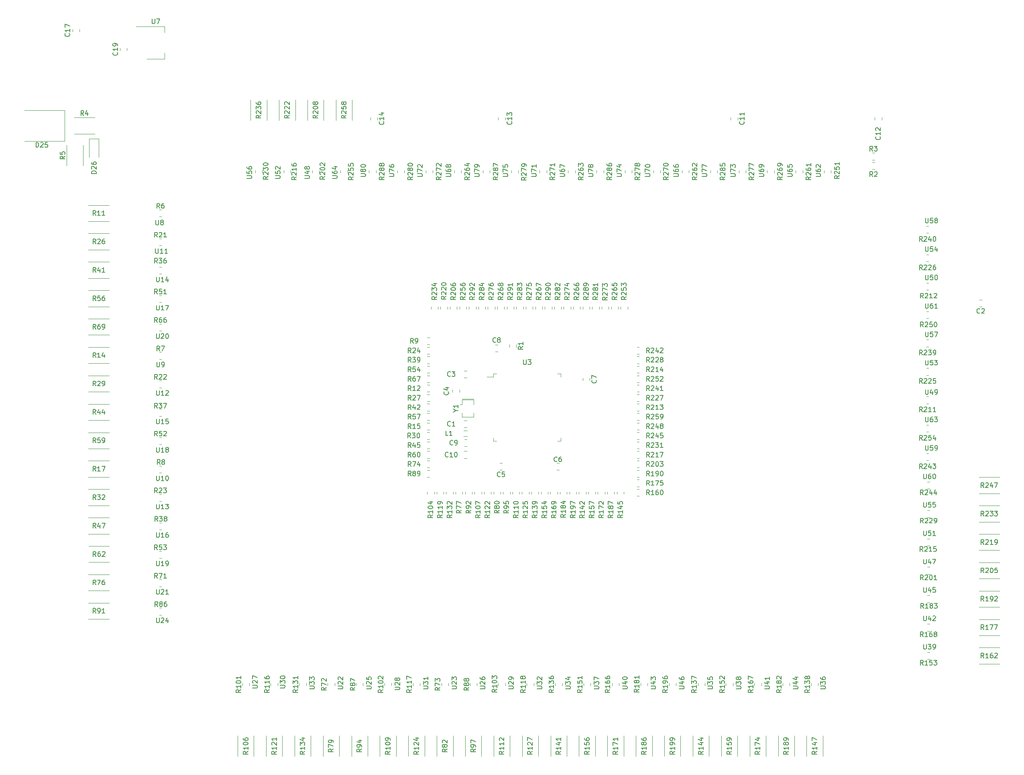
<source format=gbr>
%TF.GenerationSoftware,KiCad,Pcbnew,(6.0.9)*%
%TF.CreationDate,2023-01-18T11:33:35+02:00*%
%TF.ProjectId,SilosProject02,53696c6f-7350-4726-9f6a-65637430322e,rev?*%
%TF.SameCoordinates,Original*%
%TF.FileFunction,Legend,Top*%
%TF.FilePolarity,Positive*%
%FSLAX46Y46*%
G04 Gerber Fmt 4.6, Leading zero omitted, Abs format (unit mm)*
G04 Created by KiCad (PCBNEW (6.0.9)) date 2023-01-18 11:33:35*
%MOMM*%
%LPD*%
G01*
G04 APERTURE LIST*
%ADD10C,0.150000*%
%ADD11C,0.120000*%
G04 APERTURE END LIST*
D10*
%TO.C,R112*%
X-386547619Y-573619047D02*
X-387023809Y-573952380D01*
X-386547619Y-574190476D02*
X-387547619Y-574190476D01*
X-387547619Y-573809523D01*
X-387500000Y-573714285D01*
X-387452380Y-573666666D01*
X-387357142Y-573619047D01*
X-387214285Y-573619047D01*
X-387119047Y-573666666D01*
X-387071428Y-573714285D01*
X-387023809Y-573809523D01*
X-387023809Y-574190476D01*
X-386547619Y-572666666D02*
X-386547619Y-573238095D01*
X-386547619Y-572952380D02*
X-387547619Y-572952380D01*
X-387404761Y-573047619D01*
X-387309523Y-573142857D01*
X-387261904Y-573238095D01*
X-386547619Y-571714285D02*
X-386547619Y-572285714D01*
X-386547619Y-572000000D02*
X-387547619Y-572000000D01*
X-387404761Y-572095238D01*
X-387309523Y-572190476D01*
X-387261904Y-572285714D01*
X-387452380Y-571333333D02*
X-387500000Y-571285714D01*
X-387547619Y-571190476D01*
X-387547619Y-570952380D01*
X-387500000Y-570857142D01*
X-387452380Y-570809523D01*
X-387357142Y-570761904D01*
X-387261904Y-570761904D01*
X-387119047Y-570809523D01*
X-386547619Y-571380952D01*
X-386547619Y-570761904D01*
%TO.C,D25*%
X-485251785Y-446052380D02*
X-485251785Y-445052380D01*
X-485013690Y-445052380D01*
X-484870833Y-445100000D01*
X-484775595Y-445195238D01*
X-484727976Y-445290476D01*
X-484680357Y-445480952D01*
X-484680357Y-445623809D01*
X-484727976Y-445814285D01*
X-484775595Y-445909523D01*
X-484870833Y-446004761D01*
X-485013690Y-446052380D01*
X-485251785Y-446052380D01*
X-484299404Y-445147619D02*
X-484251785Y-445100000D01*
X-484156547Y-445052380D01*
X-483918452Y-445052380D01*
X-483823214Y-445100000D01*
X-483775595Y-445147619D01*
X-483727976Y-445242857D01*
X-483727976Y-445338095D01*
X-483775595Y-445480952D01*
X-484347023Y-446052380D01*
X-483727976Y-446052380D01*
X-482823214Y-445052380D02*
X-483299404Y-445052380D01*
X-483347023Y-445528571D01*
X-483299404Y-445480952D01*
X-483204166Y-445433333D01*
X-482966071Y-445433333D01*
X-482870833Y-445480952D01*
X-482823214Y-445528571D01*
X-482775595Y-445623809D01*
X-482775595Y-445861904D01*
X-482823214Y-445957142D01*
X-482870833Y-446004761D01*
X-482966071Y-446052380D01*
X-483204166Y-446052380D01*
X-483299404Y-446004761D01*
X-483347023Y-445957142D01*
%TO.C,R117*%
X-406047619Y-560619047D02*
X-406523809Y-560952380D01*
X-406047619Y-561190476D02*
X-407047619Y-561190476D01*
X-407047619Y-560809523D01*
X-407000000Y-560714285D01*
X-406952380Y-560666666D01*
X-406857142Y-560619047D01*
X-406714285Y-560619047D01*
X-406619047Y-560666666D01*
X-406571428Y-560714285D01*
X-406523809Y-560809523D01*
X-406523809Y-561190476D01*
X-406047619Y-559666666D02*
X-406047619Y-560238095D01*
X-406047619Y-559952380D02*
X-407047619Y-559952380D01*
X-406904761Y-560047619D01*
X-406809523Y-560142857D01*
X-406761904Y-560238095D01*
X-406047619Y-558714285D02*
X-406047619Y-559285714D01*
X-406047619Y-559000000D02*
X-407047619Y-559000000D01*
X-406904761Y-559095238D01*
X-406809523Y-559190476D01*
X-406761904Y-559285714D01*
X-407047619Y-558380952D02*
X-407047619Y-557714285D01*
X-406047619Y-558142857D01*
%TO.C,R268*%
X-386747619Y-477619047D02*
X-387223809Y-477952380D01*
X-386747619Y-478190476D02*
X-387747619Y-478190476D01*
X-387747619Y-477809523D01*
X-387700000Y-477714285D01*
X-387652380Y-477666666D01*
X-387557142Y-477619047D01*
X-387414285Y-477619047D01*
X-387319047Y-477666666D01*
X-387271428Y-477714285D01*
X-387223809Y-477809523D01*
X-387223809Y-478190476D01*
X-387652380Y-477238095D02*
X-387700000Y-477190476D01*
X-387747619Y-477095238D01*
X-387747619Y-476857142D01*
X-387700000Y-476761904D01*
X-387652380Y-476714285D01*
X-387557142Y-476666666D01*
X-387461904Y-476666666D01*
X-387319047Y-476714285D01*
X-386747619Y-477285714D01*
X-386747619Y-476666666D01*
X-387747619Y-475809523D02*
X-387747619Y-476000000D01*
X-387700000Y-476095238D01*
X-387652380Y-476142857D01*
X-387509523Y-476238095D01*
X-387319047Y-476285714D01*
X-386938095Y-476285714D01*
X-386842857Y-476238095D01*
X-386795238Y-476190476D01*
X-386747619Y-476095238D01*
X-386747619Y-475904761D01*
X-386795238Y-475809523D01*
X-386842857Y-475761904D01*
X-386938095Y-475714285D01*
X-387176190Y-475714285D01*
X-387271428Y-475761904D01*
X-387319047Y-475809523D01*
X-387366666Y-475904761D01*
X-387366666Y-476095238D01*
X-387319047Y-476190476D01*
X-387271428Y-476238095D01*
X-387176190Y-476285714D01*
X-387319047Y-475142857D02*
X-387366666Y-475238095D01*
X-387414285Y-475285714D01*
X-387509523Y-475333333D01*
X-387557142Y-475333333D01*
X-387652380Y-475285714D01*
X-387700000Y-475238095D01*
X-387747619Y-475142857D01*
X-387747619Y-474952380D01*
X-387700000Y-474857142D01*
X-387652380Y-474809523D01*
X-387557142Y-474761904D01*
X-387509523Y-474761904D01*
X-387414285Y-474809523D01*
X-387366666Y-474857142D01*
X-387319047Y-474952380D01*
X-387319047Y-475142857D01*
X-387271428Y-475238095D01*
X-387223809Y-475285714D01*
X-387128571Y-475333333D01*
X-386938095Y-475333333D01*
X-386842857Y-475285714D01*
X-386795238Y-475238095D01*
X-386747619Y-475142857D01*
X-386747619Y-474952380D01*
X-386795238Y-474857142D01*
X-386842857Y-474809523D01*
X-386938095Y-474761904D01*
X-387128571Y-474761904D01*
X-387223809Y-474809523D01*
X-387271428Y-474857142D01*
X-387319047Y-474952380D01*
%TO.C,R222*%
X-431822619Y-439319047D02*
X-432298809Y-439652380D01*
X-431822619Y-439890476D02*
X-432822619Y-439890476D01*
X-432822619Y-439509523D01*
X-432775000Y-439414285D01*
X-432727380Y-439366666D01*
X-432632142Y-439319047D01*
X-432489285Y-439319047D01*
X-432394047Y-439366666D01*
X-432346428Y-439414285D01*
X-432298809Y-439509523D01*
X-432298809Y-439890476D01*
X-432727380Y-438938095D02*
X-432775000Y-438890476D01*
X-432822619Y-438795238D01*
X-432822619Y-438557142D01*
X-432775000Y-438461904D01*
X-432727380Y-438414285D01*
X-432632142Y-438366666D01*
X-432536904Y-438366666D01*
X-432394047Y-438414285D01*
X-431822619Y-438985714D01*
X-431822619Y-438366666D01*
X-432727380Y-437985714D02*
X-432775000Y-437938095D01*
X-432822619Y-437842857D01*
X-432822619Y-437604761D01*
X-432775000Y-437509523D01*
X-432727380Y-437461904D01*
X-432632142Y-437414285D01*
X-432536904Y-437414285D01*
X-432394047Y-437461904D01*
X-431822619Y-438033333D01*
X-431822619Y-437414285D01*
X-432727380Y-437033333D02*
X-432775000Y-436985714D01*
X-432822619Y-436890476D01*
X-432822619Y-436652380D01*
X-432775000Y-436557142D01*
X-432727380Y-436509523D01*
X-432632142Y-436461904D01*
X-432536904Y-436461904D01*
X-432394047Y-436509523D01*
X-431822619Y-437080952D01*
X-431822619Y-436461904D01*
%TO.C,R107*%
X-391547619Y-523706547D02*
X-392023809Y-524039880D01*
X-391547619Y-524277976D02*
X-392547619Y-524277976D01*
X-392547619Y-523897023D01*
X-392500000Y-523801785D01*
X-392452380Y-523754166D01*
X-392357142Y-523706547D01*
X-392214285Y-523706547D01*
X-392119047Y-523754166D01*
X-392071428Y-523801785D01*
X-392023809Y-523897023D01*
X-392023809Y-524277976D01*
X-391547619Y-522754166D02*
X-391547619Y-523325595D01*
X-391547619Y-523039880D02*
X-392547619Y-523039880D01*
X-392404761Y-523135119D01*
X-392309523Y-523230357D01*
X-392261904Y-523325595D01*
X-392547619Y-522135119D02*
X-392547619Y-522039880D01*
X-392500000Y-521944642D01*
X-392452380Y-521897023D01*
X-392357142Y-521849404D01*
X-392166666Y-521801785D01*
X-391928571Y-521801785D01*
X-391738095Y-521849404D01*
X-391642857Y-521897023D01*
X-391595238Y-521944642D01*
X-391547619Y-522039880D01*
X-391547619Y-522135119D01*
X-391595238Y-522230357D01*
X-391642857Y-522277976D01*
X-391738095Y-522325595D01*
X-391928571Y-522373214D01*
X-392166666Y-522373214D01*
X-392357142Y-522325595D01*
X-392452380Y-522277976D01*
X-392500000Y-522230357D01*
X-392547619Y-522135119D01*
X-392547619Y-521468452D02*
X-392547619Y-520801785D01*
X-391547619Y-521230357D01*
%TO.C,R119*%
X-399547619Y-523706547D02*
X-400023809Y-524039880D01*
X-399547619Y-524277976D02*
X-400547619Y-524277976D01*
X-400547619Y-523897023D01*
X-400500000Y-523801785D01*
X-400452380Y-523754166D01*
X-400357142Y-523706547D01*
X-400214285Y-523706547D01*
X-400119047Y-523754166D01*
X-400071428Y-523801785D01*
X-400023809Y-523897023D01*
X-400023809Y-524277976D01*
X-399547619Y-522754166D02*
X-399547619Y-523325595D01*
X-399547619Y-523039880D02*
X-400547619Y-523039880D01*
X-400404761Y-523135119D01*
X-400309523Y-523230357D01*
X-400261904Y-523325595D01*
X-399547619Y-521801785D02*
X-399547619Y-522373214D01*
X-399547619Y-522087500D02*
X-400547619Y-522087500D01*
X-400404761Y-522182738D01*
X-400309523Y-522277976D01*
X-400261904Y-522373214D01*
X-399547619Y-521325595D02*
X-399547619Y-521135119D01*
X-399595238Y-521039880D01*
X-399642857Y-520992261D01*
X-399785714Y-520897023D01*
X-399976190Y-520849404D01*
X-400357142Y-520849404D01*
X-400452380Y-520897023D01*
X-400500000Y-520944642D01*
X-400547619Y-521039880D01*
X-400547619Y-521230357D01*
X-400500000Y-521325595D01*
X-400452380Y-521373214D01*
X-400357142Y-521420833D01*
X-400119047Y-521420833D01*
X-400023809Y-521373214D01*
X-399976190Y-521325595D01*
X-399928571Y-521230357D01*
X-399928571Y-521039880D01*
X-399976190Y-520944642D01*
X-400023809Y-520897023D01*
X-400119047Y-520849404D01*
%TO.C,C13*%
X-384962857Y-440642857D02*
X-384915238Y-440690476D01*
X-384867619Y-440833333D01*
X-384867619Y-440928571D01*
X-384915238Y-441071428D01*
X-385010476Y-441166666D01*
X-385105714Y-441214285D01*
X-385296190Y-441261904D01*
X-385439047Y-441261904D01*
X-385629523Y-441214285D01*
X-385724761Y-441166666D01*
X-385820000Y-441071428D01*
X-385867619Y-440928571D01*
X-385867619Y-440833333D01*
X-385820000Y-440690476D01*
X-385772380Y-440642857D01*
X-384867619Y-439690476D02*
X-384867619Y-440261904D01*
X-384867619Y-439976190D02*
X-385867619Y-439976190D01*
X-385724761Y-440071428D01*
X-385629523Y-440166666D01*
X-385581904Y-440261904D01*
X-385867619Y-439357142D02*
X-385867619Y-438738095D01*
X-385486666Y-439071428D01*
X-385486666Y-438928571D01*
X-385439047Y-438833333D01*
X-385391428Y-438785714D01*
X-385296190Y-438738095D01*
X-385058095Y-438738095D01*
X-384962857Y-438785714D01*
X-384915238Y-438833333D01*
X-384867619Y-438928571D01*
X-384867619Y-439214285D01*
X-384915238Y-439309523D01*
X-384962857Y-439357142D01*
%TO.C,R88*%
X-393960119Y-560142857D02*
X-394436309Y-560476190D01*
X-393960119Y-560714285D02*
X-394960119Y-560714285D01*
X-394960119Y-560333333D01*
X-394912500Y-560238095D01*
X-394864880Y-560190476D01*
X-394769642Y-560142857D01*
X-394626785Y-560142857D01*
X-394531547Y-560190476D01*
X-394483928Y-560238095D01*
X-394436309Y-560333333D01*
X-394436309Y-560714285D01*
X-394531547Y-559571428D02*
X-394579166Y-559666666D01*
X-394626785Y-559714285D01*
X-394722023Y-559761904D01*
X-394769642Y-559761904D01*
X-394864880Y-559714285D01*
X-394912500Y-559666666D01*
X-394960119Y-559571428D01*
X-394960119Y-559380952D01*
X-394912500Y-559285714D01*
X-394864880Y-559238095D01*
X-394769642Y-559190476D01*
X-394722023Y-559190476D01*
X-394626785Y-559238095D01*
X-394579166Y-559285714D01*
X-394531547Y-559380952D01*
X-394531547Y-559571428D01*
X-394483928Y-559666666D01*
X-394436309Y-559714285D01*
X-394341071Y-559761904D01*
X-394150595Y-559761904D01*
X-394055357Y-559714285D01*
X-394007738Y-559666666D01*
X-393960119Y-559571428D01*
X-393960119Y-559380952D01*
X-394007738Y-559285714D01*
X-394055357Y-559238095D01*
X-394150595Y-559190476D01*
X-394341071Y-559190476D01*
X-394436309Y-559238095D01*
X-394483928Y-559285714D01*
X-394531547Y-559380952D01*
X-394531547Y-558619047D02*
X-394579166Y-558714285D01*
X-394626785Y-558761904D01*
X-394722023Y-558809523D01*
X-394769642Y-558809523D01*
X-394864880Y-558761904D01*
X-394912500Y-558714285D01*
X-394960119Y-558619047D01*
X-394960119Y-558428571D01*
X-394912500Y-558333333D01*
X-394864880Y-558285714D01*
X-394769642Y-558238095D01*
X-394722023Y-558238095D01*
X-394626785Y-558285714D01*
X-394579166Y-558333333D01*
X-394531547Y-558428571D01*
X-394531547Y-558619047D01*
X-394483928Y-558714285D01*
X-394436309Y-558761904D01*
X-394341071Y-558809523D01*
X-394150595Y-558809523D01*
X-394055357Y-558761904D01*
X-394007738Y-558714285D01*
X-393960119Y-558619047D01*
X-393960119Y-558428571D01*
X-394007738Y-558333333D01*
X-394055357Y-558285714D01*
X-394150595Y-558238095D01*
X-394341071Y-558238095D01*
X-394436309Y-558285714D01*
X-394483928Y-558333333D01*
X-394531547Y-558428571D01*
%TO.C,R175*%
X-355869047Y-517452380D02*
X-356202380Y-516976190D01*
X-356440476Y-517452380D02*
X-356440476Y-516452380D01*
X-356059523Y-516452380D01*
X-355964285Y-516500000D01*
X-355916666Y-516547619D01*
X-355869047Y-516642857D01*
X-355869047Y-516785714D01*
X-355916666Y-516880952D01*
X-355964285Y-516928571D01*
X-356059523Y-516976190D01*
X-356440476Y-516976190D01*
X-354916666Y-517452380D02*
X-355488095Y-517452380D01*
X-355202380Y-517452380D02*
X-355202380Y-516452380D01*
X-355297619Y-516595238D01*
X-355392857Y-516690476D01*
X-355488095Y-516738095D01*
X-354583333Y-516452380D02*
X-353916666Y-516452380D01*
X-354345238Y-517452380D01*
X-353059523Y-516452380D02*
X-353535714Y-516452380D01*
X-353583333Y-516928571D01*
X-353535714Y-516880952D01*
X-353440476Y-516833333D01*
X-353202380Y-516833333D01*
X-353107142Y-516880952D01*
X-353059523Y-516928571D01*
X-353011904Y-517023809D01*
X-353011904Y-517261904D01*
X-353059523Y-517357142D01*
X-353107142Y-517404761D01*
X-353202380Y-517452380D01*
X-353440476Y-517452380D01*
X-353535714Y-517404761D01*
X-353583333Y-517357142D01*
%TO.C,R201*%
X-298119047Y-537414880D02*
X-298452380Y-536938690D01*
X-298690476Y-537414880D02*
X-298690476Y-536414880D01*
X-298309523Y-536414880D01*
X-298214285Y-536462500D01*
X-298166666Y-536510119D01*
X-298119047Y-536605357D01*
X-298119047Y-536748214D01*
X-298166666Y-536843452D01*
X-298214285Y-536891071D01*
X-298309523Y-536938690D01*
X-298690476Y-536938690D01*
X-297738095Y-536510119D02*
X-297690476Y-536462500D01*
X-297595238Y-536414880D01*
X-297357142Y-536414880D01*
X-297261904Y-536462500D01*
X-297214285Y-536510119D01*
X-297166666Y-536605357D01*
X-297166666Y-536700595D01*
X-297214285Y-536843452D01*
X-297785714Y-537414880D01*
X-297166666Y-537414880D01*
X-296547619Y-536414880D02*
X-296452380Y-536414880D01*
X-296357142Y-536462500D01*
X-296309523Y-536510119D01*
X-296261904Y-536605357D01*
X-296214285Y-536795833D01*
X-296214285Y-537033928D01*
X-296261904Y-537224404D01*
X-296309523Y-537319642D01*
X-296357142Y-537367261D01*
X-296452380Y-537414880D01*
X-296547619Y-537414880D01*
X-296642857Y-537367261D01*
X-296690476Y-537319642D01*
X-296738095Y-537224404D01*
X-296785714Y-537033928D01*
X-296785714Y-536795833D01*
X-296738095Y-536605357D01*
X-296690476Y-536510119D01*
X-296642857Y-536462500D01*
X-296547619Y-536414880D01*
X-295261904Y-537414880D02*
X-295833333Y-537414880D01*
X-295547619Y-537414880D02*
X-295547619Y-536414880D01*
X-295642857Y-536557738D01*
X-295738095Y-536652976D01*
X-295833333Y-536700595D01*
%TO.C,R132*%
X-397547619Y-523706547D02*
X-398023809Y-524039880D01*
X-397547619Y-524277976D02*
X-398547619Y-524277976D01*
X-398547619Y-523897023D01*
X-398500000Y-523801785D01*
X-398452380Y-523754166D01*
X-398357142Y-523706547D01*
X-398214285Y-523706547D01*
X-398119047Y-523754166D01*
X-398071428Y-523801785D01*
X-398023809Y-523897023D01*
X-398023809Y-524277976D01*
X-397547619Y-522754166D02*
X-397547619Y-523325595D01*
X-397547619Y-523039880D02*
X-398547619Y-523039880D01*
X-398404761Y-523135119D01*
X-398309523Y-523230357D01*
X-398261904Y-523325595D01*
X-398547619Y-522420833D02*
X-398547619Y-521801785D01*
X-398166666Y-522135119D01*
X-398166666Y-521992261D01*
X-398119047Y-521897023D01*
X-398071428Y-521849404D01*
X-397976190Y-521801785D01*
X-397738095Y-521801785D01*
X-397642857Y-521849404D01*
X-397595238Y-521897023D01*
X-397547619Y-521992261D01*
X-397547619Y-522277976D01*
X-397595238Y-522373214D01*
X-397642857Y-522420833D01*
X-398452380Y-521420833D02*
X-398500000Y-521373214D01*
X-398547619Y-521277976D01*
X-398547619Y-521039880D01*
X-398500000Y-520944642D01*
X-398452380Y-520897023D01*
X-398357142Y-520849404D01*
X-398261904Y-520849404D01*
X-398119047Y-520897023D01*
X-397547619Y-521468452D01*
X-397547619Y-520849404D01*
%TO.C,R215*%
X-298206547Y-531414880D02*
X-298539880Y-530938690D01*
X-298777976Y-531414880D02*
X-298777976Y-530414880D01*
X-298397023Y-530414880D01*
X-298301785Y-530462500D01*
X-298254166Y-530510119D01*
X-298206547Y-530605357D01*
X-298206547Y-530748214D01*
X-298254166Y-530843452D01*
X-298301785Y-530891071D01*
X-298397023Y-530938690D01*
X-298777976Y-530938690D01*
X-297825595Y-530510119D02*
X-297777976Y-530462500D01*
X-297682738Y-530414880D01*
X-297444642Y-530414880D01*
X-297349404Y-530462500D01*
X-297301785Y-530510119D01*
X-297254166Y-530605357D01*
X-297254166Y-530700595D01*
X-297301785Y-530843452D01*
X-297873214Y-531414880D01*
X-297254166Y-531414880D01*
X-296301785Y-531414880D02*
X-296873214Y-531414880D01*
X-296587500Y-531414880D02*
X-296587500Y-530414880D01*
X-296682738Y-530557738D01*
X-296777976Y-530652976D01*
X-296873214Y-530700595D01*
X-295397023Y-530414880D02*
X-295873214Y-530414880D01*
X-295920833Y-530891071D01*
X-295873214Y-530843452D01*
X-295777976Y-530795833D01*
X-295539880Y-530795833D01*
X-295444642Y-530843452D01*
X-295397023Y-530891071D01*
X-295349404Y-530986309D01*
X-295349404Y-531224404D01*
X-295397023Y-531319642D01*
X-295444642Y-531367261D01*
X-295539880Y-531414880D01*
X-295777976Y-531414880D01*
X-295873214Y-531367261D01*
X-295920833Y-531319642D01*
%TO.C,R236*%
X-437822619Y-439319047D02*
X-438298809Y-439652380D01*
X-437822619Y-439890476D02*
X-438822619Y-439890476D01*
X-438822619Y-439509523D01*
X-438775000Y-439414285D01*
X-438727380Y-439366666D01*
X-438632142Y-439319047D01*
X-438489285Y-439319047D01*
X-438394047Y-439366666D01*
X-438346428Y-439414285D01*
X-438298809Y-439509523D01*
X-438298809Y-439890476D01*
X-438727380Y-438938095D02*
X-438775000Y-438890476D01*
X-438822619Y-438795238D01*
X-438822619Y-438557142D01*
X-438775000Y-438461904D01*
X-438727380Y-438414285D01*
X-438632142Y-438366666D01*
X-438536904Y-438366666D01*
X-438394047Y-438414285D01*
X-437822619Y-438985714D01*
X-437822619Y-438366666D01*
X-438822619Y-438033333D02*
X-438822619Y-437414285D01*
X-438441666Y-437747619D01*
X-438441666Y-437604761D01*
X-438394047Y-437509523D01*
X-438346428Y-437461904D01*
X-438251190Y-437414285D01*
X-438013095Y-437414285D01*
X-437917857Y-437461904D01*
X-437870238Y-437509523D01*
X-437822619Y-437604761D01*
X-437822619Y-437890476D01*
X-437870238Y-437985714D01*
X-437917857Y-438033333D01*
X-438822619Y-436557142D02*
X-438822619Y-436747619D01*
X-438775000Y-436842857D01*
X-438727380Y-436890476D01*
X-438584523Y-436985714D01*
X-438394047Y-437033333D01*
X-438013095Y-437033333D01*
X-437917857Y-436985714D01*
X-437870238Y-436938095D01*
X-437822619Y-436842857D01*
X-437822619Y-436652380D01*
X-437870238Y-436557142D01*
X-437917857Y-436509523D01*
X-438013095Y-436461904D01*
X-438251190Y-436461904D01*
X-438346428Y-436509523D01*
X-438394047Y-436557142D01*
X-438441666Y-436652380D01*
X-438441666Y-436842857D01*
X-438394047Y-436938095D01*
X-438346428Y-436985714D01*
X-438251190Y-437033333D01*
%TO.C,R284*%
X-390747619Y-477619047D02*
X-391223809Y-477952380D01*
X-390747619Y-478190476D02*
X-391747619Y-478190476D01*
X-391747619Y-477809523D01*
X-391700000Y-477714285D01*
X-391652380Y-477666666D01*
X-391557142Y-477619047D01*
X-391414285Y-477619047D01*
X-391319047Y-477666666D01*
X-391271428Y-477714285D01*
X-391223809Y-477809523D01*
X-391223809Y-478190476D01*
X-391652380Y-477238095D02*
X-391700000Y-477190476D01*
X-391747619Y-477095238D01*
X-391747619Y-476857142D01*
X-391700000Y-476761904D01*
X-391652380Y-476714285D01*
X-391557142Y-476666666D01*
X-391461904Y-476666666D01*
X-391319047Y-476714285D01*
X-390747619Y-477285714D01*
X-390747619Y-476666666D01*
X-391319047Y-476095238D02*
X-391366666Y-476190476D01*
X-391414285Y-476238095D01*
X-391509523Y-476285714D01*
X-391557142Y-476285714D01*
X-391652380Y-476238095D01*
X-391700000Y-476190476D01*
X-391747619Y-476095238D01*
X-391747619Y-475904761D01*
X-391700000Y-475809523D01*
X-391652380Y-475761904D01*
X-391557142Y-475714285D01*
X-391509523Y-475714285D01*
X-391414285Y-475761904D01*
X-391366666Y-475809523D01*
X-391319047Y-475904761D01*
X-391319047Y-476095238D01*
X-391271428Y-476190476D01*
X-391223809Y-476238095D01*
X-391128571Y-476285714D01*
X-390938095Y-476285714D01*
X-390842857Y-476238095D01*
X-390795238Y-476190476D01*
X-390747619Y-476095238D01*
X-390747619Y-475904761D01*
X-390795238Y-475809523D01*
X-390842857Y-475761904D01*
X-390938095Y-475714285D01*
X-391128571Y-475714285D01*
X-391223809Y-475761904D01*
X-391271428Y-475809523D01*
X-391319047Y-475904761D01*
X-391414285Y-474857142D02*
X-390747619Y-474857142D01*
X-391795238Y-475095238D02*
X-391080952Y-475333333D01*
X-391080952Y-474714285D01*
%TO.C,R182*%
X-328047619Y-560619047D02*
X-328523809Y-560952380D01*
X-328047619Y-561190476D02*
X-329047619Y-561190476D01*
X-329047619Y-560809523D01*
X-329000000Y-560714285D01*
X-328952380Y-560666666D01*
X-328857142Y-560619047D01*
X-328714285Y-560619047D01*
X-328619047Y-560666666D01*
X-328571428Y-560714285D01*
X-328523809Y-560809523D01*
X-328523809Y-561190476D01*
X-328047619Y-559666666D02*
X-328047619Y-560238095D01*
X-328047619Y-559952380D02*
X-329047619Y-559952380D01*
X-328904761Y-560047619D01*
X-328809523Y-560142857D01*
X-328761904Y-560238095D01*
X-328619047Y-559095238D02*
X-328666666Y-559190476D01*
X-328714285Y-559238095D01*
X-328809523Y-559285714D01*
X-328857142Y-559285714D01*
X-328952380Y-559238095D01*
X-329000000Y-559190476D01*
X-329047619Y-559095238D01*
X-329047619Y-558904761D01*
X-329000000Y-558809523D01*
X-328952380Y-558761904D01*
X-328857142Y-558714285D01*
X-328809523Y-558714285D01*
X-328714285Y-558761904D01*
X-328666666Y-558809523D01*
X-328619047Y-558904761D01*
X-328619047Y-559095238D01*
X-328571428Y-559190476D01*
X-328523809Y-559238095D01*
X-328428571Y-559285714D01*
X-328238095Y-559285714D01*
X-328142857Y-559238095D01*
X-328095238Y-559190476D01*
X-328047619Y-559095238D01*
X-328047619Y-558904761D01*
X-328095238Y-558809523D01*
X-328142857Y-558761904D01*
X-328238095Y-558714285D01*
X-328428571Y-558714285D01*
X-328523809Y-558761904D01*
X-328571428Y-558809523D01*
X-328619047Y-558904761D01*
X-328952380Y-558333333D02*
X-329000000Y-558285714D01*
X-329047619Y-558190476D01*
X-329047619Y-557952380D01*
X-329000000Y-557857142D01*
X-328952380Y-557809523D01*
X-328857142Y-557761904D01*
X-328761904Y-557761904D01*
X-328619047Y-557809523D01*
X-328047619Y-558380952D01*
X-328047619Y-557761904D01*
%TO.C,R184*%
X-373547619Y-523619047D02*
X-374023809Y-523952380D01*
X-373547619Y-524190476D02*
X-374547619Y-524190476D01*
X-374547619Y-523809523D01*
X-374500000Y-523714285D01*
X-374452380Y-523666666D01*
X-374357142Y-523619047D01*
X-374214285Y-523619047D01*
X-374119047Y-523666666D01*
X-374071428Y-523714285D01*
X-374023809Y-523809523D01*
X-374023809Y-524190476D01*
X-373547619Y-522666666D02*
X-373547619Y-523238095D01*
X-373547619Y-522952380D02*
X-374547619Y-522952380D01*
X-374404761Y-523047619D01*
X-374309523Y-523142857D01*
X-374261904Y-523238095D01*
X-374119047Y-522095238D02*
X-374166666Y-522190476D01*
X-374214285Y-522238095D01*
X-374309523Y-522285714D01*
X-374357142Y-522285714D01*
X-374452380Y-522238095D01*
X-374500000Y-522190476D01*
X-374547619Y-522095238D01*
X-374547619Y-521904761D01*
X-374500000Y-521809523D01*
X-374452380Y-521761904D01*
X-374357142Y-521714285D01*
X-374309523Y-521714285D01*
X-374214285Y-521761904D01*
X-374166666Y-521809523D01*
X-374119047Y-521904761D01*
X-374119047Y-522095238D01*
X-374071428Y-522190476D01*
X-374023809Y-522238095D01*
X-373928571Y-522285714D01*
X-373738095Y-522285714D01*
X-373642857Y-522238095D01*
X-373595238Y-522190476D01*
X-373547619Y-522095238D01*
X-373547619Y-521904761D01*
X-373595238Y-521809523D01*
X-373642857Y-521761904D01*
X-373738095Y-521714285D01*
X-373928571Y-521714285D01*
X-374023809Y-521761904D01*
X-374071428Y-521809523D01*
X-374119047Y-521904761D01*
X-374214285Y-520857142D02*
X-373547619Y-520857142D01*
X-374595238Y-521095238D02*
X-373880952Y-521333333D01*
X-373880952Y-520714285D01*
%TO.C,R234*%
X-400747619Y-477619047D02*
X-401223809Y-477952380D01*
X-400747619Y-478190476D02*
X-401747619Y-478190476D01*
X-401747619Y-477809523D01*
X-401700000Y-477714285D01*
X-401652380Y-477666666D01*
X-401557142Y-477619047D01*
X-401414285Y-477619047D01*
X-401319047Y-477666666D01*
X-401271428Y-477714285D01*
X-401223809Y-477809523D01*
X-401223809Y-478190476D01*
X-401652380Y-477238095D02*
X-401700000Y-477190476D01*
X-401747619Y-477095238D01*
X-401747619Y-476857142D01*
X-401700000Y-476761904D01*
X-401652380Y-476714285D01*
X-401557142Y-476666666D01*
X-401461904Y-476666666D01*
X-401319047Y-476714285D01*
X-400747619Y-477285714D01*
X-400747619Y-476666666D01*
X-401747619Y-476333333D02*
X-401747619Y-475714285D01*
X-401366666Y-476047619D01*
X-401366666Y-475904761D01*
X-401319047Y-475809523D01*
X-401271428Y-475761904D01*
X-401176190Y-475714285D01*
X-400938095Y-475714285D01*
X-400842857Y-475761904D01*
X-400795238Y-475809523D01*
X-400747619Y-475904761D01*
X-400747619Y-476190476D01*
X-400795238Y-476285714D01*
X-400842857Y-476333333D01*
X-401414285Y-474857142D02*
X-400747619Y-474857142D01*
X-401795238Y-475095238D02*
X-401080952Y-475333333D01*
X-401080952Y-474714285D01*
%TO.C,R226*%
X-298319047Y-471914880D02*
X-298652380Y-471438690D01*
X-298890476Y-471914880D02*
X-298890476Y-470914880D01*
X-298509523Y-470914880D01*
X-298414285Y-470962500D01*
X-298366666Y-471010119D01*
X-298319047Y-471105357D01*
X-298319047Y-471248214D01*
X-298366666Y-471343452D01*
X-298414285Y-471391071D01*
X-298509523Y-471438690D01*
X-298890476Y-471438690D01*
X-297938095Y-471010119D02*
X-297890476Y-470962500D01*
X-297795238Y-470914880D01*
X-297557142Y-470914880D01*
X-297461904Y-470962500D01*
X-297414285Y-471010119D01*
X-297366666Y-471105357D01*
X-297366666Y-471200595D01*
X-297414285Y-471343452D01*
X-297985714Y-471914880D01*
X-297366666Y-471914880D01*
X-296985714Y-471010119D02*
X-296938095Y-470962500D01*
X-296842857Y-470914880D01*
X-296604761Y-470914880D01*
X-296509523Y-470962500D01*
X-296461904Y-471010119D01*
X-296414285Y-471105357D01*
X-296414285Y-471200595D01*
X-296461904Y-471343452D01*
X-297033333Y-471914880D01*
X-296414285Y-471914880D01*
X-295557142Y-470914880D02*
X-295747619Y-470914880D01*
X-295842857Y-470962500D01*
X-295890476Y-471010119D01*
X-295985714Y-471152976D01*
X-296033333Y-471343452D01*
X-296033333Y-471724404D01*
X-295985714Y-471819642D01*
X-295938095Y-471867261D01*
X-295842857Y-471914880D01*
X-295652380Y-471914880D01*
X-295557142Y-471867261D01*
X-295509523Y-471819642D01*
X-295461904Y-471724404D01*
X-295461904Y-471486309D01*
X-295509523Y-471391071D01*
X-295557142Y-471343452D01*
X-295652380Y-471295833D01*
X-295842857Y-471295833D01*
X-295938095Y-471343452D01*
X-295985714Y-471391071D01*
X-296033333Y-471486309D01*
%TO.C,R208*%
X-425822619Y-439319047D02*
X-426298809Y-439652380D01*
X-425822619Y-439890476D02*
X-426822619Y-439890476D01*
X-426822619Y-439509523D01*
X-426775000Y-439414285D01*
X-426727380Y-439366666D01*
X-426632142Y-439319047D01*
X-426489285Y-439319047D01*
X-426394047Y-439366666D01*
X-426346428Y-439414285D01*
X-426298809Y-439509523D01*
X-426298809Y-439890476D01*
X-426727380Y-438938095D02*
X-426775000Y-438890476D01*
X-426822619Y-438795238D01*
X-426822619Y-438557142D01*
X-426775000Y-438461904D01*
X-426727380Y-438414285D01*
X-426632142Y-438366666D01*
X-426536904Y-438366666D01*
X-426394047Y-438414285D01*
X-425822619Y-438985714D01*
X-425822619Y-438366666D01*
X-426822619Y-437747619D02*
X-426822619Y-437652380D01*
X-426775000Y-437557142D01*
X-426727380Y-437509523D01*
X-426632142Y-437461904D01*
X-426441666Y-437414285D01*
X-426203571Y-437414285D01*
X-426013095Y-437461904D01*
X-425917857Y-437509523D01*
X-425870238Y-437557142D01*
X-425822619Y-437652380D01*
X-425822619Y-437747619D01*
X-425870238Y-437842857D01*
X-425917857Y-437890476D01*
X-426013095Y-437938095D01*
X-426203571Y-437985714D01*
X-426441666Y-437985714D01*
X-426632142Y-437938095D01*
X-426727380Y-437890476D01*
X-426775000Y-437842857D01*
X-426822619Y-437747619D01*
X-426394047Y-436842857D02*
X-426441666Y-436938095D01*
X-426489285Y-436985714D01*
X-426584523Y-437033333D01*
X-426632142Y-437033333D01*
X-426727380Y-436985714D01*
X-426775000Y-436938095D01*
X-426822619Y-436842857D01*
X-426822619Y-436652380D01*
X-426775000Y-436557142D01*
X-426727380Y-436509523D01*
X-426632142Y-436461904D01*
X-426584523Y-436461904D01*
X-426489285Y-436509523D01*
X-426441666Y-436557142D01*
X-426394047Y-436652380D01*
X-426394047Y-436842857D01*
X-426346428Y-436938095D01*
X-426298809Y-436985714D01*
X-426203571Y-437033333D01*
X-426013095Y-437033333D01*
X-425917857Y-436985714D01*
X-425870238Y-436938095D01*
X-425822619Y-436842857D01*
X-425822619Y-436652380D01*
X-425870238Y-436557142D01*
X-425917857Y-436509523D01*
X-426013095Y-436461904D01*
X-426203571Y-436461904D01*
X-426298809Y-436509523D01*
X-426346428Y-436557142D01*
X-426394047Y-436652380D01*
%TO.C,R109*%
X-410547619Y-573619047D02*
X-411023809Y-573952380D01*
X-410547619Y-574190476D02*
X-411547619Y-574190476D01*
X-411547619Y-573809523D01*
X-411500000Y-573714285D01*
X-411452380Y-573666666D01*
X-411357142Y-573619047D01*
X-411214285Y-573619047D01*
X-411119047Y-573666666D01*
X-411071428Y-573714285D01*
X-411023809Y-573809523D01*
X-411023809Y-574190476D01*
X-410547619Y-572666666D02*
X-410547619Y-573238095D01*
X-410547619Y-572952380D02*
X-411547619Y-572952380D01*
X-411404761Y-573047619D01*
X-411309523Y-573142857D01*
X-411261904Y-573238095D01*
X-411547619Y-572047619D02*
X-411547619Y-571952380D01*
X-411500000Y-571857142D01*
X-411452380Y-571809523D01*
X-411357142Y-571761904D01*
X-411166666Y-571714285D01*
X-410928571Y-571714285D01*
X-410738095Y-571761904D01*
X-410642857Y-571809523D01*
X-410595238Y-571857142D01*
X-410547619Y-571952380D01*
X-410547619Y-572047619D01*
X-410595238Y-572142857D01*
X-410642857Y-572190476D01*
X-410738095Y-572238095D01*
X-410928571Y-572285714D01*
X-411166666Y-572285714D01*
X-411357142Y-572238095D01*
X-411452380Y-572190476D01*
X-411500000Y-572142857D01*
X-411547619Y-572047619D01*
X-410547619Y-571238095D02*
X-410547619Y-571047619D01*
X-410595238Y-570952380D01*
X-410642857Y-570904761D01*
X-410785714Y-570809523D01*
X-410976190Y-570761904D01*
X-411357142Y-570761904D01*
X-411452380Y-570809523D01*
X-411500000Y-570857142D01*
X-411547619Y-570952380D01*
X-411547619Y-571142857D01*
X-411500000Y-571238095D01*
X-411452380Y-571285714D01*
X-411357142Y-571333333D01*
X-411119047Y-571333333D01*
X-411023809Y-571285714D01*
X-410976190Y-571238095D01*
X-410928571Y-571142857D01*
X-410928571Y-570952380D01*
X-410976190Y-570857142D01*
X-411023809Y-570809523D01*
X-411119047Y-570761904D01*
%TO.C,R251*%
X-315822619Y-452091983D02*
X-316298809Y-452425316D01*
X-315822619Y-452663412D02*
X-316822619Y-452663412D01*
X-316822619Y-452282459D01*
X-316775000Y-452187221D01*
X-316727380Y-452139602D01*
X-316632142Y-452091983D01*
X-316489285Y-452091983D01*
X-316394047Y-452139602D01*
X-316346428Y-452187221D01*
X-316298809Y-452282459D01*
X-316298809Y-452663412D01*
X-316727380Y-451711031D02*
X-316775000Y-451663412D01*
X-316822619Y-451568174D01*
X-316822619Y-451330078D01*
X-316775000Y-451234840D01*
X-316727380Y-451187221D01*
X-316632142Y-451139602D01*
X-316536904Y-451139602D01*
X-316394047Y-451187221D01*
X-315822619Y-451758650D01*
X-315822619Y-451139602D01*
X-316822619Y-450234840D02*
X-316822619Y-450711031D01*
X-316346428Y-450758650D01*
X-316394047Y-450711031D01*
X-316441666Y-450615793D01*
X-316441666Y-450377697D01*
X-316394047Y-450282459D01*
X-316346428Y-450234840D01*
X-316251190Y-450187221D01*
X-316013095Y-450187221D01*
X-315917857Y-450234840D01*
X-315870238Y-450282459D01*
X-315822619Y-450377697D01*
X-315822619Y-450615793D01*
X-315870238Y-450711031D01*
X-315917857Y-450758650D01*
X-315822619Y-449234840D02*
X-315822619Y-449806269D01*
X-315822619Y-449520555D02*
X-316822619Y-449520555D01*
X-316679761Y-449615793D01*
X-316584523Y-449711031D01*
X-316536904Y-449806269D01*
%TO.C,R67*%
X-406142857Y-495452380D02*
X-406476190Y-494976190D01*
X-406714285Y-495452380D02*
X-406714285Y-494452380D01*
X-406333333Y-494452380D01*
X-406238095Y-494500000D01*
X-406190476Y-494547619D01*
X-406142857Y-494642857D01*
X-406142857Y-494785714D01*
X-406190476Y-494880952D01*
X-406238095Y-494928571D01*
X-406333333Y-494976190D01*
X-406714285Y-494976190D01*
X-405285714Y-494452380D02*
X-405476190Y-494452380D01*
X-405571428Y-494500000D01*
X-405619047Y-494547619D01*
X-405714285Y-494690476D01*
X-405761904Y-494880952D01*
X-405761904Y-495261904D01*
X-405714285Y-495357142D01*
X-405666666Y-495404761D01*
X-405571428Y-495452380D01*
X-405380952Y-495452380D01*
X-405285714Y-495404761D01*
X-405238095Y-495357142D01*
X-405190476Y-495261904D01*
X-405190476Y-495023809D01*
X-405238095Y-494928571D01*
X-405285714Y-494880952D01*
X-405380952Y-494833333D01*
X-405571428Y-494833333D01*
X-405666666Y-494880952D01*
X-405714285Y-494928571D01*
X-405761904Y-495023809D01*
X-404857142Y-494452380D02*
X-404190476Y-494452380D01*
X-404619047Y-495452380D01*
%TO.C,R73*%
X-400047619Y-560142857D02*
X-400523809Y-560476190D01*
X-400047619Y-560714285D02*
X-401047619Y-560714285D01*
X-401047619Y-560333333D01*
X-401000000Y-560238095D01*
X-400952380Y-560190476D01*
X-400857142Y-560142857D01*
X-400714285Y-560142857D01*
X-400619047Y-560190476D01*
X-400571428Y-560238095D01*
X-400523809Y-560333333D01*
X-400523809Y-560714285D01*
X-401047619Y-559809523D02*
X-401047619Y-559142857D01*
X-400047619Y-559571428D01*
X-401047619Y-558857142D02*
X-401047619Y-558238095D01*
X-400666666Y-558571428D01*
X-400666666Y-558428571D01*
X-400619047Y-558333333D01*
X-400571428Y-558285714D01*
X-400476190Y-558238095D01*
X-400238095Y-558238095D01*
X-400142857Y-558285714D01*
X-400095238Y-558333333D01*
X-400047619Y-558428571D01*
X-400047619Y-558714285D01*
X-400095238Y-558809523D01*
X-400142857Y-558857142D01*
%TO.C,R106*%
X-440547619Y-573619047D02*
X-441023809Y-573952380D01*
X-440547619Y-574190476D02*
X-441547619Y-574190476D01*
X-441547619Y-573809523D01*
X-441500000Y-573714285D01*
X-441452380Y-573666666D01*
X-441357142Y-573619047D01*
X-441214285Y-573619047D01*
X-441119047Y-573666666D01*
X-441071428Y-573714285D01*
X-441023809Y-573809523D01*
X-441023809Y-574190476D01*
X-440547619Y-572666666D02*
X-440547619Y-573238095D01*
X-440547619Y-572952380D02*
X-441547619Y-572952380D01*
X-441404761Y-573047619D01*
X-441309523Y-573142857D01*
X-441261904Y-573238095D01*
X-441547619Y-572047619D02*
X-441547619Y-571952380D01*
X-441500000Y-571857142D01*
X-441452380Y-571809523D01*
X-441357142Y-571761904D01*
X-441166666Y-571714285D01*
X-440928571Y-571714285D01*
X-440738095Y-571761904D01*
X-440642857Y-571809523D01*
X-440595238Y-571857142D01*
X-440547619Y-571952380D01*
X-440547619Y-572047619D01*
X-440595238Y-572142857D01*
X-440642857Y-572190476D01*
X-440738095Y-572238095D01*
X-440928571Y-572285714D01*
X-441166666Y-572285714D01*
X-441357142Y-572238095D01*
X-441452380Y-572190476D01*
X-441500000Y-572142857D01*
X-441547619Y-572047619D01*
X-441547619Y-570857142D02*
X-441547619Y-571047619D01*
X-441500000Y-571142857D01*
X-441452380Y-571190476D01*
X-441309523Y-571285714D01*
X-441119047Y-571333333D01*
X-440738095Y-571333333D01*
X-440642857Y-571285714D01*
X-440595238Y-571238095D01*
X-440547619Y-571142857D01*
X-440547619Y-570952380D01*
X-440595238Y-570857142D01*
X-440642857Y-570809523D01*
X-440738095Y-570761904D01*
X-440976190Y-570761904D01*
X-441071428Y-570809523D01*
X-441119047Y-570857142D01*
X-441166666Y-570952380D01*
X-441166666Y-571142857D01*
X-441119047Y-571238095D01*
X-441071428Y-571285714D01*
X-440976190Y-571333333D01*
%TO.C,R38*%
X-459555357Y-525039880D02*
X-459888690Y-524563690D01*
X-460126785Y-525039880D02*
X-460126785Y-524039880D01*
X-459745833Y-524039880D01*
X-459650595Y-524087500D01*
X-459602976Y-524135119D01*
X-459555357Y-524230357D01*
X-459555357Y-524373214D01*
X-459602976Y-524468452D01*
X-459650595Y-524516071D01*
X-459745833Y-524563690D01*
X-460126785Y-524563690D01*
X-459222023Y-524039880D02*
X-458602976Y-524039880D01*
X-458936309Y-524420833D01*
X-458793452Y-524420833D01*
X-458698214Y-524468452D01*
X-458650595Y-524516071D01*
X-458602976Y-524611309D01*
X-458602976Y-524849404D01*
X-458650595Y-524944642D01*
X-458698214Y-524992261D01*
X-458793452Y-525039880D01*
X-459079166Y-525039880D01*
X-459174404Y-524992261D01*
X-459222023Y-524944642D01*
X-458031547Y-524468452D02*
X-458126785Y-524420833D01*
X-458174404Y-524373214D01*
X-458222023Y-524277976D01*
X-458222023Y-524230357D01*
X-458174404Y-524135119D01*
X-458126785Y-524087500D01*
X-458031547Y-524039880D01*
X-457841071Y-524039880D01*
X-457745833Y-524087500D01*
X-457698214Y-524135119D01*
X-457650595Y-524230357D01*
X-457650595Y-524277976D01*
X-457698214Y-524373214D01*
X-457745833Y-524420833D01*
X-457841071Y-524468452D01*
X-458031547Y-524468452D01*
X-458126785Y-524516071D01*
X-458174404Y-524563690D01*
X-458222023Y-524658928D01*
X-458222023Y-524849404D01*
X-458174404Y-524944642D01*
X-458126785Y-524992261D01*
X-458031547Y-525039880D01*
X-457841071Y-525039880D01*
X-457745833Y-524992261D01*
X-457698214Y-524944642D01*
X-457650595Y-524849404D01*
X-457650595Y-524658928D01*
X-457698214Y-524563690D01*
X-457745833Y-524516071D01*
X-457841071Y-524468452D01*
%TO.C,R219*%
X-285319047Y-529914880D02*
X-285652380Y-529438690D01*
X-285890476Y-529914880D02*
X-285890476Y-528914880D01*
X-285509523Y-528914880D01*
X-285414285Y-528962500D01*
X-285366666Y-529010119D01*
X-285319047Y-529105357D01*
X-285319047Y-529248214D01*
X-285366666Y-529343452D01*
X-285414285Y-529391071D01*
X-285509523Y-529438690D01*
X-285890476Y-529438690D01*
X-284938095Y-529010119D02*
X-284890476Y-528962500D01*
X-284795238Y-528914880D01*
X-284557142Y-528914880D01*
X-284461904Y-528962500D01*
X-284414285Y-529010119D01*
X-284366666Y-529105357D01*
X-284366666Y-529200595D01*
X-284414285Y-529343452D01*
X-284985714Y-529914880D01*
X-284366666Y-529914880D01*
X-283414285Y-529914880D02*
X-283985714Y-529914880D01*
X-283700000Y-529914880D02*
X-283700000Y-528914880D01*
X-283795238Y-529057738D01*
X-283890476Y-529152976D01*
X-283985714Y-529200595D01*
X-282938095Y-529914880D02*
X-282747619Y-529914880D01*
X-282652380Y-529867261D01*
X-282604761Y-529819642D01*
X-282509523Y-529676785D01*
X-282461904Y-529486309D01*
X-282461904Y-529105357D01*
X-282509523Y-529010119D01*
X-282557142Y-528962500D01*
X-282652380Y-528914880D01*
X-282842857Y-528914880D01*
X-282938095Y-528962500D01*
X-282985714Y-529010119D01*
X-283033333Y-529105357D01*
X-283033333Y-529343452D01*
X-282985714Y-529438690D01*
X-282938095Y-529486309D01*
X-282842857Y-529533928D01*
X-282652380Y-529533928D01*
X-282557142Y-529486309D01*
X-282509523Y-529438690D01*
X-282461904Y-529343452D01*
%TO.C,R261*%
X-321822619Y-452319047D02*
X-322298809Y-452652380D01*
X-321822619Y-452890476D02*
X-322822619Y-452890476D01*
X-322822619Y-452509523D01*
X-322775000Y-452414285D01*
X-322727380Y-452366666D01*
X-322632142Y-452319047D01*
X-322489285Y-452319047D01*
X-322394047Y-452366666D01*
X-322346428Y-452414285D01*
X-322298809Y-452509523D01*
X-322298809Y-452890476D01*
X-322727380Y-451938095D02*
X-322775000Y-451890476D01*
X-322822619Y-451795238D01*
X-322822619Y-451557142D01*
X-322775000Y-451461904D01*
X-322727380Y-451414285D01*
X-322632142Y-451366666D01*
X-322536904Y-451366666D01*
X-322394047Y-451414285D01*
X-321822619Y-451985714D01*
X-321822619Y-451366666D01*
X-322822619Y-450509523D02*
X-322822619Y-450700000D01*
X-322775000Y-450795238D01*
X-322727380Y-450842857D01*
X-322584523Y-450938095D01*
X-322394047Y-450985714D01*
X-322013095Y-450985714D01*
X-321917857Y-450938095D01*
X-321870238Y-450890476D01*
X-321822619Y-450795238D01*
X-321822619Y-450604761D01*
X-321870238Y-450509523D01*
X-321917857Y-450461904D01*
X-322013095Y-450414285D01*
X-322251190Y-450414285D01*
X-322346428Y-450461904D01*
X-322394047Y-450509523D01*
X-322441666Y-450604761D01*
X-322441666Y-450795238D01*
X-322394047Y-450890476D01*
X-322346428Y-450938095D01*
X-322251190Y-450985714D01*
X-321822619Y-449461904D02*
X-321822619Y-450033333D01*
X-321822619Y-449747619D02*
X-322822619Y-449747619D01*
X-322679761Y-449842857D01*
X-322584523Y-449938095D01*
X-322536904Y-450033333D01*
%TO.C,R153*%
X-298119047Y-555414880D02*
X-298452380Y-554938690D01*
X-298690476Y-555414880D02*
X-298690476Y-554414880D01*
X-298309523Y-554414880D01*
X-298214285Y-554462500D01*
X-298166666Y-554510119D01*
X-298119047Y-554605357D01*
X-298119047Y-554748214D01*
X-298166666Y-554843452D01*
X-298214285Y-554891071D01*
X-298309523Y-554938690D01*
X-298690476Y-554938690D01*
X-297166666Y-555414880D02*
X-297738095Y-555414880D01*
X-297452380Y-555414880D02*
X-297452380Y-554414880D01*
X-297547619Y-554557738D01*
X-297642857Y-554652976D01*
X-297738095Y-554700595D01*
X-296261904Y-554414880D02*
X-296738095Y-554414880D01*
X-296785714Y-554891071D01*
X-296738095Y-554843452D01*
X-296642857Y-554795833D01*
X-296404761Y-554795833D01*
X-296309523Y-554843452D01*
X-296261904Y-554891071D01*
X-296214285Y-554986309D01*
X-296214285Y-555224404D01*
X-296261904Y-555319642D01*
X-296309523Y-555367261D01*
X-296404761Y-555414880D01*
X-296642857Y-555414880D01*
X-296738095Y-555367261D01*
X-296785714Y-555319642D01*
X-295880952Y-554414880D02*
X-295261904Y-554414880D01*
X-295595238Y-554795833D01*
X-295452380Y-554795833D01*
X-295357142Y-554843452D01*
X-295309523Y-554891071D01*
X-295261904Y-554986309D01*
X-295261904Y-555224404D01*
X-295309523Y-555319642D01*
X-295357142Y-555367261D01*
X-295452380Y-555414880D01*
X-295738095Y-555414880D01*
X-295833333Y-555367261D01*
X-295880952Y-555319642D01*
%TO.C,R258*%
X-419822619Y-439319047D02*
X-420298809Y-439652380D01*
X-419822619Y-439890476D02*
X-420822619Y-439890476D01*
X-420822619Y-439509523D01*
X-420775000Y-439414285D01*
X-420727380Y-439366666D01*
X-420632142Y-439319047D01*
X-420489285Y-439319047D01*
X-420394047Y-439366666D01*
X-420346428Y-439414285D01*
X-420298809Y-439509523D01*
X-420298809Y-439890476D01*
X-420727380Y-438938095D02*
X-420775000Y-438890476D01*
X-420822619Y-438795238D01*
X-420822619Y-438557142D01*
X-420775000Y-438461904D01*
X-420727380Y-438414285D01*
X-420632142Y-438366666D01*
X-420536904Y-438366666D01*
X-420394047Y-438414285D01*
X-419822619Y-438985714D01*
X-419822619Y-438366666D01*
X-420822619Y-437461904D02*
X-420822619Y-437938095D01*
X-420346428Y-437985714D01*
X-420394047Y-437938095D01*
X-420441666Y-437842857D01*
X-420441666Y-437604761D01*
X-420394047Y-437509523D01*
X-420346428Y-437461904D01*
X-420251190Y-437414285D01*
X-420013095Y-437414285D01*
X-419917857Y-437461904D01*
X-419870238Y-437509523D01*
X-419822619Y-437604761D01*
X-419822619Y-437842857D01*
X-419870238Y-437938095D01*
X-419917857Y-437985714D01*
X-420394047Y-436842857D02*
X-420441666Y-436938095D01*
X-420489285Y-436985714D01*
X-420584523Y-437033333D01*
X-420632142Y-437033333D01*
X-420727380Y-436985714D01*
X-420775000Y-436938095D01*
X-420822619Y-436842857D01*
X-420822619Y-436652380D01*
X-420775000Y-436557142D01*
X-420727380Y-436509523D01*
X-420632142Y-436461904D01*
X-420584523Y-436461904D01*
X-420489285Y-436509523D01*
X-420441666Y-436557142D01*
X-420394047Y-436652380D01*
X-420394047Y-436842857D01*
X-420346428Y-436938095D01*
X-420298809Y-436985714D01*
X-420203571Y-437033333D01*
X-420013095Y-437033333D01*
X-419917857Y-436985714D01*
X-419870238Y-436938095D01*
X-419822619Y-436842857D01*
X-419822619Y-436652380D01*
X-419870238Y-436557142D01*
X-419917857Y-436509523D01*
X-420013095Y-436461904D01*
X-420203571Y-436461904D01*
X-420298809Y-436509523D01*
X-420346428Y-436557142D01*
X-420394047Y-436652380D01*
%TO.C,R262*%
X-345822619Y-452319047D02*
X-346298809Y-452652380D01*
X-345822619Y-452890476D02*
X-346822619Y-452890476D01*
X-346822619Y-452509523D01*
X-346775000Y-452414285D01*
X-346727380Y-452366666D01*
X-346632142Y-452319047D01*
X-346489285Y-452319047D01*
X-346394047Y-452366666D01*
X-346346428Y-452414285D01*
X-346298809Y-452509523D01*
X-346298809Y-452890476D01*
X-346727380Y-451938095D02*
X-346775000Y-451890476D01*
X-346822619Y-451795238D01*
X-346822619Y-451557142D01*
X-346775000Y-451461904D01*
X-346727380Y-451414285D01*
X-346632142Y-451366666D01*
X-346536904Y-451366666D01*
X-346394047Y-451414285D01*
X-345822619Y-451985714D01*
X-345822619Y-451366666D01*
X-346822619Y-450509523D02*
X-346822619Y-450700000D01*
X-346775000Y-450795238D01*
X-346727380Y-450842857D01*
X-346584523Y-450938095D01*
X-346394047Y-450985714D01*
X-346013095Y-450985714D01*
X-345917857Y-450938095D01*
X-345870238Y-450890476D01*
X-345822619Y-450795238D01*
X-345822619Y-450604761D01*
X-345870238Y-450509523D01*
X-345917857Y-450461904D01*
X-346013095Y-450414285D01*
X-346251190Y-450414285D01*
X-346346428Y-450461904D01*
X-346394047Y-450509523D01*
X-346441666Y-450604761D01*
X-346441666Y-450795238D01*
X-346394047Y-450890476D01*
X-346346428Y-450938095D01*
X-346251190Y-450985714D01*
X-346727380Y-450033333D02*
X-346775000Y-449985714D01*
X-346822619Y-449890476D01*
X-346822619Y-449652380D01*
X-346775000Y-449557142D01*
X-346727380Y-449509523D01*
X-346632142Y-449461904D01*
X-346536904Y-449461904D01*
X-346394047Y-449509523D01*
X-345822619Y-450080952D01*
X-345822619Y-449461904D01*
%TO.C,R192*%
X-285319047Y-541914880D02*
X-285652380Y-541438690D01*
X-285890476Y-541914880D02*
X-285890476Y-540914880D01*
X-285509523Y-540914880D01*
X-285414285Y-540962500D01*
X-285366666Y-541010119D01*
X-285319047Y-541105357D01*
X-285319047Y-541248214D01*
X-285366666Y-541343452D01*
X-285414285Y-541391071D01*
X-285509523Y-541438690D01*
X-285890476Y-541438690D01*
X-284366666Y-541914880D02*
X-284938095Y-541914880D01*
X-284652380Y-541914880D02*
X-284652380Y-540914880D01*
X-284747619Y-541057738D01*
X-284842857Y-541152976D01*
X-284938095Y-541200595D01*
X-283890476Y-541914880D02*
X-283700000Y-541914880D01*
X-283604761Y-541867261D01*
X-283557142Y-541819642D01*
X-283461904Y-541676785D01*
X-283414285Y-541486309D01*
X-283414285Y-541105357D01*
X-283461904Y-541010119D01*
X-283509523Y-540962500D01*
X-283604761Y-540914880D01*
X-283795238Y-540914880D01*
X-283890476Y-540962500D01*
X-283938095Y-541010119D01*
X-283985714Y-541105357D01*
X-283985714Y-541343452D01*
X-283938095Y-541438690D01*
X-283890476Y-541486309D01*
X-283795238Y-541533928D01*
X-283604761Y-541533928D01*
X-283509523Y-541486309D01*
X-283461904Y-541438690D01*
X-283414285Y-541343452D01*
X-283033333Y-541010119D02*
X-282985714Y-540962500D01*
X-282890476Y-540914880D01*
X-282652380Y-540914880D01*
X-282557142Y-540962500D01*
X-282509523Y-541010119D01*
X-282461904Y-541105357D01*
X-282461904Y-541200595D01*
X-282509523Y-541343452D01*
X-283080952Y-541914880D01*
X-282461904Y-541914880D01*
%TO.C,R189*%
X-326547619Y-573619047D02*
X-327023809Y-573952380D01*
X-326547619Y-574190476D02*
X-327547619Y-574190476D01*
X-327547619Y-573809523D01*
X-327500000Y-573714285D01*
X-327452380Y-573666666D01*
X-327357142Y-573619047D01*
X-327214285Y-573619047D01*
X-327119047Y-573666666D01*
X-327071428Y-573714285D01*
X-327023809Y-573809523D01*
X-327023809Y-574190476D01*
X-326547619Y-572666666D02*
X-326547619Y-573238095D01*
X-326547619Y-572952380D02*
X-327547619Y-572952380D01*
X-327404761Y-573047619D01*
X-327309523Y-573142857D01*
X-327261904Y-573238095D01*
X-327119047Y-572095238D02*
X-327166666Y-572190476D01*
X-327214285Y-572238095D01*
X-327309523Y-572285714D01*
X-327357142Y-572285714D01*
X-327452380Y-572238095D01*
X-327500000Y-572190476D01*
X-327547619Y-572095238D01*
X-327547619Y-571904761D01*
X-327500000Y-571809523D01*
X-327452380Y-571761904D01*
X-327357142Y-571714285D01*
X-327309523Y-571714285D01*
X-327214285Y-571761904D01*
X-327166666Y-571809523D01*
X-327119047Y-571904761D01*
X-327119047Y-572095238D01*
X-327071428Y-572190476D01*
X-327023809Y-572238095D01*
X-326928571Y-572285714D01*
X-326738095Y-572285714D01*
X-326642857Y-572238095D01*
X-326595238Y-572190476D01*
X-326547619Y-572095238D01*
X-326547619Y-571904761D01*
X-326595238Y-571809523D01*
X-326642857Y-571761904D01*
X-326738095Y-571714285D01*
X-326928571Y-571714285D01*
X-327023809Y-571761904D01*
X-327071428Y-571809523D01*
X-327119047Y-571904761D01*
X-326547619Y-571238095D02*
X-326547619Y-571047619D01*
X-326595238Y-570952380D01*
X-326642857Y-570904761D01*
X-326785714Y-570809523D01*
X-326976190Y-570761904D01*
X-327357142Y-570761904D01*
X-327452380Y-570809523D01*
X-327500000Y-570857142D01*
X-327547619Y-570952380D01*
X-327547619Y-571142857D01*
X-327500000Y-571238095D01*
X-327452380Y-571285714D01*
X-327357142Y-571333333D01*
X-327119047Y-571333333D01*
X-327023809Y-571285714D01*
X-326976190Y-571238095D01*
X-326928571Y-571142857D01*
X-326928571Y-570952380D01*
X-326976190Y-570857142D01*
X-327023809Y-570809523D01*
X-327119047Y-570761904D01*
%TO.C,C14*%
X-411962857Y-440642857D02*
X-411915238Y-440690476D01*
X-411867619Y-440833333D01*
X-411867619Y-440928571D01*
X-411915238Y-441071428D01*
X-412010476Y-441166666D01*
X-412105714Y-441214285D01*
X-412296190Y-441261904D01*
X-412439047Y-441261904D01*
X-412629523Y-441214285D01*
X-412724761Y-441166666D01*
X-412820000Y-441071428D01*
X-412867619Y-440928571D01*
X-412867619Y-440833333D01*
X-412820000Y-440690476D01*
X-412772380Y-440642857D01*
X-411867619Y-439690476D02*
X-411867619Y-440261904D01*
X-411867619Y-439976190D02*
X-412867619Y-439976190D01*
X-412724761Y-440071428D01*
X-412629523Y-440166666D01*
X-412581904Y-440261904D01*
X-412534285Y-438833333D02*
X-411867619Y-438833333D01*
X-412915238Y-439071428D02*
X-412200952Y-439309523D01*
X-412200952Y-438690476D01*
%TO.C,R141*%
X-374547619Y-573619047D02*
X-375023809Y-573952380D01*
X-374547619Y-574190476D02*
X-375547619Y-574190476D01*
X-375547619Y-573809523D01*
X-375500000Y-573714285D01*
X-375452380Y-573666666D01*
X-375357142Y-573619047D01*
X-375214285Y-573619047D01*
X-375119047Y-573666666D01*
X-375071428Y-573714285D01*
X-375023809Y-573809523D01*
X-375023809Y-574190476D01*
X-374547619Y-572666666D02*
X-374547619Y-573238095D01*
X-374547619Y-572952380D02*
X-375547619Y-572952380D01*
X-375404761Y-573047619D01*
X-375309523Y-573142857D01*
X-375261904Y-573238095D01*
X-375214285Y-571809523D02*
X-374547619Y-571809523D01*
X-375595238Y-572047619D02*
X-374880952Y-572285714D01*
X-374880952Y-571666666D01*
X-374547619Y-570761904D02*
X-374547619Y-571333333D01*
X-374547619Y-571047619D02*
X-375547619Y-571047619D01*
X-375404761Y-571142857D01*
X-375309523Y-571238095D01*
X-375261904Y-571333333D01*
%TO.C,R86*%
X-459555357Y-543039880D02*
X-459888690Y-542563690D01*
X-460126785Y-543039880D02*
X-460126785Y-542039880D01*
X-459745833Y-542039880D01*
X-459650595Y-542087500D01*
X-459602976Y-542135119D01*
X-459555357Y-542230357D01*
X-459555357Y-542373214D01*
X-459602976Y-542468452D01*
X-459650595Y-542516071D01*
X-459745833Y-542563690D01*
X-460126785Y-542563690D01*
X-458983928Y-542468452D02*
X-459079166Y-542420833D01*
X-459126785Y-542373214D01*
X-459174404Y-542277976D01*
X-459174404Y-542230357D01*
X-459126785Y-542135119D01*
X-459079166Y-542087500D01*
X-458983928Y-542039880D01*
X-458793452Y-542039880D01*
X-458698214Y-542087500D01*
X-458650595Y-542135119D01*
X-458602976Y-542230357D01*
X-458602976Y-542277976D01*
X-458650595Y-542373214D01*
X-458698214Y-542420833D01*
X-458793452Y-542468452D01*
X-458983928Y-542468452D01*
X-459079166Y-542516071D01*
X-459126785Y-542563690D01*
X-459174404Y-542658928D01*
X-459174404Y-542849404D01*
X-459126785Y-542944642D01*
X-459079166Y-542992261D01*
X-458983928Y-543039880D01*
X-458793452Y-543039880D01*
X-458698214Y-542992261D01*
X-458650595Y-542944642D01*
X-458602976Y-542849404D01*
X-458602976Y-542658928D01*
X-458650595Y-542563690D01*
X-458698214Y-542516071D01*
X-458793452Y-542468452D01*
X-457745833Y-542039880D02*
X-457936309Y-542039880D01*
X-458031547Y-542087500D01*
X-458079166Y-542135119D01*
X-458174404Y-542277976D01*
X-458222023Y-542468452D01*
X-458222023Y-542849404D01*
X-458174404Y-542944642D01*
X-458126785Y-542992261D01*
X-458031547Y-543039880D01*
X-457841071Y-543039880D01*
X-457745833Y-542992261D01*
X-457698214Y-542944642D01*
X-457650595Y-542849404D01*
X-457650595Y-542611309D01*
X-457698214Y-542516071D01*
X-457745833Y-542468452D01*
X-457841071Y-542420833D01*
X-458031547Y-542420833D01*
X-458126785Y-542468452D01*
X-458174404Y-542516071D01*
X-458222023Y-542611309D01*
%TO.C,D26*%
X-472547619Y-451614285D02*
X-473547619Y-451614285D01*
X-473547619Y-451376190D01*
X-473500000Y-451233333D01*
X-473404761Y-451138095D01*
X-473309523Y-451090476D01*
X-473119047Y-451042857D01*
X-472976190Y-451042857D01*
X-472785714Y-451090476D01*
X-472690476Y-451138095D01*
X-472595238Y-451233333D01*
X-472547619Y-451376190D01*
X-472547619Y-451614285D01*
X-473452380Y-450661904D02*
X-473500000Y-450614285D01*
X-473547619Y-450519047D01*
X-473547619Y-450280952D01*
X-473500000Y-450185714D01*
X-473452380Y-450138095D01*
X-473357142Y-450090476D01*
X-473261904Y-450090476D01*
X-473119047Y-450138095D01*
X-472547619Y-450709523D01*
X-472547619Y-450090476D01*
X-473547619Y-449233333D02*
X-473547619Y-449423809D01*
X-473500000Y-449519047D01*
X-473452380Y-449566666D01*
X-473309523Y-449661904D01*
X-473119047Y-449709523D01*
X-472738095Y-449709523D01*
X-472642857Y-449661904D01*
X-472595238Y-449614285D01*
X-472547619Y-449519047D01*
X-472547619Y-449328571D01*
X-472595238Y-449233333D01*
X-472642857Y-449185714D01*
X-472738095Y-449138095D01*
X-472976190Y-449138095D01*
X-473071428Y-449185714D01*
X-473119047Y-449233333D01*
X-473166666Y-449328571D01*
X-473166666Y-449519047D01*
X-473119047Y-449614285D01*
X-473071428Y-449661904D01*
X-472976190Y-449709523D01*
%TO.C,R259*%
X-355869047Y-503452380D02*
X-356202380Y-502976190D01*
X-356440476Y-503452380D02*
X-356440476Y-502452380D01*
X-356059523Y-502452380D01*
X-355964285Y-502500000D01*
X-355916666Y-502547619D01*
X-355869047Y-502642857D01*
X-355869047Y-502785714D01*
X-355916666Y-502880952D01*
X-355964285Y-502928571D01*
X-356059523Y-502976190D01*
X-356440476Y-502976190D01*
X-355488095Y-502547619D02*
X-355440476Y-502500000D01*
X-355345238Y-502452380D01*
X-355107142Y-502452380D01*
X-355011904Y-502500000D01*
X-354964285Y-502547619D01*
X-354916666Y-502642857D01*
X-354916666Y-502738095D01*
X-354964285Y-502880952D01*
X-355535714Y-503452380D01*
X-354916666Y-503452380D01*
X-354011904Y-502452380D02*
X-354488095Y-502452380D01*
X-354535714Y-502928571D01*
X-354488095Y-502880952D01*
X-354392857Y-502833333D01*
X-354154761Y-502833333D01*
X-354059523Y-502880952D01*
X-354011904Y-502928571D01*
X-353964285Y-503023809D01*
X-353964285Y-503261904D01*
X-354011904Y-503357142D01*
X-354059523Y-503404761D01*
X-354154761Y-503452380D01*
X-354392857Y-503452380D01*
X-354488095Y-503404761D01*
X-354535714Y-503357142D01*
X-353488095Y-503452380D02*
X-353297619Y-503452380D01*
X-353202380Y-503404761D01*
X-353154761Y-503357142D01*
X-353059523Y-503214285D01*
X-353011904Y-503023809D01*
X-353011904Y-502642857D01*
X-353059523Y-502547619D01*
X-353107142Y-502500000D01*
X-353202380Y-502452380D01*
X-353392857Y-502452380D01*
X-353488095Y-502500000D01*
X-353535714Y-502547619D01*
X-353583333Y-502642857D01*
X-353583333Y-502880952D01*
X-353535714Y-502976190D01*
X-353488095Y-503023809D01*
X-353392857Y-503071428D01*
X-353202380Y-503071428D01*
X-353107142Y-503023809D01*
X-353059523Y-502976190D01*
X-353011904Y-502880952D01*
%TO.C,R29*%
X-472642857Y-496452380D02*
X-472976190Y-495976190D01*
X-473214285Y-496452380D02*
X-473214285Y-495452380D01*
X-472833333Y-495452380D01*
X-472738095Y-495500000D01*
X-472690476Y-495547619D01*
X-472642857Y-495642857D01*
X-472642857Y-495785714D01*
X-472690476Y-495880952D01*
X-472738095Y-495928571D01*
X-472833333Y-495976190D01*
X-473214285Y-495976190D01*
X-472261904Y-495547619D02*
X-472214285Y-495500000D01*
X-472119047Y-495452380D01*
X-471880952Y-495452380D01*
X-471785714Y-495500000D01*
X-471738095Y-495547619D01*
X-471690476Y-495642857D01*
X-471690476Y-495738095D01*
X-471738095Y-495880952D01*
X-472309523Y-496452380D01*
X-471690476Y-496452380D01*
X-471214285Y-496452380D02*
X-471023809Y-496452380D01*
X-470928571Y-496404761D01*
X-470880952Y-496357142D01*
X-470785714Y-496214285D01*
X-470738095Y-496023809D01*
X-470738095Y-495642857D01*
X-470785714Y-495547619D01*
X-470833333Y-495500000D01*
X-470928571Y-495452380D01*
X-471119047Y-495452380D01*
X-471214285Y-495500000D01*
X-471261904Y-495547619D01*
X-471309523Y-495642857D01*
X-471309523Y-495880952D01*
X-471261904Y-495976190D01*
X-471214285Y-496023809D01*
X-471119047Y-496071428D01*
X-470928571Y-496071428D01*
X-470833333Y-496023809D01*
X-470785714Y-495976190D01*
X-470738095Y-495880952D01*
%TO.C,R177*%
X-285319047Y-547914880D02*
X-285652380Y-547438690D01*
X-285890476Y-547914880D02*
X-285890476Y-546914880D01*
X-285509523Y-546914880D01*
X-285414285Y-546962500D01*
X-285366666Y-547010119D01*
X-285319047Y-547105357D01*
X-285319047Y-547248214D01*
X-285366666Y-547343452D01*
X-285414285Y-547391071D01*
X-285509523Y-547438690D01*
X-285890476Y-547438690D01*
X-284366666Y-547914880D02*
X-284938095Y-547914880D01*
X-284652380Y-547914880D02*
X-284652380Y-546914880D01*
X-284747619Y-547057738D01*
X-284842857Y-547152976D01*
X-284938095Y-547200595D01*
X-284033333Y-546914880D02*
X-283366666Y-546914880D01*
X-283795238Y-547914880D01*
X-283080952Y-546914880D02*
X-282414285Y-546914880D01*
X-282842857Y-547914880D01*
%TO.C,R265*%
X-362747619Y-477619047D02*
X-363223809Y-477952380D01*
X-362747619Y-478190476D02*
X-363747619Y-478190476D01*
X-363747619Y-477809523D01*
X-363700000Y-477714285D01*
X-363652380Y-477666666D01*
X-363557142Y-477619047D01*
X-363414285Y-477619047D01*
X-363319047Y-477666666D01*
X-363271428Y-477714285D01*
X-363223809Y-477809523D01*
X-363223809Y-478190476D01*
X-363652380Y-477238095D02*
X-363700000Y-477190476D01*
X-363747619Y-477095238D01*
X-363747619Y-476857142D01*
X-363700000Y-476761904D01*
X-363652380Y-476714285D01*
X-363557142Y-476666666D01*
X-363461904Y-476666666D01*
X-363319047Y-476714285D01*
X-362747619Y-477285714D01*
X-362747619Y-476666666D01*
X-363747619Y-475809523D02*
X-363747619Y-476000000D01*
X-363700000Y-476095238D01*
X-363652380Y-476142857D01*
X-363509523Y-476238095D01*
X-363319047Y-476285714D01*
X-362938095Y-476285714D01*
X-362842857Y-476238095D01*
X-362795238Y-476190476D01*
X-362747619Y-476095238D01*
X-362747619Y-475904761D01*
X-362795238Y-475809523D01*
X-362842857Y-475761904D01*
X-362938095Y-475714285D01*
X-363176190Y-475714285D01*
X-363271428Y-475761904D01*
X-363319047Y-475809523D01*
X-363366666Y-475904761D01*
X-363366666Y-476095238D01*
X-363319047Y-476190476D01*
X-363271428Y-476238095D01*
X-363176190Y-476285714D01*
X-363747619Y-474809523D02*
X-363747619Y-475285714D01*
X-363271428Y-475333333D01*
X-363319047Y-475285714D01*
X-363366666Y-475190476D01*
X-363366666Y-474952380D01*
X-363319047Y-474857142D01*
X-363271428Y-474809523D01*
X-363176190Y-474761904D01*
X-362938095Y-474761904D01*
X-362842857Y-474809523D01*
X-362795238Y-474857142D01*
X-362747619Y-474952380D01*
X-362747619Y-475190476D01*
X-362795238Y-475285714D01*
X-362842857Y-475333333D01*
%TO.C,R116*%
X-436047619Y-560619047D02*
X-436523809Y-560952380D01*
X-436047619Y-561190476D02*
X-437047619Y-561190476D01*
X-437047619Y-560809523D01*
X-437000000Y-560714285D01*
X-436952380Y-560666666D01*
X-436857142Y-560619047D01*
X-436714285Y-560619047D01*
X-436619047Y-560666666D01*
X-436571428Y-560714285D01*
X-436523809Y-560809523D01*
X-436523809Y-561190476D01*
X-436047619Y-559666666D02*
X-436047619Y-560238095D01*
X-436047619Y-559952380D02*
X-437047619Y-559952380D01*
X-436904761Y-560047619D01*
X-436809523Y-560142857D01*
X-436761904Y-560238095D01*
X-436047619Y-558714285D02*
X-436047619Y-559285714D01*
X-436047619Y-559000000D02*
X-437047619Y-559000000D01*
X-436904761Y-559095238D01*
X-436809523Y-559190476D01*
X-436761904Y-559285714D01*
X-437047619Y-557857142D02*
X-437047619Y-558047619D01*
X-437000000Y-558142857D01*
X-436952380Y-558190476D01*
X-436809523Y-558285714D01*
X-436619047Y-558333333D01*
X-436238095Y-558333333D01*
X-436142857Y-558285714D01*
X-436095238Y-558238095D01*
X-436047619Y-558142857D01*
X-436047619Y-557952380D01*
X-436095238Y-557857142D01*
X-436142857Y-557809523D01*
X-436238095Y-557761904D01*
X-436476190Y-557761904D01*
X-436571428Y-557809523D01*
X-436619047Y-557857142D01*
X-436666666Y-557952380D01*
X-436666666Y-558142857D01*
X-436619047Y-558238095D01*
X-436571428Y-558285714D01*
X-436476190Y-558333333D01*
%TO.C,R104*%
X-401547619Y-523706547D02*
X-402023809Y-524039880D01*
X-401547619Y-524277976D02*
X-402547619Y-524277976D01*
X-402547619Y-523897023D01*
X-402500000Y-523801785D01*
X-402452380Y-523754166D01*
X-402357142Y-523706547D01*
X-402214285Y-523706547D01*
X-402119047Y-523754166D01*
X-402071428Y-523801785D01*
X-402023809Y-523897023D01*
X-402023809Y-524277976D01*
X-401547619Y-522754166D02*
X-401547619Y-523325595D01*
X-401547619Y-523039880D02*
X-402547619Y-523039880D01*
X-402404761Y-523135119D01*
X-402309523Y-523230357D01*
X-402261904Y-523325595D01*
X-402547619Y-522135119D02*
X-402547619Y-522039880D01*
X-402500000Y-521944642D01*
X-402452380Y-521897023D01*
X-402357142Y-521849404D01*
X-402166666Y-521801785D01*
X-401928571Y-521801785D01*
X-401738095Y-521849404D01*
X-401642857Y-521897023D01*
X-401595238Y-521944642D01*
X-401547619Y-522039880D01*
X-401547619Y-522135119D01*
X-401595238Y-522230357D01*
X-401642857Y-522277976D01*
X-401738095Y-522325595D01*
X-401928571Y-522373214D01*
X-402166666Y-522373214D01*
X-402357142Y-522325595D01*
X-402452380Y-522277976D01*
X-402500000Y-522230357D01*
X-402547619Y-522135119D01*
X-402214285Y-520944642D02*
X-401547619Y-520944642D01*
X-402595238Y-521182738D02*
X-401880952Y-521420833D01*
X-401880952Y-520801785D01*
%TO.C,R156*%
X-368547619Y-573619047D02*
X-369023809Y-573952380D01*
X-368547619Y-574190476D02*
X-369547619Y-574190476D01*
X-369547619Y-573809523D01*
X-369500000Y-573714285D01*
X-369452380Y-573666666D01*
X-369357142Y-573619047D01*
X-369214285Y-573619047D01*
X-369119047Y-573666666D01*
X-369071428Y-573714285D01*
X-369023809Y-573809523D01*
X-369023809Y-574190476D01*
X-368547619Y-572666666D02*
X-368547619Y-573238095D01*
X-368547619Y-572952380D02*
X-369547619Y-572952380D01*
X-369404761Y-573047619D01*
X-369309523Y-573142857D01*
X-369261904Y-573238095D01*
X-369547619Y-571761904D02*
X-369547619Y-572238095D01*
X-369071428Y-572285714D01*
X-369119047Y-572238095D01*
X-369166666Y-572142857D01*
X-369166666Y-571904761D01*
X-369119047Y-571809523D01*
X-369071428Y-571761904D01*
X-368976190Y-571714285D01*
X-368738095Y-571714285D01*
X-368642857Y-571761904D01*
X-368595238Y-571809523D01*
X-368547619Y-571904761D01*
X-368547619Y-572142857D01*
X-368595238Y-572238095D01*
X-368642857Y-572285714D01*
X-369547619Y-570857142D02*
X-369547619Y-571047619D01*
X-369500000Y-571142857D01*
X-369452380Y-571190476D01*
X-369309523Y-571285714D01*
X-369119047Y-571333333D01*
X-368738095Y-571333333D01*
X-368642857Y-571285714D01*
X-368595238Y-571238095D01*
X-368547619Y-571142857D01*
X-368547619Y-570952380D01*
X-368595238Y-570857142D01*
X-368642857Y-570809523D01*
X-368738095Y-570761904D01*
X-368976190Y-570761904D01*
X-369071428Y-570809523D01*
X-369119047Y-570857142D01*
X-369166666Y-570952380D01*
X-369166666Y-571142857D01*
X-369119047Y-571238095D01*
X-369071428Y-571285714D01*
X-368976190Y-571333333D01*
%TO.C,R45*%
X-406142857Y-509452380D02*
X-406476190Y-508976190D01*
X-406714285Y-509452380D02*
X-406714285Y-508452380D01*
X-406333333Y-508452380D01*
X-406238095Y-508500000D01*
X-406190476Y-508547619D01*
X-406142857Y-508642857D01*
X-406142857Y-508785714D01*
X-406190476Y-508880952D01*
X-406238095Y-508928571D01*
X-406333333Y-508976190D01*
X-406714285Y-508976190D01*
X-405285714Y-508785714D02*
X-405285714Y-509452380D01*
X-405523809Y-508404761D02*
X-405761904Y-509119047D01*
X-405142857Y-509119047D01*
X-404285714Y-508452380D02*
X-404761904Y-508452380D01*
X-404809523Y-508928571D01*
X-404761904Y-508880952D01*
X-404666666Y-508833333D01*
X-404428571Y-508833333D01*
X-404333333Y-508880952D01*
X-404285714Y-508928571D01*
X-404238095Y-509023809D01*
X-404238095Y-509261904D01*
X-404285714Y-509357142D01*
X-404333333Y-509404761D01*
X-404428571Y-509452380D01*
X-404666666Y-509452380D01*
X-404761904Y-509404761D01*
X-404809523Y-509357142D01*
%TO.C,R227*%
X-355869047Y-499452380D02*
X-356202380Y-498976190D01*
X-356440476Y-499452380D02*
X-356440476Y-498452380D01*
X-356059523Y-498452380D01*
X-355964285Y-498500000D01*
X-355916666Y-498547619D01*
X-355869047Y-498642857D01*
X-355869047Y-498785714D01*
X-355916666Y-498880952D01*
X-355964285Y-498928571D01*
X-356059523Y-498976190D01*
X-356440476Y-498976190D01*
X-355488095Y-498547619D02*
X-355440476Y-498500000D01*
X-355345238Y-498452380D01*
X-355107142Y-498452380D01*
X-355011904Y-498500000D01*
X-354964285Y-498547619D01*
X-354916666Y-498642857D01*
X-354916666Y-498738095D01*
X-354964285Y-498880952D01*
X-355535714Y-499452380D01*
X-354916666Y-499452380D01*
X-354535714Y-498547619D02*
X-354488095Y-498500000D01*
X-354392857Y-498452380D01*
X-354154761Y-498452380D01*
X-354059523Y-498500000D01*
X-354011904Y-498547619D01*
X-353964285Y-498642857D01*
X-353964285Y-498738095D01*
X-354011904Y-498880952D01*
X-354583333Y-499452380D01*
X-353964285Y-499452380D01*
X-353630952Y-498452380D02*
X-352964285Y-498452380D01*
X-353392857Y-499452380D01*
%TO.C,R60*%
X-406142857Y-511452380D02*
X-406476190Y-510976190D01*
X-406714285Y-511452380D02*
X-406714285Y-510452380D01*
X-406333333Y-510452380D01*
X-406238095Y-510500000D01*
X-406190476Y-510547619D01*
X-406142857Y-510642857D01*
X-406142857Y-510785714D01*
X-406190476Y-510880952D01*
X-406238095Y-510928571D01*
X-406333333Y-510976190D01*
X-406714285Y-510976190D01*
X-405285714Y-510452380D02*
X-405476190Y-510452380D01*
X-405571428Y-510500000D01*
X-405619047Y-510547619D01*
X-405714285Y-510690476D01*
X-405761904Y-510880952D01*
X-405761904Y-511261904D01*
X-405714285Y-511357142D01*
X-405666666Y-511404761D01*
X-405571428Y-511452380D01*
X-405380952Y-511452380D01*
X-405285714Y-511404761D01*
X-405238095Y-511357142D01*
X-405190476Y-511261904D01*
X-405190476Y-511023809D01*
X-405238095Y-510928571D01*
X-405285714Y-510880952D01*
X-405380952Y-510833333D01*
X-405571428Y-510833333D01*
X-405666666Y-510880952D01*
X-405714285Y-510928571D01*
X-405761904Y-511023809D01*
X-404571428Y-510452380D02*
X-404476190Y-510452380D01*
X-404380952Y-510500000D01*
X-404333333Y-510547619D01*
X-404285714Y-510642857D01*
X-404238095Y-510833333D01*
X-404238095Y-511071428D01*
X-404285714Y-511261904D01*
X-404333333Y-511357142D01*
X-404380952Y-511404761D01*
X-404476190Y-511452380D01*
X-404571428Y-511452380D01*
X-404666666Y-511404761D01*
X-404714285Y-511357142D01*
X-404761904Y-511261904D01*
X-404809523Y-511071428D01*
X-404809523Y-510833333D01*
X-404761904Y-510642857D01*
X-404714285Y-510547619D01*
X-404666666Y-510500000D01*
X-404571428Y-510452380D01*
%TO.C,R289*%
X-368747619Y-477619047D02*
X-369223809Y-477952380D01*
X-368747619Y-478190476D02*
X-369747619Y-478190476D01*
X-369747619Y-477809523D01*
X-369700000Y-477714285D01*
X-369652380Y-477666666D01*
X-369557142Y-477619047D01*
X-369414285Y-477619047D01*
X-369319047Y-477666666D01*
X-369271428Y-477714285D01*
X-369223809Y-477809523D01*
X-369223809Y-478190476D01*
X-369652380Y-477238095D02*
X-369700000Y-477190476D01*
X-369747619Y-477095238D01*
X-369747619Y-476857142D01*
X-369700000Y-476761904D01*
X-369652380Y-476714285D01*
X-369557142Y-476666666D01*
X-369461904Y-476666666D01*
X-369319047Y-476714285D01*
X-368747619Y-477285714D01*
X-368747619Y-476666666D01*
X-369319047Y-476095238D02*
X-369366666Y-476190476D01*
X-369414285Y-476238095D01*
X-369509523Y-476285714D01*
X-369557142Y-476285714D01*
X-369652380Y-476238095D01*
X-369700000Y-476190476D01*
X-369747619Y-476095238D01*
X-369747619Y-475904761D01*
X-369700000Y-475809523D01*
X-369652380Y-475761904D01*
X-369557142Y-475714285D01*
X-369509523Y-475714285D01*
X-369414285Y-475761904D01*
X-369366666Y-475809523D01*
X-369319047Y-475904761D01*
X-369319047Y-476095238D01*
X-369271428Y-476190476D01*
X-369223809Y-476238095D01*
X-369128571Y-476285714D01*
X-368938095Y-476285714D01*
X-368842857Y-476238095D01*
X-368795238Y-476190476D01*
X-368747619Y-476095238D01*
X-368747619Y-475904761D01*
X-368795238Y-475809523D01*
X-368842857Y-475761904D01*
X-368938095Y-475714285D01*
X-369128571Y-475714285D01*
X-369223809Y-475761904D01*
X-369271428Y-475809523D01*
X-369319047Y-475904761D01*
X-368747619Y-475238095D02*
X-368747619Y-475047619D01*
X-368795238Y-474952380D01*
X-368842857Y-474904761D01*
X-368985714Y-474809523D01*
X-369176190Y-474761904D01*
X-369557142Y-474761904D01*
X-369652380Y-474809523D01*
X-369700000Y-474857142D01*
X-369747619Y-474952380D01*
X-369747619Y-475142857D01*
X-369700000Y-475238095D01*
X-369652380Y-475285714D01*
X-369557142Y-475333333D01*
X-369319047Y-475333333D01*
X-369223809Y-475285714D01*
X-369176190Y-475238095D01*
X-369128571Y-475142857D01*
X-369128571Y-474952380D01*
X-369176190Y-474857142D01*
X-369223809Y-474809523D01*
X-369319047Y-474761904D01*
%TO.C,C5*%
X-387341666Y-515537142D02*
X-387389285Y-515584761D01*
X-387532142Y-515632380D01*
X-387627380Y-515632380D01*
X-387770238Y-515584761D01*
X-387865476Y-515489523D01*
X-387913095Y-515394285D01*
X-387960714Y-515203809D01*
X-387960714Y-515060952D01*
X-387913095Y-514870476D01*
X-387865476Y-514775238D01*
X-387770238Y-514680000D01*
X-387627380Y-514632380D01*
X-387532142Y-514632380D01*
X-387389285Y-514680000D01*
X-387341666Y-514727619D01*
X-386436904Y-514632380D02*
X-386913095Y-514632380D01*
X-386960714Y-515108571D01*
X-386913095Y-515060952D01*
X-386817857Y-515013333D01*
X-386579761Y-515013333D01*
X-386484523Y-515060952D01*
X-386436904Y-515108571D01*
X-386389285Y-515203809D01*
X-386389285Y-515441904D01*
X-386436904Y-515537142D01*
X-386484523Y-515584761D01*
X-386579761Y-515632380D01*
X-386817857Y-515632380D01*
X-386913095Y-515584761D01*
X-386960714Y-515537142D01*
%TO.C,Y1*%
X-396698809Y-501676190D02*
X-396222619Y-501676190D01*
X-397222619Y-502009523D02*
X-396698809Y-501676190D01*
X-397222619Y-501342857D01*
X-396222619Y-500485714D02*
X-396222619Y-501057142D01*
X-396222619Y-500771428D02*
X-397222619Y-500771428D01*
X-397079761Y-500866666D01*
X-396984523Y-500961904D01*
X-396936904Y-501057142D01*
%TO.C,R233*%
X-285319047Y-523914880D02*
X-285652380Y-523438690D01*
X-285890476Y-523914880D02*
X-285890476Y-522914880D01*
X-285509523Y-522914880D01*
X-285414285Y-522962500D01*
X-285366666Y-523010119D01*
X-285319047Y-523105357D01*
X-285319047Y-523248214D01*
X-285366666Y-523343452D01*
X-285414285Y-523391071D01*
X-285509523Y-523438690D01*
X-285890476Y-523438690D01*
X-284938095Y-523010119D02*
X-284890476Y-522962500D01*
X-284795238Y-522914880D01*
X-284557142Y-522914880D01*
X-284461904Y-522962500D01*
X-284414285Y-523010119D01*
X-284366666Y-523105357D01*
X-284366666Y-523200595D01*
X-284414285Y-523343452D01*
X-284985714Y-523914880D01*
X-284366666Y-523914880D01*
X-284033333Y-522914880D02*
X-283414285Y-522914880D01*
X-283747619Y-523295833D01*
X-283604761Y-523295833D01*
X-283509523Y-523343452D01*
X-283461904Y-523391071D01*
X-283414285Y-523486309D01*
X-283414285Y-523724404D01*
X-283461904Y-523819642D01*
X-283509523Y-523867261D01*
X-283604761Y-523914880D01*
X-283890476Y-523914880D01*
X-283985714Y-523867261D01*
X-284033333Y-523819642D01*
X-283080952Y-522914880D02*
X-282461904Y-522914880D01*
X-282795238Y-523295833D01*
X-282652380Y-523295833D01*
X-282557142Y-523343452D01*
X-282509523Y-523391071D01*
X-282461904Y-523486309D01*
X-282461904Y-523724404D01*
X-282509523Y-523819642D01*
X-282557142Y-523867261D01*
X-282652380Y-523914880D01*
X-282938095Y-523914880D01*
X-283033333Y-523867261D01*
X-283080952Y-523819642D01*
%TO.C,R162*%
X-285319047Y-553914880D02*
X-285652380Y-553438690D01*
X-285890476Y-553914880D02*
X-285890476Y-552914880D01*
X-285509523Y-552914880D01*
X-285414285Y-552962500D01*
X-285366666Y-553010119D01*
X-285319047Y-553105357D01*
X-285319047Y-553248214D01*
X-285366666Y-553343452D01*
X-285414285Y-553391071D01*
X-285509523Y-553438690D01*
X-285890476Y-553438690D01*
X-284366666Y-553914880D02*
X-284938095Y-553914880D01*
X-284652380Y-553914880D02*
X-284652380Y-552914880D01*
X-284747619Y-553057738D01*
X-284842857Y-553152976D01*
X-284938095Y-553200595D01*
X-283509523Y-552914880D02*
X-283700000Y-552914880D01*
X-283795238Y-552962500D01*
X-283842857Y-553010119D01*
X-283938095Y-553152976D01*
X-283985714Y-553343452D01*
X-283985714Y-553724404D01*
X-283938095Y-553819642D01*
X-283890476Y-553867261D01*
X-283795238Y-553914880D01*
X-283604761Y-553914880D01*
X-283509523Y-553867261D01*
X-283461904Y-553819642D01*
X-283414285Y-553724404D01*
X-283414285Y-553486309D01*
X-283461904Y-553391071D01*
X-283509523Y-553343452D01*
X-283604761Y-553295833D01*
X-283795238Y-553295833D01*
X-283890476Y-553343452D01*
X-283938095Y-553391071D01*
X-283985714Y-553486309D01*
X-283033333Y-553010119D02*
X-282985714Y-552962500D01*
X-282890476Y-552914880D01*
X-282652380Y-552914880D01*
X-282557142Y-552962500D01*
X-282509523Y-553010119D01*
X-282461904Y-553105357D01*
X-282461904Y-553200595D01*
X-282509523Y-553343452D01*
X-283080952Y-553914880D01*
X-282461904Y-553914880D01*
%TO.C,R228*%
X-355869047Y-491452380D02*
X-356202380Y-490976190D01*
X-356440476Y-491452380D02*
X-356440476Y-490452380D01*
X-356059523Y-490452380D01*
X-355964285Y-490500000D01*
X-355916666Y-490547619D01*
X-355869047Y-490642857D01*
X-355869047Y-490785714D01*
X-355916666Y-490880952D01*
X-355964285Y-490928571D01*
X-356059523Y-490976190D01*
X-356440476Y-490976190D01*
X-355488095Y-490547619D02*
X-355440476Y-490500000D01*
X-355345238Y-490452380D01*
X-355107142Y-490452380D01*
X-355011904Y-490500000D01*
X-354964285Y-490547619D01*
X-354916666Y-490642857D01*
X-354916666Y-490738095D01*
X-354964285Y-490880952D01*
X-355535714Y-491452380D01*
X-354916666Y-491452380D01*
X-354535714Y-490547619D02*
X-354488095Y-490500000D01*
X-354392857Y-490452380D01*
X-354154761Y-490452380D01*
X-354059523Y-490500000D01*
X-354011904Y-490547619D01*
X-353964285Y-490642857D01*
X-353964285Y-490738095D01*
X-354011904Y-490880952D01*
X-354583333Y-491452380D01*
X-353964285Y-491452380D01*
X-353392857Y-490880952D02*
X-353488095Y-490833333D01*
X-353535714Y-490785714D01*
X-353583333Y-490690476D01*
X-353583333Y-490642857D01*
X-353535714Y-490547619D01*
X-353488095Y-490500000D01*
X-353392857Y-490452380D01*
X-353202380Y-490452380D01*
X-353107142Y-490500000D01*
X-353059523Y-490547619D01*
X-353011904Y-490642857D01*
X-353011904Y-490690476D01*
X-353059523Y-490785714D01*
X-353107142Y-490833333D01*
X-353202380Y-490880952D01*
X-353392857Y-490880952D01*
X-353488095Y-490928571D01*
X-353535714Y-490976190D01*
X-353583333Y-491071428D01*
X-353583333Y-491261904D01*
X-353535714Y-491357142D01*
X-353488095Y-491404761D01*
X-353392857Y-491452380D01*
X-353202380Y-491452380D01*
X-353107142Y-491404761D01*
X-353059523Y-491357142D01*
X-353011904Y-491261904D01*
X-353011904Y-491071428D01*
X-353059523Y-490976190D01*
X-353107142Y-490928571D01*
X-353202380Y-490880952D01*
%TO.C,R199*%
X-350547619Y-573619047D02*
X-351023809Y-573952380D01*
X-350547619Y-574190476D02*
X-351547619Y-574190476D01*
X-351547619Y-573809523D01*
X-351500000Y-573714285D01*
X-351452380Y-573666666D01*
X-351357142Y-573619047D01*
X-351214285Y-573619047D01*
X-351119047Y-573666666D01*
X-351071428Y-573714285D01*
X-351023809Y-573809523D01*
X-351023809Y-574190476D01*
X-350547619Y-572666666D02*
X-350547619Y-573238095D01*
X-350547619Y-572952380D02*
X-351547619Y-572952380D01*
X-351404761Y-573047619D01*
X-351309523Y-573142857D01*
X-351261904Y-573238095D01*
X-350547619Y-572190476D02*
X-350547619Y-572000000D01*
X-350595238Y-571904761D01*
X-350642857Y-571857142D01*
X-350785714Y-571761904D01*
X-350976190Y-571714285D01*
X-351357142Y-571714285D01*
X-351452380Y-571761904D01*
X-351500000Y-571809523D01*
X-351547619Y-571904761D01*
X-351547619Y-572095238D01*
X-351500000Y-572190476D01*
X-351452380Y-572238095D01*
X-351357142Y-572285714D01*
X-351119047Y-572285714D01*
X-351023809Y-572238095D01*
X-350976190Y-572190476D01*
X-350928571Y-572095238D01*
X-350928571Y-571904761D01*
X-350976190Y-571809523D01*
X-351023809Y-571761904D01*
X-351119047Y-571714285D01*
X-350547619Y-571238095D02*
X-350547619Y-571047619D01*
X-350595238Y-570952380D01*
X-350642857Y-570904761D01*
X-350785714Y-570809523D01*
X-350976190Y-570761904D01*
X-351357142Y-570761904D01*
X-351452380Y-570809523D01*
X-351500000Y-570857142D01*
X-351547619Y-570952380D01*
X-351547619Y-571142857D01*
X-351500000Y-571238095D01*
X-351452380Y-571285714D01*
X-351357142Y-571333333D01*
X-351119047Y-571333333D01*
X-351023809Y-571285714D01*
X-350976190Y-571238095D01*
X-350928571Y-571142857D01*
X-350928571Y-570952380D01*
X-350976190Y-570857142D01*
X-351023809Y-570809523D01*
X-351119047Y-570761904D01*
%TO.C,R205*%
X-285319047Y-535914880D02*
X-285652380Y-535438690D01*
X-285890476Y-535914880D02*
X-285890476Y-534914880D01*
X-285509523Y-534914880D01*
X-285414285Y-534962500D01*
X-285366666Y-535010119D01*
X-285319047Y-535105357D01*
X-285319047Y-535248214D01*
X-285366666Y-535343452D01*
X-285414285Y-535391071D01*
X-285509523Y-535438690D01*
X-285890476Y-535438690D01*
X-284938095Y-535010119D02*
X-284890476Y-534962500D01*
X-284795238Y-534914880D01*
X-284557142Y-534914880D01*
X-284461904Y-534962500D01*
X-284414285Y-535010119D01*
X-284366666Y-535105357D01*
X-284366666Y-535200595D01*
X-284414285Y-535343452D01*
X-284985714Y-535914880D01*
X-284366666Y-535914880D01*
X-283747619Y-534914880D02*
X-283652380Y-534914880D01*
X-283557142Y-534962500D01*
X-283509523Y-535010119D01*
X-283461904Y-535105357D01*
X-283414285Y-535295833D01*
X-283414285Y-535533928D01*
X-283461904Y-535724404D01*
X-283509523Y-535819642D01*
X-283557142Y-535867261D01*
X-283652380Y-535914880D01*
X-283747619Y-535914880D01*
X-283842857Y-535867261D01*
X-283890476Y-535819642D01*
X-283938095Y-535724404D01*
X-283985714Y-535533928D01*
X-283985714Y-535295833D01*
X-283938095Y-535105357D01*
X-283890476Y-535010119D01*
X-283842857Y-534962500D01*
X-283747619Y-534914880D01*
X-282509523Y-534914880D02*
X-282985714Y-534914880D01*
X-283033333Y-535391071D01*
X-282985714Y-535343452D01*
X-282890476Y-535295833D01*
X-282652380Y-535295833D01*
X-282557142Y-535343452D01*
X-282509523Y-535391071D01*
X-282461904Y-535486309D01*
X-282461904Y-535724404D01*
X-282509523Y-535819642D01*
X-282557142Y-535867261D01*
X-282652380Y-535914880D01*
X-282890476Y-535914880D01*
X-282985714Y-535867261D01*
X-283033333Y-535819642D01*
%TO.C,R134*%
X-428547619Y-573619047D02*
X-429023809Y-573952380D01*
X-428547619Y-574190476D02*
X-429547619Y-574190476D01*
X-429547619Y-573809523D01*
X-429500000Y-573714285D01*
X-429452380Y-573666666D01*
X-429357142Y-573619047D01*
X-429214285Y-573619047D01*
X-429119047Y-573666666D01*
X-429071428Y-573714285D01*
X-429023809Y-573809523D01*
X-429023809Y-574190476D01*
X-428547619Y-572666666D02*
X-428547619Y-573238095D01*
X-428547619Y-572952380D02*
X-429547619Y-572952380D01*
X-429404761Y-573047619D01*
X-429309523Y-573142857D01*
X-429261904Y-573238095D01*
X-429547619Y-572333333D02*
X-429547619Y-571714285D01*
X-429166666Y-572047619D01*
X-429166666Y-571904761D01*
X-429119047Y-571809523D01*
X-429071428Y-571761904D01*
X-428976190Y-571714285D01*
X-428738095Y-571714285D01*
X-428642857Y-571761904D01*
X-428595238Y-571809523D01*
X-428547619Y-571904761D01*
X-428547619Y-572190476D01*
X-428595238Y-572285714D01*
X-428642857Y-572333333D01*
X-429214285Y-570857142D02*
X-428547619Y-570857142D01*
X-429595238Y-571095238D02*
X-428880952Y-571333333D01*
X-428880952Y-570714285D01*
%TO.C,R273*%
X-364747619Y-477706547D02*
X-365223809Y-478039880D01*
X-364747619Y-478277976D02*
X-365747619Y-478277976D01*
X-365747619Y-477897023D01*
X-365700000Y-477801785D01*
X-365652380Y-477754166D01*
X-365557142Y-477706547D01*
X-365414285Y-477706547D01*
X-365319047Y-477754166D01*
X-365271428Y-477801785D01*
X-365223809Y-477897023D01*
X-365223809Y-478277976D01*
X-365652380Y-477325595D02*
X-365700000Y-477277976D01*
X-365747619Y-477182738D01*
X-365747619Y-476944642D01*
X-365700000Y-476849404D01*
X-365652380Y-476801785D01*
X-365557142Y-476754166D01*
X-365461904Y-476754166D01*
X-365319047Y-476801785D01*
X-364747619Y-477373214D01*
X-364747619Y-476754166D01*
X-365747619Y-476420833D02*
X-365747619Y-475754166D01*
X-364747619Y-476182738D01*
X-365747619Y-475468452D02*
X-365747619Y-474849404D01*
X-365366666Y-475182738D01*
X-365366666Y-475039880D01*
X-365319047Y-474944642D01*
X-365271428Y-474897023D01*
X-365176190Y-474849404D01*
X-364938095Y-474849404D01*
X-364842857Y-474897023D01*
X-364795238Y-474944642D01*
X-364747619Y-475039880D01*
X-364747619Y-475325595D01*
X-364795238Y-475420833D01*
X-364842857Y-475468452D01*
%TO.C,R281*%
X-366747619Y-477619047D02*
X-367223809Y-477952380D01*
X-366747619Y-478190476D02*
X-367747619Y-478190476D01*
X-367747619Y-477809523D01*
X-367700000Y-477714285D01*
X-367652380Y-477666666D01*
X-367557142Y-477619047D01*
X-367414285Y-477619047D01*
X-367319047Y-477666666D01*
X-367271428Y-477714285D01*
X-367223809Y-477809523D01*
X-367223809Y-478190476D01*
X-367652380Y-477238095D02*
X-367700000Y-477190476D01*
X-367747619Y-477095238D01*
X-367747619Y-476857142D01*
X-367700000Y-476761904D01*
X-367652380Y-476714285D01*
X-367557142Y-476666666D01*
X-367461904Y-476666666D01*
X-367319047Y-476714285D01*
X-366747619Y-477285714D01*
X-366747619Y-476666666D01*
X-367319047Y-476095238D02*
X-367366666Y-476190476D01*
X-367414285Y-476238095D01*
X-367509523Y-476285714D01*
X-367557142Y-476285714D01*
X-367652380Y-476238095D01*
X-367700000Y-476190476D01*
X-367747619Y-476095238D01*
X-367747619Y-475904761D01*
X-367700000Y-475809523D01*
X-367652380Y-475761904D01*
X-367557142Y-475714285D01*
X-367509523Y-475714285D01*
X-367414285Y-475761904D01*
X-367366666Y-475809523D01*
X-367319047Y-475904761D01*
X-367319047Y-476095238D01*
X-367271428Y-476190476D01*
X-367223809Y-476238095D01*
X-367128571Y-476285714D01*
X-366938095Y-476285714D01*
X-366842857Y-476238095D01*
X-366795238Y-476190476D01*
X-366747619Y-476095238D01*
X-366747619Y-475904761D01*
X-366795238Y-475809523D01*
X-366842857Y-475761904D01*
X-366938095Y-475714285D01*
X-367128571Y-475714285D01*
X-367223809Y-475761904D01*
X-367271428Y-475809523D01*
X-367319047Y-475904761D01*
X-366747619Y-474761904D02*
X-366747619Y-475333333D01*
X-366747619Y-475047619D02*
X-367747619Y-475047619D01*
X-367604761Y-475142857D01*
X-367509523Y-475238095D01*
X-367461904Y-475333333D01*
%TO.C,R292*%
X-392747619Y-477619047D02*
X-393223809Y-477952380D01*
X-392747619Y-478190476D02*
X-393747619Y-478190476D01*
X-393747619Y-477809523D01*
X-393700000Y-477714285D01*
X-393652380Y-477666666D01*
X-393557142Y-477619047D01*
X-393414285Y-477619047D01*
X-393319047Y-477666666D01*
X-393271428Y-477714285D01*
X-393223809Y-477809523D01*
X-393223809Y-478190476D01*
X-393652380Y-477238095D02*
X-393700000Y-477190476D01*
X-393747619Y-477095238D01*
X-393747619Y-476857142D01*
X-393700000Y-476761904D01*
X-393652380Y-476714285D01*
X-393557142Y-476666666D01*
X-393461904Y-476666666D01*
X-393319047Y-476714285D01*
X-392747619Y-477285714D01*
X-392747619Y-476666666D01*
X-392747619Y-476190476D02*
X-392747619Y-476000000D01*
X-392795238Y-475904761D01*
X-392842857Y-475857142D01*
X-392985714Y-475761904D01*
X-393176190Y-475714285D01*
X-393557142Y-475714285D01*
X-393652380Y-475761904D01*
X-393700000Y-475809523D01*
X-393747619Y-475904761D01*
X-393747619Y-476095238D01*
X-393700000Y-476190476D01*
X-393652380Y-476238095D01*
X-393557142Y-476285714D01*
X-393319047Y-476285714D01*
X-393223809Y-476238095D01*
X-393176190Y-476190476D01*
X-393128571Y-476095238D01*
X-393128571Y-475904761D01*
X-393176190Y-475809523D01*
X-393223809Y-475761904D01*
X-393319047Y-475714285D01*
X-393652380Y-475333333D02*
X-393700000Y-475285714D01*
X-393747619Y-475190476D01*
X-393747619Y-474952380D01*
X-393700000Y-474857142D01*
X-393652380Y-474809523D01*
X-393557142Y-474761904D01*
X-393461904Y-474761904D01*
X-393319047Y-474809523D01*
X-392747619Y-475380952D01*
X-392747619Y-474761904D01*
%TO.C,R124*%
X-404547619Y-573619047D02*
X-405023809Y-573952380D01*
X-404547619Y-574190476D02*
X-405547619Y-574190476D01*
X-405547619Y-573809523D01*
X-405500000Y-573714285D01*
X-405452380Y-573666666D01*
X-405357142Y-573619047D01*
X-405214285Y-573619047D01*
X-405119047Y-573666666D01*
X-405071428Y-573714285D01*
X-405023809Y-573809523D01*
X-405023809Y-574190476D01*
X-404547619Y-572666666D02*
X-404547619Y-573238095D01*
X-404547619Y-572952380D02*
X-405547619Y-572952380D01*
X-405404761Y-573047619D01*
X-405309523Y-573142857D01*
X-405261904Y-573238095D01*
X-405452380Y-572285714D02*
X-405500000Y-572238095D01*
X-405547619Y-572142857D01*
X-405547619Y-571904761D01*
X-405500000Y-571809523D01*
X-405452380Y-571761904D01*
X-405357142Y-571714285D01*
X-405261904Y-571714285D01*
X-405119047Y-571761904D01*
X-404547619Y-572333333D01*
X-404547619Y-571714285D01*
X-405214285Y-570857142D02*
X-404547619Y-570857142D01*
X-405595238Y-571095238D02*
X-404880952Y-571333333D01*
X-404880952Y-570714285D01*
%TO.C,R101*%
X-442047619Y-560619047D02*
X-442523809Y-560952380D01*
X-442047619Y-561190476D02*
X-443047619Y-561190476D01*
X-443047619Y-560809523D01*
X-443000000Y-560714285D01*
X-442952380Y-560666666D01*
X-442857142Y-560619047D01*
X-442714285Y-560619047D01*
X-442619047Y-560666666D01*
X-442571428Y-560714285D01*
X-442523809Y-560809523D01*
X-442523809Y-561190476D01*
X-442047619Y-559666666D02*
X-442047619Y-560238095D01*
X-442047619Y-559952380D02*
X-443047619Y-559952380D01*
X-442904761Y-560047619D01*
X-442809523Y-560142857D01*
X-442761904Y-560238095D01*
X-443047619Y-559047619D02*
X-443047619Y-558952380D01*
X-443000000Y-558857142D01*
X-442952380Y-558809523D01*
X-442857142Y-558761904D01*
X-442666666Y-558714285D01*
X-442428571Y-558714285D01*
X-442238095Y-558761904D01*
X-442142857Y-558809523D01*
X-442095238Y-558857142D01*
X-442047619Y-558952380D01*
X-442047619Y-559047619D01*
X-442095238Y-559142857D01*
X-442142857Y-559190476D01*
X-442238095Y-559238095D01*
X-442428571Y-559285714D01*
X-442666666Y-559285714D01*
X-442857142Y-559238095D01*
X-442952380Y-559190476D01*
X-443000000Y-559142857D01*
X-443047619Y-559047619D01*
X-442047619Y-557761904D02*
X-442047619Y-558333333D01*
X-442047619Y-558047619D02*
X-443047619Y-558047619D01*
X-442904761Y-558142857D01*
X-442809523Y-558238095D01*
X-442761904Y-558333333D01*
%TO.C,R159*%
X-338547619Y-573619047D02*
X-339023809Y-573952380D01*
X-338547619Y-574190476D02*
X-339547619Y-574190476D01*
X-339547619Y-573809523D01*
X-339500000Y-573714285D01*
X-339452380Y-573666666D01*
X-339357142Y-573619047D01*
X-339214285Y-573619047D01*
X-339119047Y-573666666D01*
X-339071428Y-573714285D01*
X-339023809Y-573809523D01*
X-339023809Y-574190476D01*
X-338547619Y-572666666D02*
X-338547619Y-573238095D01*
X-338547619Y-572952380D02*
X-339547619Y-572952380D01*
X-339404761Y-573047619D01*
X-339309523Y-573142857D01*
X-339261904Y-573238095D01*
X-339547619Y-571761904D02*
X-339547619Y-572238095D01*
X-339071428Y-572285714D01*
X-339119047Y-572238095D01*
X-339166666Y-572142857D01*
X-339166666Y-571904761D01*
X-339119047Y-571809523D01*
X-339071428Y-571761904D01*
X-338976190Y-571714285D01*
X-338738095Y-571714285D01*
X-338642857Y-571761904D01*
X-338595238Y-571809523D01*
X-338547619Y-571904761D01*
X-338547619Y-572142857D01*
X-338595238Y-572238095D01*
X-338642857Y-572285714D01*
X-338547619Y-571238095D02*
X-338547619Y-571047619D01*
X-338595238Y-570952380D01*
X-338642857Y-570904761D01*
X-338785714Y-570809523D01*
X-338976190Y-570761904D01*
X-339357142Y-570761904D01*
X-339452380Y-570809523D01*
X-339500000Y-570857142D01*
X-339547619Y-570952380D01*
X-339547619Y-571142857D01*
X-339500000Y-571238095D01*
X-339452380Y-571285714D01*
X-339357142Y-571333333D01*
X-339119047Y-571333333D01*
X-339023809Y-571285714D01*
X-338976190Y-571238095D01*
X-338928571Y-571142857D01*
X-338928571Y-570952380D01*
X-338976190Y-570857142D01*
X-339023809Y-570809523D01*
X-339119047Y-570761904D01*
%TO.C,U3*%
X-382436904Y-490952380D02*
X-382436904Y-491761904D01*
X-382389285Y-491857142D01*
X-382341666Y-491904761D01*
X-382246428Y-491952380D01*
X-382055952Y-491952380D01*
X-381960714Y-491904761D01*
X-381913095Y-491857142D01*
X-381865476Y-491761904D01*
X-381865476Y-490952380D01*
X-381484523Y-490952380D02*
X-380865476Y-490952380D01*
X-381198809Y-491333333D01*
X-381055952Y-491333333D01*
X-380960714Y-491380952D01*
X-380913095Y-491428571D01*
X-380865476Y-491523809D01*
X-380865476Y-491761904D01*
X-380913095Y-491857142D01*
X-380960714Y-491904761D01*
X-381055952Y-491952380D01*
X-381341666Y-491952380D01*
X-381436904Y-491904761D01*
X-381484523Y-491857142D01*
%TO.C,R97*%
X-392547619Y-573142857D02*
X-393023809Y-573476190D01*
X-392547619Y-573714285D02*
X-393547619Y-573714285D01*
X-393547619Y-573333333D01*
X-393500000Y-573238095D01*
X-393452380Y-573190476D01*
X-393357142Y-573142857D01*
X-393214285Y-573142857D01*
X-393119047Y-573190476D01*
X-393071428Y-573238095D01*
X-393023809Y-573333333D01*
X-393023809Y-573714285D01*
X-392547619Y-572666666D02*
X-392547619Y-572476190D01*
X-392595238Y-572380952D01*
X-392642857Y-572333333D01*
X-392785714Y-572238095D01*
X-392976190Y-572190476D01*
X-393357142Y-572190476D01*
X-393452380Y-572238095D01*
X-393500000Y-572285714D01*
X-393547619Y-572380952D01*
X-393547619Y-572571428D01*
X-393500000Y-572666666D01*
X-393452380Y-572714285D01*
X-393357142Y-572761904D01*
X-393119047Y-572761904D01*
X-393023809Y-572714285D01*
X-392976190Y-572666666D01*
X-392928571Y-572571428D01*
X-392928571Y-572380952D01*
X-392976190Y-572285714D01*
X-393023809Y-572238095D01*
X-393119047Y-572190476D01*
X-393547619Y-571857142D02*
X-393547619Y-571190476D01*
X-392547619Y-571619047D01*
%TO.C,R197*%
X-371547619Y-523706547D02*
X-372023809Y-524039880D01*
X-371547619Y-524277976D02*
X-372547619Y-524277976D01*
X-372547619Y-523897023D01*
X-372500000Y-523801785D01*
X-372452380Y-523754166D01*
X-372357142Y-523706547D01*
X-372214285Y-523706547D01*
X-372119047Y-523754166D01*
X-372071428Y-523801785D01*
X-372023809Y-523897023D01*
X-372023809Y-524277976D01*
X-371547619Y-522754166D02*
X-371547619Y-523325595D01*
X-371547619Y-523039880D02*
X-372547619Y-523039880D01*
X-372404761Y-523135119D01*
X-372309523Y-523230357D01*
X-372261904Y-523325595D01*
X-371547619Y-522277976D02*
X-371547619Y-522087500D01*
X-371595238Y-521992261D01*
X-371642857Y-521944642D01*
X-371785714Y-521849404D01*
X-371976190Y-521801785D01*
X-372357142Y-521801785D01*
X-372452380Y-521849404D01*
X-372500000Y-521897023D01*
X-372547619Y-521992261D01*
X-372547619Y-522182738D01*
X-372500000Y-522277976D01*
X-372452380Y-522325595D01*
X-372357142Y-522373214D01*
X-372119047Y-522373214D01*
X-372023809Y-522325595D01*
X-371976190Y-522277976D01*
X-371928571Y-522182738D01*
X-371928571Y-521992261D01*
X-371976190Y-521897023D01*
X-372023809Y-521849404D01*
X-372119047Y-521801785D01*
X-372547619Y-521468452D02*
X-372547619Y-520801785D01*
X-371547619Y-521230357D01*
%TO.C,R287*%
X-387822619Y-452319047D02*
X-388298809Y-452652380D01*
X-387822619Y-452890476D02*
X-388822619Y-452890476D01*
X-388822619Y-452509523D01*
X-388775000Y-452414285D01*
X-388727380Y-452366666D01*
X-388632142Y-452319047D01*
X-388489285Y-452319047D01*
X-388394047Y-452366666D01*
X-388346428Y-452414285D01*
X-388298809Y-452509523D01*
X-388298809Y-452890476D01*
X-388727380Y-451938095D02*
X-388775000Y-451890476D01*
X-388822619Y-451795238D01*
X-388822619Y-451557142D01*
X-388775000Y-451461904D01*
X-388727380Y-451414285D01*
X-388632142Y-451366666D01*
X-388536904Y-451366666D01*
X-388394047Y-451414285D01*
X-387822619Y-451985714D01*
X-387822619Y-451366666D01*
X-388394047Y-450795238D02*
X-388441666Y-450890476D01*
X-388489285Y-450938095D01*
X-388584523Y-450985714D01*
X-388632142Y-450985714D01*
X-388727380Y-450938095D01*
X-388775000Y-450890476D01*
X-388822619Y-450795238D01*
X-388822619Y-450604761D01*
X-388775000Y-450509523D01*
X-388727380Y-450461904D01*
X-388632142Y-450414285D01*
X-388584523Y-450414285D01*
X-388489285Y-450461904D01*
X-388441666Y-450509523D01*
X-388394047Y-450604761D01*
X-388394047Y-450795238D01*
X-388346428Y-450890476D01*
X-388298809Y-450938095D01*
X-388203571Y-450985714D01*
X-388013095Y-450985714D01*
X-387917857Y-450938095D01*
X-387870238Y-450890476D01*
X-387822619Y-450795238D01*
X-387822619Y-450604761D01*
X-387870238Y-450509523D01*
X-387917857Y-450461904D01*
X-388013095Y-450414285D01*
X-388203571Y-450414285D01*
X-388298809Y-450461904D01*
X-388346428Y-450509523D01*
X-388394047Y-450604761D01*
X-388822619Y-450080952D02*
X-388822619Y-449414285D01*
X-387822619Y-449842857D01*
%TO.C,R26*%
X-472642857Y-466452380D02*
X-472976190Y-465976190D01*
X-473214285Y-466452380D02*
X-473214285Y-465452380D01*
X-472833333Y-465452380D01*
X-472738095Y-465500000D01*
X-472690476Y-465547619D01*
X-472642857Y-465642857D01*
X-472642857Y-465785714D01*
X-472690476Y-465880952D01*
X-472738095Y-465928571D01*
X-472833333Y-465976190D01*
X-473214285Y-465976190D01*
X-472261904Y-465547619D02*
X-472214285Y-465500000D01*
X-472119047Y-465452380D01*
X-471880952Y-465452380D01*
X-471785714Y-465500000D01*
X-471738095Y-465547619D01*
X-471690476Y-465642857D01*
X-471690476Y-465738095D01*
X-471738095Y-465880952D01*
X-472309523Y-466452380D01*
X-471690476Y-466452380D01*
X-470833333Y-465452380D02*
X-471023809Y-465452380D01*
X-471119047Y-465500000D01*
X-471166666Y-465547619D01*
X-471261904Y-465690476D01*
X-471309523Y-465880952D01*
X-471309523Y-466261904D01*
X-471261904Y-466357142D01*
X-471214285Y-466404761D01*
X-471119047Y-466452380D01*
X-470928571Y-466452380D01*
X-470833333Y-466404761D01*
X-470785714Y-466357142D01*
X-470738095Y-466261904D01*
X-470738095Y-466023809D01*
X-470785714Y-465928571D01*
X-470833333Y-465880952D01*
X-470928571Y-465833333D01*
X-471119047Y-465833333D01*
X-471214285Y-465880952D01*
X-471261904Y-465928571D01*
X-471309523Y-466023809D01*
%TO.C,R157*%
X-367547619Y-523706547D02*
X-368023809Y-524039880D01*
X-367547619Y-524277976D02*
X-368547619Y-524277976D01*
X-368547619Y-523897023D01*
X-368500000Y-523801785D01*
X-368452380Y-523754166D01*
X-368357142Y-523706547D01*
X-368214285Y-523706547D01*
X-368119047Y-523754166D01*
X-368071428Y-523801785D01*
X-368023809Y-523897023D01*
X-368023809Y-524277976D01*
X-367547619Y-522754166D02*
X-367547619Y-523325595D01*
X-367547619Y-523039880D02*
X-368547619Y-523039880D01*
X-368404761Y-523135119D01*
X-368309523Y-523230357D01*
X-368261904Y-523325595D01*
X-368547619Y-521849404D02*
X-368547619Y-522325595D01*
X-368071428Y-522373214D01*
X-368119047Y-522325595D01*
X-368166666Y-522230357D01*
X-368166666Y-521992261D01*
X-368119047Y-521897023D01*
X-368071428Y-521849404D01*
X-367976190Y-521801785D01*
X-367738095Y-521801785D01*
X-367642857Y-521849404D01*
X-367595238Y-521897023D01*
X-367547619Y-521992261D01*
X-367547619Y-522230357D01*
X-367595238Y-522325595D01*
X-367642857Y-522373214D01*
X-368547619Y-521468452D02*
X-368547619Y-520801785D01*
X-367547619Y-521230357D01*
%TO.C,R242*%
X-355869047Y-489452380D02*
X-356202380Y-488976190D01*
X-356440476Y-489452380D02*
X-356440476Y-488452380D01*
X-356059523Y-488452380D01*
X-355964285Y-488500000D01*
X-355916666Y-488547619D01*
X-355869047Y-488642857D01*
X-355869047Y-488785714D01*
X-355916666Y-488880952D01*
X-355964285Y-488928571D01*
X-356059523Y-488976190D01*
X-356440476Y-488976190D01*
X-355488095Y-488547619D02*
X-355440476Y-488500000D01*
X-355345238Y-488452380D01*
X-355107142Y-488452380D01*
X-355011904Y-488500000D01*
X-354964285Y-488547619D01*
X-354916666Y-488642857D01*
X-354916666Y-488738095D01*
X-354964285Y-488880952D01*
X-355535714Y-489452380D01*
X-354916666Y-489452380D01*
X-354059523Y-488785714D02*
X-354059523Y-489452380D01*
X-354297619Y-488404761D02*
X-354535714Y-489119047D01*
X-353916666Y-489119047D01*
X-353583333Y-488547619D02*
X-353535714Y-488500000D01*
X-353440476Y-488452380D01*
X-353202380Y-488452380D01*
X-353107142Y-488500000D01*
X-353059523Y-488547619D01*
X-353011904Y-488642857D01*
X-353011904Y-488738095D01*
X-353059523Y-488880952D01*
X-353630952Y-489452380D01*
X-353011904Y-489452380D01*
%TO.C,R17*%
X-472642857Y-514452380D02*
X-472976190Y-513976190D01*
X-473214285Y-514452380D02*
X-473214285Y-513452380D01*
X-472833333Y-513452380D01*
X-472738095Y-513500000D01*
X-472690476Y-513547619D01*
X-472642857Y-513642857D01*
X-472642857Y-513785714D01*
X-472690476Y-513880952D01*
X-472738095Y-513928571D01*
X-472833333Y-513976190D01*
X-473214285Y-513976190D01*
X-471690476Y-514452380D02*
X-472261904Y-514452380D01*
X-471976190Y-514452380D02*
X-471976190Y-513452380D01*
X-472071428Y-513595238D01*
X-472166666Y-513690476D01*
X-472261904Y-513738095D01*
X-471357142Y-513452380D02*
X-470690476Y-513452380D01*
X-471119047Y-514452380D01*
%TO.C,R264*%
X-393822619Y-452319047D02*
X-394298809Y-452652380D01*
X-393822619Y-452890476D02*
X-394822619Y-452890476D01*
X-394822619Y-452509523D01*
X-394775000Y-452414285D01*
X-394727380Y-452366666D01*
X-394632142Y-452319047D01*
X-394489285Y-452319047D01*
X-394394047Y-452366666D01*
X-394346428Y-452414285D01*
X-394298809Y-452509523D01*
X-394298809Y-452890476D01*
X-394727380Y-451938095D02*
X-394775000Y-451890476D01*
X-394822619Y-451795238D01*
X-394822619Y-451557142D01*
X-394775000Y-451461904D01*
X-394727380Y-451414285D01*
X-394632142Y-451366666D01*
X-394536904Y-451366666D01*
X-394394047Y-451414285D01*
X-393822619Y-451985714D01*
X-393822619Y-451366666D01*
X-394822619Y-450509523D02*
X-394822619Y-450700000D01*
X-394775000Y-450795238D01*
X-394727380Y-450842857D01*
X-394584523Y-450938095D01*
X-394394047Y-450985714D01*
X-394013095Y-450985714D01*
X-393917857Y-450938095D01*
X-393870238Y-450890476D01*
X-393822619Y-450795238D01*
X-393822619Y-450604761D01*
X-393870238Y-450509523D01*
X-393917857Y-450461904D01*
X-394013095Y-450414285D01*
X-394251190Y-450414285D01*
X-394346428Y-450461904D01*
X-394394047Y-450509523D01*
X-394441666Y-450604761D01*
X-394441666Y-450795238D01*
X-394394047Y-450890476D01*
X-394346428Y-450938095D01*
X-394251190Y-450985714D01*
X-394489285Y-449557142D02*
X-393822619Y-449557142D01*
X-394870238Y-449795238D02*
X-394155952Y-450033333D01*
X-394155952Y-449414285D01*
%TO.C,R79*%
X-422547619Y-573142857D02*
X-423023809Y-573476190D01*
X-422547619Y-573714285D02*
X-423547619Y-573714285D01*
X-423547619Y-573333333D01*
X-423500000Y-573238095D01*
X-423452380Y-573190476D01*
X-423357142Y-573142857D01*
X-423214285Y-573142857D01*
X-423119047Y-573190476D01*
X-423071428Y-573238095D01*
X-423023809Y-573333333D01*
X-423023809Y-573714285D01*
X-423547619Y-572809523D02*
X-423547619Y-572142857D01*
X-422547619Y-572571428D01*
X-422547619Y-571714285D02*
X-422547619Y-571523809D01*
X-422595238Y-571428571D01*
X-422642857Y-571380952D01*
X-422785714Y-571285714D01*
X-422976190Y-571238095D01*
X-423357142Y-571238095D01*
X-423452380Y-571285714D01*
X-423500000Y-571333333D01*
X-423547619Y-571428571D01*
X-423547619Y-571619047D01*
X-423500000Y-571714285D01*
X-423452380Y-571761904D01*
X-423357142Y-571809523D01*
X-423119047Y-571809523D01*
X-423023809Y-571761904D01*
X-422976190Y-571714285D01*
X-422928571Y-571619047D01*
X-422928571Y-571428571D01*
X-422976190Y-571333333D01*
X-423023809Y-571285714D01*
X-423119047Y-571238095D01*
%TO.C,R36*%
X-459642857Y-470539880D02*
X-459976190Y-470063690D01*
X-460214285Y-470539880D02*
X-460214285Y-469539880D01*
X-459833333Y-469539880D01*
X-459738095Y-469587500D01*
X-459690476Y-469635119D01*
X-459642857Y-469730357D01*
X-459642857Y-469873214D01*
X-459690476Y-469968452D01*
X-459738095Y-470016071D01*
X-459833333Y-470063690D01*
X-460214285Y-470063690D01*
X-459309523Y-469539880D02*
X-458690476Y-469539880D01*
X-459023809Y-469920833D01*
X-458880952Y-469920833D01*
X-458785714Y-469968452D01*
X-458738095Y-470016071D01*
X-458690476Y-470111309D01*
X-458690476Y-470349404D01*
X-458738095Y-470444642D01*
X-458785714Y-470492261D01*
X-458880952Y-470539880D01*
X-459166666Y-470539880D01*
X-459261904Y-470492261D01*
X-459309523Y-470444642D01*
X-457833333Y-469539880D02*
X-458023809Y-469539880D01*
X-458119047Y-469587500D01*
X-458166666Y-469635119D01*
X-458261904Y-469777976D01*
X-458309523Y-469968452D01*
X-458309523Y-470349404D01*
X-458261904Y-470444642D01*
X-458214285Y-470492261D01*
X-458119047Y-470539880D01*
X-457928571Y-470539880D01*
X-457833333Y-470492261D01*
X-457785714Y-470444642D01*
X-457738095Y-470349404D01*
X-457738095Y-470111309D01*
X-457785714Y-470016071D01*
X-457833333Y-469968452D01*
X-457928571Y-469920833D01*
X-458119047Y-469920833D01*
X-458214285Y-469968452D01*
X-458261904Y-470016071D01*
X-458309523Y-470111309D01*
%TO.C,R15*%
X-406142857Y-505452380D02*
X-406476190Y-504976190D01*
X-406714285Y-505452380D02*
X-406714285Y-504452380D01*
X-406333333Y-504452380D01*
X-406238095Y-504500000D01*
X-406190476Y-504547619D01*
X-406142857Y-504642857D01*
X-406142857Y-504785714D01*
X-406190476Y-504880952D01*
X-406238095Y-504928571D01*
X-406333333Y-504976190D01*
X-406714285Y-504976190D01*
X-405190476Y-505452380D02*
X-405761904Y-505452380D01*
X-405476190Y-505452380D02*
X-405476190Y-504452380D01*
X-405571428Y-504595238D01*
X-405666666Y-504690476D01*
X-405761904Y-504738095D01*
X-404285714Y-504452380D02*
X-404761904Y-504452380D01*
X-404809523Y-504928571D01*
X-404761904Y-504880952D01*
X-404666666Y-504833333D01*
X-404428571Y-504833333D01*
X-404333333Y-504880952D01*
X-404285714Y-504928571D01*
X-404238095Y-505023809D01*
X-404238095Y-505261904D01*
X-404285714Y-505357142D01*
X-404333333Y-505404761D01*
X-404428571Y-505452380D01*
X-404666666Y-505452380D01*
X-404761904Y-505404761D01*
X-404809523Y-505357142D01*
%TO.C,R91*%
X-472642857Y-544452380D02*
X-472976190Y-543976190D01*
X-473214285Y-544452380D02*
X-473214285Y-543452380D01*
X-472833333Y-543452380D01*
X-472738095Y-543500000D01*
X-472690476Y-543547619D01*
X-472642857Y-543642857D01*
X-472642857Y-543785714D01*
X-472690476Y-543880952D01*
X-472738095Y-543928571D01*
X-472833333Y-543976190D01*
X-473214285Y-543976190D01*
X-472166666Y-544452380D02*
X-471976190Y-544452380D01*
X-471880952Y-544404761D01*
X-471833333Y-544357142D01*
X-471738095Y-544214285D01*
X-471690476Y-544023809D01*
X-471690476Y-543642857D01*
X-471738095Y-543547619D01*
X-471785714Y-543500000D01*
X-471880952Y-543452380D01*
X-472071428Y-543452380D01*
X-472166666Y-543500000D01*
X-472214285Y-543547619D01*
X-472261904Y-543642857D01*
X-472261904Y-543880952D01*
X-472214285Y-543976190D01*
X-472166666Y-544023809D01*
X-472071428Y-544071428D01*
X-471880952Y-544071428D01*
X-471785714Y-544023809D01*
X-471738095Y-543976190D01*
X-471690476Y-543880952D01*
X-470738095Y-544452380D02*
X-471309523Y-544452380D01*
X-471023809Y-544452380D02*
X-471023809Y-543452380D01*
X-471119047Y-543595238D01*
X-471214285Y-543690476D01*
X-471309523Y-543738095D01*
%TO.C,C12*%
X-307242857Y-443842857D02*
X-307195238Y-443890476D01*
X-307147619Y-444033333D01*
X-307147619Y-444128571D01*
X-307195238Y-444271428D01*
X-307290476Y-444366666D01*
X-307385714Y-444414285D01*
X-307576190Y-444461904D01*
X-307719047Y-444461904D01*
X-307909523Y-444414285D01*
X-308004761Y-444366666D01*
X-308100000Y-444271428D01*
X-308147619Y-444128571D01*
X-308147619Y-444033333D01*
X-308100000Y-443890476D01*
X-308052380Y-443842857D01*
X-307147619Y-442890476D02*
X-307147619Y-443461904D01*
X-307147619Y-443176190D02*
X-308147619Y-443176190D01*
X-308004761Y-443271428D01*
X-307909523Y-443366666D01*
X-307861904Y-443461904D01*
X-308052380Y-442509523D02*
X-308100000Y-442461904D01*
X-308147619Y-442366666D01*
X-308147619Y-442128571D01*
X-308100000Y-442033333D01*
X-308052380Y-441985714D01*
X-307957142Y-441938095D01*
X-307861904Y-441938095D01*
X-307719047Y-441985714D01*
X-307147619Y-442557142D01*
X-307147619Y-441938095D01*
%TO.C,R171*%
X-362547619Y-573619047D02*
X-363023809Y-573952380D01*
X-362547619Y-574190476D02*
X-363547619Y-574190476D01*
X-363547619Y-573809523D01*
X-363500000Y-573714285D01*
X-363452380Y-573666666D01*
X-363357142Y-573619047D01*
X-363214285Y-573619047D01*
X-363119047Y-573666666D01*
X-363071428Y-573714285D01*
X-363023809Y-573809523D01*
X-363023809Y-574190476D01*
X-362547619Y-572666666D02*
X-362547619Y-573238095D01*
X-362547619Y-572952380D02*
X-363547619Y-572952380D01*
X-363404761Y-573047619D01*
X-363309523Y-573142857D01*
X-363261904Y-573238095D01*
X-363547619Y-572333333D02*
X-363547619Y-571666666D01*
X-362547619Y-572095238D01*
X-362547619Y-570761904D02*
X-362547619Y-571333333D01*
X-362547619Y-571047619D02*
X-363547619Y-571047619D01*
X-363404761Y-571142857D01*
X-363309523Y-571238095D01*
X-363261904Y-571333333D01*
%TO.C,R3*%
X-308766666Y-446852380D02*
X-309100000Y-446376190D01*
X-309338095Y-446852380D02*
X-309338095Y-445852380D01*
X-308957142Y-445852380D01*
X-308861904Y-445900000D01*
X-308814285Y-445947619D01*
X-308766666Y-446042857D01*
X-308766666Y-446185714D01*
X-308814285Y-446280952D01*
X-308861904Y-446328571D01*
X-308957142Y-446376190D01*
X-309338095Y-446376190D01*
X-308433333Y-445852380D02*
X-307814285Y-445852380D01*
X-308147619Y-446233333D01*
X-308004761Y-446233333D01*
X-307909523Y-446280952D01*
X-307861904Y-446328571D01*
X-307814285Y-446423809D01*
X-307814285Y-446661904D01*
X-307861904Y-446757142D01*
X-307909523Y-446804761D01*
X-308004761Y-446852380D01*
X-308290476Y-446852380D01*
X-308385714Y-446804761D01*
X-308433333Y-446757142D01*
%TO.C,R240*%
X-298319047Y-465914880D02*
X-298652380Y-465438690D01*
X-298890476Y-465914880D02*
X-298890476Y-464914880D01*
X-298509523Y-464914880D01*
X-298414285Y-464962500D01*
X-298366666Y-465010119D01*
X-298319047Y-465105357D01*
X-298319047Y-465248214D01*
X-298366666Y-465343452D01*
X-298414285Y-465391071D01*
X-298509523Y-465438690D01*
X-298890476Y-465438690D01*
X-297938095Y-465010119D02*
X-297890476Y-464962500D01*
X-297795238Y-464914880D01*
X-297557142Y-464914880D01*
X-297461904Y-464962500D01*
X-297414285Y-465010119D01*
X-297366666Y-465105357D01*
X-297366666Y-465200595D01*
X-297414285Y-465343452D01*
X-297985714Y-465914880D01*
X-297366666Y-465914880D01*
X-296509523Y-465248214D02*
X-296509523Y-465914880D01*
X-296747619Y-464867261D02*
X-296985714Y-465581547D01*
X-296366666Y-465581547D01*
X-295795238Y-464914880D02*
X-295700000Y-464914880D01*
X-295604761Y-464962500D01*
X-295557142Y-465010119D01*
X-295509523Y-465105357D01*
X-295461904Y-465295833D01*
X-295461904Y-465533928D01*
X-295509523Y-465724404D01*
X-295557142Y-465819642D01*
X-295604761Y-465867261D01*
X-295700000Y-465914880D01*
X-295795238Y-465914880D01*
X-295890476Y-465867261D01*
X-295938095Y-465819642D01*
X-295985714Y-465724404D01*
X-296033333Y-465533928D01*
X-296033333Y-465295833D01*
X-295985714Y-465105357D01*
X-295938095Y-465010119D01*
X-295890476Y-464962500D01*
X-295795238Y-464914880D01*
%TO.C,U7*%
X-460761904Y-418952380D02*
X-460761904Y-419761904D01*
X-460714285Y-419857142D01*
X-460666666Y-419904761D01*
X-460571428Y-419952380D01*
X-460380952Y-419952380D01*
X-460285714Y-419904761D01*
X-460238095Y-419857142D01*
X-460190476Y-419761904D01*
X-460190476Y-418952380D01*
X-459809523Y-418952380D02*
X-459142857Y-418952380D01*
X-459571428Y-419952380D01*
%TO.C,R110*%
X-383547619Y-523706547D02*
X-384023809Y-524039880D01*
X-383547619Y-524277976D02*
X-384547619Y-524277976D01*
X-384547619Y-523897023D01*
X-384500000Y-523801785D01*
X-384452380Y-523754166D01*
X-384357142Y-523706547D01*
X-384214285Y-523706547D01*
X-384119047Y-523754166D01*
X-384071428Y-523801785D01*
X-384023809Y-523897023D01*
X-384023809Y-524277976D01*
X-383547619Y-522754166D02*
X-383547619Y-523325595D01*
X-383547619Y-523039880D02*
X-384547619Y-523039880D01*
X-384404761Y-523135119D01*
X-384309523Y-523230357D01*
X-384261904Y-523325595D01*
X-383547619Y-521801785D02*
X-383547619Y-522373214D01*
X-383547619Y-522087500D02*
X-384547619Y-522087500D01*
X-384404761Y-522182738D01*
X-384309523Y-522277976D01*
X-384261904Y-522373214D01*
X-384547619Y-521182738D02*
X-384547619Y-521087500D01*
X-384500000Y-520992261D01*
X-384452380Y-520944642D01*
X-384357142Y-520897023D01*
X-384166666Y-520849404D01*
X-383928571Y-520849404D01*
X-383738095Y-520897023D01*
X-383642857Y-520944642D01*
X-383595238Y-520992261D01*
X-383547619Y-521087500D01*
X-383547619Y-521182738D01*
X-383595238Y-521277976D01*
X-383642857Y-521325595D01*
X-383738095Y-521373214D01*
X-383928571Y-521420833D01*
X-384166666Y-521420833D01*
X-384357142Y-521373214D01*
X-384452380Y-521325595D01*
X-384500000Y-521277976D01*
X-384547619Y-521182738D01*
%TO.C,R279*%
X-381822619Y-452406547D02*
X-382298809Y-452739880D01*
X-381822619Y-452977976D02*
X-382822619Y-452977976D01*
X-382822619Y-452597023D01*
X-382775000Y-452501785D01*
X-382727380Y-452454166D01*
X-382632142Y-452406547D01*
X-382489285Y-452406547D01*
X-382394047Y-452454166D01*
X-382346428Y-452501785D01*
X-382298809Y-452597023D01*
X-382298809Y-452977976D01*
X-382727380Y-452025595D02*
X-382775000Y-451977976D01*
X-382822619Y-451882738D01*
X-382822619Y-451644642D01*
X-382775000Y-451549404D01*
X-382727380Y-451501785D01*
X-382632142Y-451454166D01*
X-382536904Y-451454166D01*
X-382394047Y-451501785D01*
X-381822619Y-452073214D01*
X-381822619Y-451454166D01*
X-382822619Y-451120833D02*
X-382822619Y-450454166D01*
X-381822619Y-450882738D01*
X-381822619Y-450025595D02*
X-381822619Y-449835119D01*
X-381870238Y-449739880D01*
X-381917857Y-449692261D01*
X-382060714Y-449597023D01*
X-382251190Y-449549404D01*
X-382632142Y-449549404D01*
X-382727380Y-449597023D01*
X-382775000Y-449644642D01*
X-382822619Y-449739880D01*
X-382822619Y-449930357D01*
X-382775000Y-450025595D01*
X-382727380Y-450073214D01*
X-382632142Y-450120833D01*
X-382394047Y-450120833D01*
X-382298809Y-450073214D01*
X-382251190Y-450025595D01*
X-382203571Y-449930357D01*
X-382203571Y-449739880D01*
X-382251190Y-449644642D01*
X-382298809Y-449597023D01*
X-382394047Y-449549404D01*
%TO.C,R190*%
X-355869047Y-515452380D02*
X-356202380Y-514976190D01*
X-356440476Y-515452380D02*
X-356440476Y-514452380D01*
X-356059523Y-514452380D01*
X-355964285Y-514500000D01*
X-355916666Y-514547619D01*
X-355869047Y-514642857D01*
X-355869047Y-514785714D01*
X-355916666Y-514880952D01*
X-355964285Y-514928571D01*
X-356059523Y-514976190D01*
X-356440476Y-514976190D01*
X-354916666Y-515452380D02*
X-355488095Y-515452380D01*
X-355202380Y-515452380D02*
X-355202380Y-514452380D01*
X-355297619Y-514595238D01*
X-355392857Y-514690476D01*
X-355488095Y-514738095D01*
X-354440476Y-515452380D02*
X-354250000Y-515452380D01*
X-354154761Y-515404761D01*
X-354107142Y-515357142D01*
X-354011904Y-515214285D01*
X-353964285Y-515023809D01*
X-353964285Y-514642857D01*
X-354011904Y-514547619D01*
X-354059523Y-514500000D01*
X-354154761Y-514452380D01*
X-354345238Y-514452380D01*
X-354440476Y-514500000D01*
X-354488095Y-514547619D01*
X-354535714Y-514642857D01*
X-354535714Y-514880952D01*
X-354488095Y-514976190D01*
X-354440476Y-515023809D01*
X-354345238Y-515071428D01*
X-354154761Y-515071428D01*
X-354059523Y-515023809D01*
X-354011904Y-514976190D01*
X-353964285Y-514880952D01*
X-353345238Y-514452380D02*
X-353250000Y-514452380D01*
X-353154761Y-514500000D01*
X-353107142Y-514547619D01*
X-353059523Y-514642857D01*
X-353011904Y-514833333D01*
X-353011904Y-515071428D01*
X-353059523Y-515261904D01*
X-353107142Y-515357142D01*
X-353154761Y-515404761D01*
X-353250000Y-515452380D01*
X-353345238Y-515452380D01*
X-353440476Y-515404761D01*
X-353488095Y-515357142D01*
X-353535714Y-515261904D01*
X-353583333Y-515071428D01*
X-353583333Y-514833333D01*
X-353535714Y-514642857D01*
X-353488095Y-514547619D01*
X-353440476Y-514500000D01*
X-353345238Y-514452380D01*
%TO.C,R11*%
X-472642857Y-460452380D02*
X-472976190Y-459976190D01*
X-473214285Y-460452380D02*
X-473214285Y-459452380D01*
X-472833333Y-459452380D01*
X-472738095Y-459500000D01*
X-472690476Y-459547619D01*
X-472642857Y-459642857D01*
X-472642857Y-459785714D01*
X-472690476Y-459880952D01*
X-472738095Y-459928571D01*
X-472833333Y-459976190D01*
X-473214285Y-459976190D01*
X-471690476Y-460452380D02*
X-472261904Y-460452380D01*
X-471976190Y-460452380D02*
X-471976190Y-459452380D01*
X-472071428Y-459595238D01*
X-472166666Y-459690476D01*
X-472261904Y-459738095D01*
X-470738095Y-460452380D02*
X-471309523Y-460452380D01*
X-471023809Y-460452380D02*
X-471023809Y-459452380D01*
X-471119047Y-459595238D01*
X-471214285Y-459690476D01*
X-471309523Y-459738095D01*
%TO.C,R24*%
X-406155357Y-489452380D02*
X-406488690Y-488976190D01*
X-406726785Y-489452380D02*
X-406726785Y-488452380D01*
X-406345833Y-488452380D01*
X-406250595Y-488500000D01*
X-406202976Y-488547619D01*
X-406155357Y-488642857D01*
X-406155357Y-488785714D01*
X-406202976Y-488880952D01*
X-406250595Y-488928571D01*
X-406345833Y-488976190D01*
X-406726785Y-488976190D01*
X-405774404Y-488547619D02*
X-405726785Y-488500000D01*
X-405631547Y-488452380D01*
X-405393452Y-488452380D01*
X-405298214Y-488500000D01*
X-405250595Y-488547619D01*
X-405202976Y-488642857D01*
X-405202976Y-488738095D01*
X-405250595Y-488880952D01*
X-405822023Y-489452380D01*
X-405202976Y-489452380D01*
X-404345833Y-488785714D02*
X-404345833Y-489452380D01*
X-404583928Y-488404761D02*
X-404822023Y-489119047D01*
X-404202976Y-489119047D01*
%TO.C,R230*%
X-436322619Y-452231547D02*
X-436798809Y-452564880D01*
X-436322619Y-452802976D02*
X-437322619Y-452802976D01*
X-437322619Y-452422023D01*
X-437275000Y-452326785D01*
X-437227380Y-452279166D01*
X-437132142Y-452231547D01*
X-436989285Y-452231547D01*
X-436894047Y-452279166D01*
X-436846428Y-452326785D01*
X-436798809Y-452422023D01*
X-436798809Y-452802976D01*
X-437227380Y-451850595D02*
X-437275000Y-451802976D01*
X-437322619Y-451707738D01*
X-437322619Y-451469642D01*
X-437275000Y-451374404D01*
X-437227380Y-451326785D01*
X-437132142Y-451279166D01*
X-437036904Y-451279166D01*
X-436894047Y-451326785D01*
X-436322619Y-451898214D01*
X-436322619Y-451279166D01*
X-437322619Y-450945833D02*
X-437322619Y-450326785D01*
X-436941666Y-450660119D01*
X-436941666Y-450517261D01*
X-436894047Y-450422023D01*
X-436846428Y-450374404D01*
X-436751190Y-450326785D01*
X-436513095Y-450326785D01*
X-436417857Y-450374404D01*
X-436370238Y-450422023D01*
X-436322619Y-450517261D01*
X-436322619Y-450802976D01*
X-436370238Y-450898214D01*
X-436417857Y-450945833D01*
X-437322619Y-449707738D02*
X-437322619Y-449612500D01*
X-437275000Y-449517261D01*
X-437227380Y-449469642D01*
X-437132142Y-449422023D01*
X-436941666Y-449374404D01*
X-436703571Y-449374404D01*
X-436513095Y-449422023D01*
X-436417857Y-449469642D01*
X-436370238Y-449517261D01*
X-436322619Y-449612500D01*
X-436322619Y-449707738D01*
X-436370238Y-449802976D01*
X-436417857Y-449850595D01*
X-436513095Y-449898214D01*
X-436703571Y-449945833D01*
X-436941666Y-449945833D01*
X-437132142Y-449898214D01*
X-437227380Y-449850595D01*
X-437275000Y-449802976D01*
X-437322619Y-449707738D01*
%TO.C,R74*%
X-406142857Y-513452380D02*
X-406476190Y-512976190D01*
X-406714285Y-513452380D02*
X-406714285Y-512452380D01*
X-406333333Y-512452380D01*
X-406238095Y-512500000D01*
X-406190476Y-512547619D01*
X-406142857Y-512642857D01*
X-406142857Y-512785714D01*
X-406190476Y-512880952D01*
X-406238095Y-512928571D01*
X-406333333Y-512976190D01*
X-406714285Y-512976190D01*
X-405809523Y-512452380D02*
X-405142857Y-512452380D01*
X-405571428Y-513452380D01*
X-404333333Y-512785714D02*
X-404333333Y-513452380D01*
X-404571428Y-512404761D02*
X-404809523Y-513119047D01*
X-404190476Y-513119047D01*
%TO.C,R196*%
X-352047619Y-560619047D02*
X-352523809Y-560952380D01*
X-352047619Y-561190476D02*
X-353047619Y-561190476D01*
X-353047619Y-560809523D01*
X-353000000Y-560714285D01*
X-352952380Y-560666666D01*
X-352857142Y-560619047D01*
X-352714285Y-560619047D01*
X-352619047Y-560666666D01*
X-352571428Y-560714285D01*
X-352523809Y-560809523D01*
X-352523809Y-561190476D01*
X-352047619Y-559666666D02*
X-352047619Y-560238095D01*
X-352047619Y-559952380D02*
X-353047619Y-559952380D01*
X-352904761Y-560047619D01*
X-352809523Y-560142857D01*
X-352761904Y-560238095D01*
X-352047619Y-559190476D02*
X-352047619Y-559000000D01*
X-352095238Y-558904761D01*
X-352142857Y-558857142D01*
X-352285714Y-558761904D01*
X-352476190Y-558714285D01*
X-352857142Y-558714285D01*
X-352952380Y-558761904D01*
X-353000000Y-558809523D01*
X-353047619Y-558904761D01*
X-353047619Y-559095238D01*
X-353000000Y-559190476D01*
X-352952380Y-559238095D01*
X-352857142Y-559285714D01*
X-352619047Y-559285714D01*
X-352523809Y-559238095D01*
X-352476190Y-559190476D01*
X-352428571Y-559095238D01*
X-352428571Y-558904761D01*
X-352476190Y-558809523D01*
X-352523809Y-558761904D01*
X-352619047Y-558714285D01*
X-353047619Y-557857142D02*
X-353047619Y-558047619D01*
X-353000000Y-558142857D01*
X-352952380Y-558190476D01*
X-352809523Y-558285714D01*
X-352619047Y-558333333D01*
X-352238095Y-558333333D01*
X-352142857Y-558285714D01*
X-352095238Y-558238095D01*
X-352047619Y-558142857D01*
X-352047619Y-557952380D01*
X-352095238Y-557857142D01*
X-352142857Y-557809523D01*
X-352238095Y-557761904D01*
X-352476190Y-557761904D01*
X-352571428Y-557809523D01*
X-352619047Y-557857142D01*
X-352666666Y-557952380D01*
X-352666666Y-558142857D01*
X-352619047Y-558238095D01*
X-352571428Y-558285714D01*
X-352476190Y-558333333D01*
%TO.C,C19*%
X-468122857Y-426042857D02*
X-468075238Y-426090476D01*
X-468027619Y-426233333D01*
X-468027619Y-426328571D01*
X-468075238Y-426471428D01*
X-468170476Y-426566666D01*
X-468265714Y-426614285D01*
X-468456190Y-426661904D01*
X-468599047Y-426661904D01*
X-468789523Y-426614285D01*
X-468884761Y-426566666D01*
X-468980000Y-426471428D01*
X-469027619Y-426328571D01*
X-469027619Y-426233333D01*
X-468980000Y-426090476D01*
X-468932380Y-426042857D01*
X-468027619Y-425090476D02*
X-468027619Y-425661904D01*
X-468027619Y-425376190D02*
X-469027619Y-425376190D01*
X-468884761Y-425471428D01*
X-468789523Y-425566666D01*
X-468741904Y-425661904D01*
X-468027619Y-424614285D02*
X-468027619Y-424423809D01*
X-468075238Y-424328571D01*
X-468122857Y-424280952D01*
X-468265714Y-424185714D01*
X-468456190Y-424138095D01*
X-468837142Y-424138095D01*
X-468932380Y-424185714D01*
X-468980000Y-424233333D01*
X-469027619Y-424328571D01*
X-469027619Y-424519047D01*
X-468980000Y-424614285D01*
X-468932380Y-424661904D01*
X-468837142Y-424709523D01*
X-468599047Y-424709523D01*
X-468503809Y-424661904D01*
X-468456190Y-424614285D01*
X-468408571Y-424519047D01*
X-468408571Y-424328571D01*
X-468456190Y-424233333D01*
X-468503809Y-424185714D01*
X-468599047Y-424138095D01*
%TO.C,R137*%
X-345960119Y-560619047D02*
X-346436309Y-560952380D01*
X-345960119Y-561190476D02*
X-346960119Y-561190476D01*
X-346960119Y-560809523D01*
X-346912500Y-560714285D01*
X-346864880Y-560666666D01*
X-346769642Y-560619047D01*
X-346626785Y-560619047D01*
X-346531547Y-560666666D01*
X-346483928Y-560714285D01*
X-346436309Y-560809523D01*
X-346436309Y-561190476D01*
X-345960119Y-559666666D02*
X-345960119Y-560238095D01*
X-345960119Y-559952380D02*
X-346960119Y-559952380D01*
X-346817261Y-560047619D01*
X-346722023Y-560142857D01*
X-346674404Y-560238095D01*
X-346960119Y-559333333D02*
X-346960119Y-558714285D01*
X-346579166Y-559047619D01*
X-346579166Y-558904761D01*
X-346531547Y-558809523D01*
X-346483928Y-558761904D01*
X-346388690Y-558714285D01*
X-346150595Y-558714285D01*
X-346055357Y-558761904D01*
X-346007738Y-558809523D01*
X-345960119Y-558904761D01*
X-345960119Y-559190476D01*
X-346007738Y-559285714D01*
X-346055357Y-559333333D01*
X-346960119Y-558380952D02*
X-346960119Y-557714285D01*
X-345960119Y-558142857D01*
%TO.C,R168*%
X-298119047Y-549414880D02*
X-298452380Y-548938690D01*
X-298690476Y-549414880D02*
X-298690476Y-548414880D01*
X-298309523Y-548414880D01*
X-298214285Y-548462500D01*
X-298166666Y-548510119D01*
X-298119047Y-548605357D01*
X-298119047Y-548748214D01*
X-298166666Y-548843452D01*
X-298214285Y-548891071D01*
X-298309523Y-548938690D01*
X-298690476Y-548938690D01*
X-297166666Y-549414880D02*
X-297738095Y-549414880D01*
X-297452380Y-549414880D02*
X-297452380Y-548414880D01*
X-297547619Y-548557738D01*
X-297642857Y-548652976D01*
X-297738095Y-548700595D01*
X-296309523Y-548414880D02*
X-296500000Y-548414880D01*
X-296595238Y-548462500D01*
X-296642857Y-548510119D01*
X-296738095Y-548652976D01*
X-296785714Y-548843452D01*
X-296785714Y-549224404D01*
X-296738095Y-549319642D01*
X-296690476Y-549367261D01*
X-296595238Y-549414880D01*
X-296404761Y-549414880D01*
X-296309523Y-549367261D01*
X-296261904Y-549319642D01*
X-296214285Y-549224404D01*
X-296214285Y-548986309D01*
X-296261904Y-548891071D01*
X-296309523Y-548843452D01*
X-296404761Y-548795833D01*
X-296595238Y-548795833D01*
X-296690476Y-548843452D01*
X-296738095Y-548891071D01*
X-296785714Y-548986309D01*
X-295642857Y-548843452D02*
X-295738095Y-548795833D01*
X-295785714Y-548748214D01*
X-295833333Y-548652976D01*
X-295833333Y-548605357D01*
X-295785714Y-548510119D01*
X-295738095Y-548462500D01*
X-295642857Y-548414880D01*
X-295452380Y-548414880D01*
X-295357142Y-548462500D01*
X-295309523Y-548510119D01*
X-295261904Y-548605357D01*
X-295261904Y-548652976D01*
X-295309523Y-548748214D01*
X-295357142Y-548795833D01*
X-295452380Y-548843452D01*
X-295642857Y-548843452D01*
X-295738095Y-548891071D01*
X-295785714Y-548938690D01*
X-295833333Y-549033928D01*
X-295833333Y-549224404D01*
X-295785714Y-549319642D01*
X-295738095Y-549367261D01*
X-295642857Y-549414880D01*
X-295452380Y-549414880D01*
X-295357142Y-549367261D01*
X-295309523Y-549319642D01*
X-295261904Y-549224404D01*
X-295261904Y-549033928D01*
X-295309523Y-548938690D01*
X-295357142Y-548891071D01*
X-295452380Y-548843452D01*
%TO.C,R270*%
X-351910119Y-452319047D02*
X-352386309Y-452652380D01*
X-351910119Y-452890476D02*
X-352910119Y-452890476D01*
X-352910119Y-452509523D01*
X-352862500Y-452414285D01*
X-352814880Y-452366666D01*
X-352719642Y-452319047D01*
X-352576785Y-452319047D01*
X-352481547Y-452366666D01*
X-352433928Y-452414285D01*
X-352386309Y-452509523D01*
X-352386309Y-452890476D01*
X-352814880Y-451938095D02*
X-352862500Y-451890476D01*
X-352910119Y-451795238D01*
X-352910119Y-451557142D01*
X-352862500Y-451461904D01*
X-352814880Y-451414285D01*
X-352719642Y-451366666D01*
X-352624404Y-451366666D01*
X-352481547Y-451414285D01*
X-351910119Y-451985714D01*
X-351910119Y-451366666D01*
X-352910119Y-451033333D02*
X-352910119Y-450366666D01*
X-351910119Y-450795238D01*
X-352910119Y-449795238D02*
X-352910119Y-449700000D01*
X-352862500Y-449604761D01*
X-352814880Y-449557142D01*
X-352719642Y-449509523D01*
X-352529166Y-449461904D01*
X-352291071Y-449461904D01*
X-352100595Y-449509523D01*
X-352005357Y-449557142D01*
X-351957738Y-449604761D01*
X-351910119Y-449700000D01*
X-351910119Y-449795238D01*
X-351957738Y-449890476D01*
X-352005357Y-449938095D01*
X-352100595Y-449985714D01*
X-352291071Y-450033333D01*
X-352529166Y-450033333D01*
X-352719642Y-449985714D01*
X-352814880Y-449938095D01*
X-352862500Y-449890476D01*
X-352910119Y-449795238D01*
%TO.C,R272*%
X-399822619Y-452319047D02*
X-400298809Y-452652380D01*
X-399822619Y-452890476D02*
X-400822619Y-452890476D01*
X-400822619Y-452509523D01*
X-400775000Y-452414285D01*
X-400727380Y-452366666D01*
X-400632142Y-452319047D01*
X-400489285Y-452319047D01*
X-400394047Y-452366666D01*
X-400346428Y-452414285D01*
X-400298809Y-452509523D01*
X-400298809Y-452890476D01*
X-400727380Y-451938095D02*
X-400775000Y-451890476D01*
X-400822619Y-451795238D01*
X-400822619Y-451557142D01*
X-400775000Y-451461904D01*
X-400727380Y-451414285D01*
X-400632142Y-451366666D01*
X-400536904Y-451366666D01*
X-400394047Y-451414285D01*
X-399822619Y-451985714D01*
X-399822619Y-451366666D01*
X-400822619Y-451033333D02*
X-400822619Y-450366666D01*
X-399822619Y-450795238D01*
X-400727380Y-450033333D02*
X-400775000Y-449985714D01*
X-400822619Y-449890476D01*
X-400822619Y-449652380D01*
X-400775000Y-449557142D01*
X-400727380Y-449509523D01*
X-400632142Y-449461904D01*
X-400536904Y-449461904D01*
X-400394047Y-449509523D01*
X-399822619Y-450080952D01*
X-399822619Y-449461904D01*
%TO.C,R32*%
X-472642857Y-520452380D02*
X-472976190Y-519976190D01*
X-473214285Y-520452380D02*
X-473214285Y-519452380D01*
X-472833333Y-519452380D01*
X-472738095Y-519500000D01*
X-472690476Y-519547619D01*
X-472642857Y-519642857D01*
X-472642857Y-519785714D01*
X-472690476Y-519880952D01*
X-472738095Y-519928571D01*
X-472833333Y-519976190D01*
X-473214285Y-519976190D01*
X-472309523Y-519452380D02*
X-471690476Y-519452380D01*
X-472023809Y-519833333D01*
X-471880952Y-519833333D01*
X-471785714Y-519880952D01*
X-471738095Y-519928571D01*
X-471690476Y-520023809D01*
X-471690476Y-520261904D01*
X-471738095Y-520357142D01*
X-471785714Y-520404761D01*
X-471880952Y-520452380D01*
X-472166666Y-520452380D01*
X-472261904Y-520404761D01*
X-472309523Y-520357142D01*
X-471309523Y-519547619D02*
X-471261904Y-519500000D01*
X-471166666Y-519452380D01*
X-470928571Y-519452380D01*
X-470833333Y-519500000D01*
X-470785714Y-519547619D01*
X-470738095Y-519642857D01*
X-470738095Y-519738095D01*
X-470785714Y-519880952D01*
X-471357142Y-520452380D01*
X-470738095Y-520452380D01*
%TO.C,R213*%
X-355869047Y-501452380D02*
X-356202380Y-500976190D01*
X-356440476Y-501452380D02*
X-356440476Y-500452380D01*
X-356059523Y-500452380D01*
X-355964285Y-500500000D01*
X-355916666Y-500547619D01*
X-355869047Y-500642857D01*
X-355869047Y-500785714D01*
X-355916666Y-500880952D01*
X-355964285Y-500928571D01*
X-356059523Y-500976190D01*
X-356440476Y-500976190D01*
X-355488095Y-500547619D02*
X-355440476Y-500500000D01*
X-355345238Y-500452380D01*
X-355107142Y-500452380D01*
X-355011904Y-500500000D01*
X-354964285Y-500547619D01*
X-354916666Y-500642857D01*
X-354916666Y-500738095D01*
X-354964285Y-500880952D01*
X-355535714Y-501452380D01*
X-354916666Y-501452380D01*
X-353964285Y-501452380D02*
X-354535714Y-501452380D01*
X-354250000Y-501452380D02*
X-354250000Y-500452380D01*
X-354345238Y-500595238D01*
X-354440476Y-500690476D01*
X-354535714Y-500738095D01*
X-353630952Y-500452380D02*
X-353011904Y-500452380D01*
X-353345238Y-500833333D01*
X-353202380Y-500833333D01*
X-353107142Y-500880952D01*
X-353059523Y-500928571D01*
X-353011904Y-501023809D01*
X-353011904Y-501261904D01*
X-353059523Y-501357142D01*
X-353107142Y-501404761D01*
X-353202380Y-501452380D01*
X-353488095Y-501452380D01*
X-353583333Y-501404761D01*
X-353630952Y-501357142D01*
%TO.C,C9*%
X-397341666Y-508857142D02*
X-397389285Y-508904761D01*
X-397532142Y-508952380D01*
X-397627380Y-508952380D01*
X-397770238Y-508904761D01*
X-397865476Y-508809523D01*
X-397913095Y-508714285D01*
X-397960714Y-508523809D01*
X-397960714Y-508380952D01*
X-397913095Y-508190476D01*
X-397865476Y-508095238D01*
X-397770238Y-508000000D01*
X-397627380Y-507952380D01*
X-397532142Y-507952380D01*
X-397389285Y-508000000D01*
X-397341666Y-508047619D01*
X-396865476Y-508952380D02*
X-396675000Y-508952380D01*
X-396579761Y-508904761D01*
X-396532142Y-508857142D01*
X-396436904Y-508714285D01*
X-396389285Y-508523809D01*
X-396389285Y-508142857D01*
X-396436904Y-508047619D01*
X-396484523Y-508000000D01*
X-396579761Y-507952380D01*
X-396770238Y-507952380D01*
X-396865476Y-508000000D01*
X-396913095Y-508047619D01*
X-396960714Y-508142857D01*
X-396960714Y-508380952D01*
X-396913095Y-508476190D01*
X-396865476Y-508523809D01*
X-396770238Y-508571428D01*
X-396579761Y-508571428D01*
X-396484523Y-508523809D01*
X-396436904Y-508476190D01*
X-396389285Y-508380952D01*
%TO.C,R154*%
X-377547619Y-523706547D02*
X-378023809Y-524039880D01*
X-377547619Y-524277976D02*
X-378547619Y-524277976D01*
X-378547619Y-523897023D01*
X-378500000Y-523801785D01*
X-378452380Y-523754166D01*
X-378357142Y-523706547D01*
X-378214285Y-523706547D01*
X-378119047Y-523754166D01*
X-378071428Y-523801785D01*
X-378023809Y-523897023D01*
X-378023809Y-524277976D01*
X-377547619Y-522754166D02*
X-377547619Y-523325595D01*
X-377547619Y-523039880D02*
X-378547619Y-523039880D01*
X-378404761Y-523135119D01*
X-378309523Y-523230357D01*
X-378261904Y-523325595D01*
X-378547619Y-521849404D02*
X-378547619Y-522325595D01*
X-378071428Y-522373214D01*
X-378119047Y-522325595D01*
X-378166666Y-522230357D01*
X-378166666Y-521992261D01*
X-378119047Y-521897023D01*
X-378071428Y-521849404D01*
X-377976190Y-521801785D01*
X-377738095Y-521801785D01*
X-377642857Y-521849404D01*
X-377595238Y-521897023D01*
X-377547619Y-521992261D01*
X-377547619Y-522230357D01*
X-377595238Y-522325595D01*
X-377642857Y-522373214D01*
X-378214285Y-520944642D02*
X-377547619Y-520944642D01*
X-378595238Y-521182738D02*
X-377880952Y-521420833D01*
X-377880952Y-520801785D01*
%TO.C,R244*%
X-298119047Y-519414880D02*
X-298452380Y-518938690D01*
X-298690476Y-519414880D02*
X-298690476Y-518414880D01*
X-298309523Y-518414880D01*
X-298214285Y-518462500D01*
X-298166666Y-518510119D01*
X-298119047Y-518605357D01*
X-298119047Y-518748214D01*
X-298166666Y-518843452D01*
X-298214285Y-518891071D01*
X-298309523Y-518938690D01*
X-298690476Y-518938690D01*
X-297738095Y-518510119D02*
X-297690476Y-518462500D01*
X-297595238Y-518414880D01*
X-297357142Y-518414880D01*
X-297261904Y-518462500D01*
X-297214285Y-518510119D01*
X-297166666Y-518605357D01*
X-297166666Y-518700595D01*
X-297214285Y-518843452D01*
X-297785714Y-519414880D01*
X-297166666Y-519414880D01*
X-296309523Y-518748214D02*
X-296309523Y-519414880D01*
X-296547619Y-518367261D02*
X-296785714Y-519081547D01*
X-296166666Y-519081547D01*
X-295357142Y-518748214D02*
X-295357142Y-519414880D01*
X-295595238Y-518367261D02*
X-295833333Y-519081547D01*
X-295214285Y-519081547D01*
%TO.C,C10*%
X-398317857Y-511357142D02*
X-398365476Y-511404761D01*
X-398508333Y-511452380D01*
X-398603571Y-511452380D01*
X-398746428Y-511404761D01*
X-398841666Y-511309523D01*
X-398889285Y-511214285D01*
X-398936904Y-511023809D01*
X-398936904Y-510880952D01*
X-398889285Y-510690476D01*
X-398841666Y-510595238D01*
X-398746428Y-510500000D01*
X-398603571Y-510452380D01*
X-398508333Y-510452380D01*
X-398365476Y-510500000D01*
X-398317857Y-510547619D01*
X-397365476Y-511452380D02*
X-397936904Y-511452380D01*
X-397651190Y-511452380D02*
X-397651190Y-510452380D01*
X-397746428Y-510595238D01*
X-397841666Y-510690476D01*
X-397936904Y-510738095D01*
X-396746428Y-510452380D02*
X-396651190Y-510452380D01*
X-396555952Y-510500000D01*
X-396508333Y-510547619D01*
X-396460714Y-510642857D01*
X-396413095Y-510833333D01*
X-396413095Y-511071428D01*
X-396460714Y-511261904D01*
X-396508333Y-511357142D01*
X-396555952Y-511404761D01*
X-396651190Y-511452380D01*
X-396746428Y-511452380D01*
X-396841666Y-511404761D01*
X-396889285Y-511357142D01*
X-396936904Y-511261904D01*
X-396984523Y-511071428D01*
X-396984523Y-510833333D01*
X-396936904Y-510642857D01*
X-396889285Y-510547619D01*
X-396841666Y-510500000D01*
X-396746428Y-510452380D01*
%TO.C,R127*%
X-380547619Y-573619047D02*
X-381023809Y-573952380D01*
X-380547619Y-574190476D02*
X-381547619Y-574190476D01*
X-381547619Y-573809523D01*
X-381500000Y-573714285D01*
X-381452380Y-573666666D01*
X-381357142Y-573619047D01*
X-381214285Y-573619047D01*
X-381119047Y-573666666D01*
X-381071428Y-573714285D01*
X-381023809Y-573809523D01*
X-381023809Y-574190476D01*
X-380547619Y-572666666D02*
X-380547619Y-573238095D01*
X-380547619Y-572952380D02*
X-381547619Y-572952380D01*
X-381404761Y-573047619D01*
X-381309523Y-573142857D01*
X-381261904Y-573238095D01*
X-381452380Y-572285714D02*
X-381500000Y-572238095D01*
X-381547619Y-572142857D01*
X-381547619Y-571904761D01*
X-381500000Y-571809523D01*
X-381452380Y-571761904D01*
X-381357142Y-571714285D01*
X-381261904Y-571714285D01*
X-381119047Y-571761904D01*
X-380547619Y-572333333D01*
X-380547619Y-571714285D01*
X-381547619Y-571380952D02*
X-381547619Y-570714285D01*
X-380547619Y-571142857D01*
%TO.C,R283*%
X-382747619Y-477619047D02*
X-383223809Y-477952380D01*
X-382747619Y-478190476D02*
X-383747619Y-478190476D01*
X-383747619Y-477809523D01*
X-383700000Y-477714285D01*
X-383652380Y-477666666D01*
X-383557142Y-477619047D01*
X-383414285Y-477619047D01*
X-383319047Y-477666666D01*
X-383271428Y-477714285D01*
X-383223809Y-477809523D01*
X-383223809Y-478190476D01*
X-383652380Y-477238095D02*
X-383700000Y-477190476D01*
X-383747619Y-477095238D01*
X-383747619Y-476857142D01*
X-383700000Y-476761904D01*
X-383652380Y-476714285D01*
X-383557142Y-476666666D01*
X-383461904Y-476666666D01*
X-383319047Y-476714285D01*
X-382747619Y-477285714D01*
X-382747619Y-476666666D01*
X-383319047Y-476095238D02*
X-383366666Y-476190476D01*
X-383414285Y-476238095D01*
X-383509523Y-476285714D01*
X-383557142Y-476285714D01*
X-383652380Y-476238095D01*
X-383700000Y-476190476D01*
X-383747619Y-476095238D01*
X-383747619Y-475904761D01*
X-383700000Y-475809523D01*
X-383652380Y-475761904D01*
X-383557142Y-475714285D01*
X-383509523Y-475714285D01*
X-383414285Y-475761904D01*
X-383366666Y-475809523D01*
X-383319047Y-475904761D01*
X-383319047Y-476095238D01*
X-383271428Y-476190476D01*
X-383223809Y-476238095D01*
X-383128571Y-476285714D01*
X-382938095Y-476285714D01*
X-382842857Y-476238095D01*
X-382795238Y-476190476D01*
X-382747619Y-476095238D01*
X-382747619Y-475904761D01*
X-382795238Y-475809523D01*
X-382842857Y-475761904D01*
X-382938095Y-475714285D01*
X-383128571Y-475714285D01*
X-383223809Y-475761904D01*
X-383271428Y-475809523D01*
X-383319047Y-475904761D01*
X-383747619Y-475380952D02*
X-383747619Y-474761904D01*
X-383366666Y-475095238D01*
X-383366666Y-474952380D01*
X-383319047Y-474857142D01*
X-383271428Y-474809523D01*
X-383176190Y-474761904D01*
X-382938095Y-474761904D01*
X-382842857Y-474809523D01*
X-382795238Y-474857142D01*
X-382747619Y-474952380D01*
X-382747619Y-475238095D01*
X-382795238Y-475333333D01*
X-382842857Y-475380952D01*
%TO.C,R290*%
X-376747619Y-477619047D02*
X-377223809Y-477952380D01*
X-376747619Y-478190476D02*
X-377747619Y-478190476D01*
X-377747619Y-477809523D01*
X-377700000Y-477714285D01*
X-377652380Y-477666666D01*
X-377557142Y-477619047D01*
X-377414285Y-477619047D01*
X-377319047Y-477666666D01*
X-377271428Y-477714285D01*
X-377223809Y-477809523D01*
X-377223809Y-478190476D01*
X-377652380Y-477238095D02*
X-377700000Y-477190476D01*
X-377747619Y-477095238D01*
X-377747619Y-476857142D01*
X-377700000Y-476761904D01*
X-377652380Y-476714285D01*
X-377557142Y-476666666D01*
X-377461904Y-476666666D01*
X-377319047Y-476714285D01*
X-376747619Y-477285714D01*
X-376747619Y-476666666D01*
X-376747619Y-476190476D02*
X-376747619Y-476000000D01*
X-376795238Y-475904761D01*
X-376842857Y-475857142D01*
X-376985714Y-475761904D01*
X-377176190Y-475714285D01*
X-377557142Y-475714285D01*
X-377652380Y-475761904D01*
X-377700000Y-475809523D01*
X-377747619Y-475904761D01*
X-377747619Y-476095238D01*
X-377700000Y-476190476D01*
X-377652380Y-476238095D01*
X-377557142Y-476285714D01*
X-377319047Y-476285714D01*
X-377223809Y-476238095D01*
X-377176190Y-476190476D01*
X-377128571Y-476095238D01*
X-377128571Y-475904761D01*
X-377176190Y-475809523D01*
X-377223809Y-475761904D01*
X-377319047Y-475714285D01*
X-377747619Y-475095238D02*
X-377747619Y-475000000D01*
X-377700000Y-474904761D01*
X-377652380Y-474857142D01*
X-377557142Y-474809523D01*
X-377366666Y-474761904D01*
X-377128571Y-474761904D01*
X-376938095Y-474809523D01*
X-376842857Y-474857142D01*
X-376795238Y-474904761D01*
X-376747619Y-475000000D01*
X-376747619Y-475095238D01*
X-376795238Y-475190476D01*
X-376842857Y-475238095D01*
X-376938095Y-475285714D01*
X-377128571Y-475333333D01*
X-377366666Y-475333333D01*
X-377557142Y-475285714D01*
X-377652380Y-475238095D01*
X-377700000Y-475190476D01*
X-377747619Y-475095238D01*
%TO.C,R53*%
X-459642857Y-531039880D02*
X-459976190Y-530563690D01*
X-460214285Y-531039880D02*
X-460214285Y-530039880D01*
X-459833333Y-530039880D01*
X-459738095Y-530087500D01*
X-459690476Y-530135119D01*
X-459642857Y-530230357D01*
X-459642857Y-530373214D01*
X-459690476Y-530468452D01*
X-459738095Y-530516071D01*
X-459833333Y-530563690D01*
X-460214285Y-530563690D01*
X-458738095Y-530039880D02*
X-459214285Y-530039880D01*
X-459261904Y-530516071D01*
X-459214285Y-530468452D01*
X-459119047Y-530420833D01*
X-458880952Y-530420833D01*
X-458785714Y-530468452D01*
X-458738095Y-530516071D01*
X-458690476Y-530611309D01*
X-458690476Y-530849404D01*
X-458738095Y-530944642D01*
X-458785714Y-530992261D01*
X-458880952Y-531039880D01*
X-459119047Y-531039880D01*
X-459214285Y-530992261D01*
X-459261904Y-530944642D01*
X-458357142Y-530039880D02*
X-457738095Y-530039880D01*
X-458071428Y-530420833D01*
X-457928571Y-530420833D01*
X-457833333Y-530468452D01*
X-457785714Y-530516071D01*
X-457738095Y-530611309D01*
X-457738095Y-530849404D01*
X-457785714Y-530944642D01*
X-457833333Y-530992261D01*
X-457928571Y-531039880D01*
X-458214285Y-531039880D01*
X-458309523Y-530992261D01*
X-458357142Y-530944642D01*
%TO.C,R254*%
X-298319047Y-507914880D02*
X-298652380Y-507438690D01*
X-298890476Y-507914880D02*
X-298890476Y-506914880D01*
X-298509523Y-506914880D01*
X-298414285Y-506962500D01*
X-298366666Y-507010119D01*
X-298319047Y-507105357D01*
X-298319047Y-507248214D01*
X-298366666Y-507343452D01*
X-298414285Y-507391071D01*
X-298509523Y-507438690D01*
X-298890476Y-507438690D01*
X-297938095Y-507010119D02*
X-297890476Y-506962500D01*
X-297795238Y-506914880D01*
X-297557142Y-506914880D01*
X-297461904Y-506962500D01*
X-297414285Y-507010119D01*
X-297366666Y-507105357D01*
X-297366666Y-507200595D01*
X-297414285Y-507343452D01*
X-297985714Y-507914880D01*
X-297366666Y-507914880D01*
X-296461904Y-506914880D02*
X-296938095Y-506914880D01*
X-296985714Y-507391071D01*
X-296938095Y-507343452D01*
X-296842857Y-507295833D01*
X-296604761Y-507295833D01*
X-296509523Y-507343452D01*
X-296461904Y-507391071D01*
X-296414285Y-507486309D01*
X-296414285Y-507724404D01*
X-296461904Y-507819642D01*
X-296509523Y-507867261D01*
X-296604761Y-507914880D01*
X-296842857Y-507914880D01*
X-296938095Y-507867261D01*
X-296985714Y-507819642D01*
X-295557142Y-507248214D02*
X-295557142Y-507914880D01*
X-295795238Y-506867261D02*
X-296033333Y-507581547D01*
X-295414285Y-507581547D01*
%TO.C,R288*%
X-411822619Y-452319047D02*
X-412298809Y-452652380D01*
X-411822619Y-452890476D02*
X-412822619Y-452890476D01*
X-412822619Y-452509523D01*
X-412775000Y-452414285D01*
X-412727380Y-452366666D01*
X-412632142Y-452319047D01*
X-412489285Y-452319047D01*
X-412394047Y-452366666D01*
X-412346428Y-452414285D01*
X-412298809Y-452509523D01*
X-412298809Y-452890476D01*
X-412727380Y-451938095D02*
X-412775000Y-451890476D01*
X-412822619Y-451795238D01*
X-412822619Y-451557142D01*
X-412775000Y-451461904D01*
X-412727380Y-451414285D01*
X-412632142Y-451366666D01*
X-412536904Y-451366666D01*
X-412394047Y-451414285D01*
X-411822619Y-451985714D01*
X-411822619Y-451366666D01*
X-412394047Y-450795238D02*
X-412441666Y-450890476D01*
X-412489285Y-450938095D01*
X-412584523Y-450985714D01*
X-412632142Y-450985714D01*
X-412727380Y-450938095D01*
X-412775000Y-450890476D01*
X-412822619Y-450795238D01*
X-412822619Y-450604761D01*
X-412775000Y-450509523D01*
X-412727380Y-450461904D01*
X-412632142Y-450414285D01*
X-412584523Y-450414285D01*
X-412489285Y-450461904D01*
X-412441666Y-450509523D01*
X-412394047Y-450604761D01*
X-412394047Y-450795238D01*
X-412346428Y-450890476D01*
X-412298809Y-450938095D01*
X-412203571Y-450985714D01*
X-412013095Y-450985714D01*
X-411917857Y-450938095D01*
X-411870238Y-450890476D01*
X-411822619Y-450795238D01*
X-411822619Y-450604761D01*
X-411870238Y-450509523D01*
X-411917857Y-450461904D01*
X-412013095Y-450414285D01*
X-412203571Y-450414285D01*
X-412298809Y-450461904D01*
X-412346428Y-450509523D01*
X-412394047Y-450604761D01*
X-412394047Y-449842857D02*
X-412441666Y-449938095D01*
X-412489285Y-449985714D01*
X-412584523Y-450033333D01*
X-412632142Y-450033333D01*
X-412727380Y-449985714D01*
X-412775000Y-449938095D01*
X-412822619Y-449842857D01*
X-412822619Y-449652380D01*
X-412775000Y-449557142D01*
X-412727380Y-449509523D01*
X-412632142Y-449461904D01*
X-412584523Y-449461904D01*
X-412489285Y-449509523D01*
X-412441666Y-449557142D01*
X-412394047Y-449652380D01*
X-412394047Y-449842857D01*
X-412346428Y-449938095D01*
X-412298809Y-449985714D01*
X-412203571Y-450033333D01*
X-412013095Y-450033333D01*
X-411917857Y-449985714D01*
X-411870238Y-449938095D01*
X-411822619Y-449842857D01*
X-411822619Y-449652380D01*
X-411870238Y-449557142D01*
X-411917857Y-449509523D01*
X-412013095Y-449461904D01*
X-412203571Y-449461904D01*
X-412298809Y-449509523D01*
X-412346428Y-449557142D01*
X-412394047Y-449652380D01*
%TO.C,R125*%
X-381547619Y-523706547D02*
X-382023809Y-524039880D01*
X-381547619Y-524277976D02*
X-382547619Y-524277976D01*
X-382547619Y-523897023D01*
X-382500000Y-523801785D01*
X-382452380Y-523754166D01*
X-382357142Y-523706547D01*
X-382214285Y-523706547D01*
X-382119047Y-523754166D01*
X-382071428Y-523801785D01*
X-382023809Y-523897023D01*
X-382023809Y-524277976D01*
X-381547619Y-522754166D02*
X-381547619Y-523325595D01*
X-381547619Y-523039880D02*
X-382547619Y-523039880D01*
X-382404761Y-523135119D01*
X-382309523Y-523230357D01*
X-382261904Y-523325595D01*
X-382452380Y-522373214D02*
X-382500000Y-522325595D01*
X-382547619Y-522230357D01*
X-382547619Y-521992261D01*
X-382500000Y-521897023D01*
X-382452380Y-521849404D01*
X-382357142Y-521801785D01*
X-382261904Y-521801785D01*
X-382119047Y-521849404D01*
X-381547619Y-522420833D01*
X-381547619Y-521801785D01*
X-382547619Y-520897023D02*
X-382547619Y-521373214D01*
X-382071428Y-521420833D01*
X-382119047Y-521373214D01*
X-382166666Y-521277976D01*
X-382166666Y-521039880D01*
X-382119047Y-520944642D01*
X-382071428Y-520897023D01*
X-381976190Y-520849404D01*
X-381738095Y-520849404D01*
X-381642857Y-520897023D01*
X-381595238Y-520944642D01*
X-381547619Y-521039880D01*
X-381547619Y-521277976D01*
X-381595238Y-521373214D01*
X-381642857Y-521420833D01*
%TO.C,R255*%
X-418322619Y-452319047D02*
X-418798809Y-452652380D01*
X-418322619Y-452890476D02*
X-419322619Y-452890476D01*
X-419322619Y-452509523D01*
X-419275000Y-452414285D01*
X-419227380Y-452366666D01*
X-419132142Y-452319047D01*
X-418989285Y-452319047D01*
X-418894047Y-452366666D01*
X-418846428Y-452414285D01*
X-418798809Y-452509523D01*
X-418798809Y-452890476D01*
X-419227380Y-451938095D02*
X-419275000Y-451890476D01*
X-419322619Y-451795238D01*
X-419322619Y-451557142D01*
X-419275000Y-451461904D01*
X-419227380Y-451414285D01*
X-419132142Y-451366666D01*
X-419036904Y-451366666D01*
X-418894047Y-451414285D01*
X-418322619Y-451985714D01*
X-418322619Y-451366666D01*
X-419322619Y-450461904D02*
X-419322619Y-450938095D01*
X-418846428Y-450985714D01*
X-418894047Y-450938095D01*
X-418941666Y-450842857D01*
X-418941666Y-450604761D01*
X-418894047Y-450509523D01*
X-418846428Y-450461904D01*
X-418751190Y-450414285D01*
X-418513095Y-450414285D01*
X-418417857Y-450461904D01*
X-418370238Y-450509523D01*
X-418322619Y-450604761D01*
X-418322619Y-450842857D01*
X-418370238Y-450938095D01*
X-418417857Y-450985714D01*
X-419322619Y-449509523D02*
X-419322619Y-449985714D01*
X-418846428Y-450033333D01*
X-418894047Y-449985714D01*
X-418941666Y-449890476D01*
X-418941666Y-449652380D01*
X-418894047Y-449557142D01*
X-418846428Y-449509523D01*
X-418751190Y-449461904D01*
X-418513095Y-449461904D01*
X-418417857Y-449509523D01*
X-418370238Y-449557142D01*
X-418322619Y-449652380D01*
X-418322619Y-449890476D01*
X-418370238Y-449985714D01*
X-418417857Y-450033333D01*
%TO.C,R136*%
X-376047619Y-560619047D02*
X-376523809Y-560952380D01*
X-376047619Y-561190476D02*
X-377047619Y-561190476D01*
X-377047619Y-560809523D01*
X-377000000Y-560714285D01*
X-376952380Y-560666666D01*
X-376857142Y-560619047D01*
X-376714285Y-560619047D01*
X-376619047Y-560666666D01*
X-376571428Y-560714285D01*
X-376523809Y-560809523D01*
X-376523809Y-561190476D01*
X-376047619Y-559666666D02*
X-376047619Y-560238095D01*
X-376047619Y-559952380D02*
X-377047619Y-559952380D01*
X-376904761Y-560047619D01*
X-376809523Y-560142857D01*
X-376761904Y-560238095D01*
X-377047619Y-559333333D02*
X-377047619Y-558714285D01*
X-376666666Y-559047619D01*
X-376666666Y-558904761D01*
X-376619047Y-558809523D01*
X-376571428Y-558761904D01*
X-376476190Y-558714285D01*
X-376238095Y-558714285D01*
X-376142857Y-558761904D01*
X-376095238Y-558809523D01*
X-376047619Y-558904761D01*
X-376047619Y-559190476D01*
X-376095238Y-559285714D01*
X-376142857Y-559333333D01*
X-377047619Y-557857142D02*
X-377047619Y-558047619D01*
X-377000000Y-558142857D01*
X-376952380Y-558190476D01*
X-376809523Y-558285714D01*
X-376619047Y-558333333D01*
X-376238095Y-558333333D01*
X-376142857Y-558285714D01*
X-376095238Y-558238095D01*
X-376047619Y-558142857D01*
X-376047619Y-557952380D01*
X-376095238Y-557857142D01*
X-376142857Y-557809523D01*
X-376238095Y-557761904D01*
X-376476190Y-557761904D01*
X-376571428Y-557809523D01*
X-376619047Y-557857142D01*
X-376666666Y-557952380D01*
X-376666666Y-558142857D01*
X-376619047Y-558238095D01*
X-376571428Y-558285714D01*
X-376476190Y-558333333D01*
%TO.C,R285*%
X-339910119Y-452319047D02*
X-340386309Y-452652380D01*
X-339910119Y-452890476D02*
X-340910119Y-452890476D01*
X-340910119Y-452509523D01*
X-340862500Y-452414285D01*
X-340814880Y-452366666D01*
X-340719642Y-452319047D01*
X-340576785Y-452319047D01*
X-340481547Y-452366666D01*
X-340433928Y-452414285D01*
X-340386309Y-452509523D01*
X-340386309Y-452890476D01*
X-340814880Y-451938095D02*
X-340862500Y-451890476D01*
X-340910119Y-451795238D01*
X-340910119Y-451557142D01*
X-340862500Y-451461904D01*
X-340814880Y-451414285D01*
X-340719642Y-451366666D01*
X-340624404Y-451366666D01*
X-340481547Y-451414285D01*
X-339910119Y-451985714D01*
X-339910119Y-451366666D01*
X-340481547Y-450795238D02*
X-340529166Y-450890476D01*
X-340576785Y-450938095D01*
X-340672023Y-450985714D01*
X-340719642Y-450985714D01*
X-340814880Y-450938095D01*
X-340862500Y-450890476D01*
X-340910119Y-450795238D01*
X-340910119Y-450604761D01*
X-340862500Y-450509523D01*
X-340814880Y-450461904D01*
X-340719642Y-450414285D01*
X-340672023Y-450414285D01*
X-340576785Y-450461904D01*
X-340529166Y-450509523D01*
X-340481547Y-450604761D01*
X-340481547Y-450795238D01*
X-340433928Y-450890476D01*
X-340386309Y-450938095D01*
X-340291071Y-450985714D01*
X-340100595Y-450985714D01*
X-340005357Y-450938095D01*
X-339957738Y-450890476D01*
X-339910119Y-450795238D01*
X-339910119Y-450604761D01*
X-339957738Y-450509523D01*
X-340005357Y-450461904D01*
X-340100595Y-450414285D01*
X-340291071Y-450414285D01*
X-340386309Y-450461904D01*
X-340433928Y-450509523D01*
X-340481547Y-450604761D01*
X-340910119Y-449509523D02*
X-340910119Y-449985714D01*
X-340433928Y-450033333D01*
X-340481547Y-449985714D01*
X-340529166Y-449890476D01*
X-340529166Y-449652380D01*
X-340481547Y-449557142D01*
X-340433928Y-449509523D01*
X-340338690Y-449461904D01*
X-340100595Y-449461904D01*
X-340005357Y-449509523D01*
X-339957738Y-449557142D01*
X-339910119Y-449652380D01*
X-339910119Y-449890476D01*
X-339957738Y-449985714D01*
X-340005357Y-450033333D01*
%TO.C,R118*%
X-382047619Y-560619047D02*
X-382523809Y-560952380D01*
X-382047619Y-561190476D02*
X-383047619Y-561190476D01*
X-383047619Y-560809523D01*
X-383000000Y-560714285D01*
X-382952380Y-560666666D01*
X-382857142Y-560619047D01*
X-382714285Y-560619047D01*
X-382619047Y-560666666D01*
X-382571428Y-560714285D01*
X-382523809Y-560809523D01*
X-382523809Y-561190476D01*
X-382047619Y-559666666D02*
X-382047619Y-560238095D01*
X-382047619Y-559952380D02*
X-383047619Y-559952380D01*
X-382904761Y-560047619D01*
X-382809523Y-560142857D01*
X-382761904Y-560238095D01*
X-382047619Y-558714285D02*
X-382047619Y-559285714D01*
X-382047619Y-559000000D02*
X-383047619Y-559000000D01*
X-382904761Y-559095238D01*
X-382809523Y-559190476D01*
X-382761904Y-559285714D01*
X-382619047Y-558142857D02*
X-382666666Y-558238095D01*
X-382714285Y-558285714D01*
X-382809523Y-558333333D01*
X-382857142Y-558333333D01*
X-382952380Y-558285714D01*
X-383000000Y-558238095D01*
X-383047619Y-558142857D01*
X-383047619Y-557952380D01*
X-383000000Y-557857142D01*
X-382952380Y-557809523D01*
X-382857142Y-557761904D01*
X-382809523Y-557761904D01*
X-382714285Y-557809523D01*
X-382666666Y-557857142D01*
X-382619047Y-557952380D01*
X-382619047Y-558142857D01*
X-382571428Y-558238095D01*
X-382523809Y-558285714D01*
X-382428571Y-558333333D01*
X-382238095Y-558333333D01*
X-382142857Y-558285714D01*
X-382095238Y-558238095D01*
X-382047619Y-558142857D01*
X-382047619Y-557952380D01*
X-382095238Y-557857142D01*
X-382142857Y-557809523D01*
X-382238095Y-557761904D01*
X-382428571Y-557761904D01*
X-382523809Y-557809523D01*
X-382571428Y-557857142D01*
X-382619047Y-557952380D01*
%TO.C,R256*%
X-394747619Y-477619047D02*
X-395223809Y-477952380D01*
X-394747619Y-478190476D02*
X-395747619Y-478190476D01*
X-395747619Y-477809523D01*
X-395700000Y-477714285D01*
X-395652380Y-477666666D01*
X-395557142Y-477619047D01*
X-395414285Y-477619047D01*
X-395319047Y-477666666D01*
X-395271428Y-477714285D01*
X-395223809Y-477809523D01*
X-395223809Y-478190476D01*
X-395652380Y-477238095D02*
X-395700000Y-477190476D01*
X-395747619Y-477095238D01*
X-395747619Y-476857142D01*
X-395700000Y-476761904D01*
X-395652380Y-476714285D01*
X-395557142Y-476666666D01*
X-395461904Y-476666666D01*
X-395319047Y-476714285D01*
X-394747619Y-477285714D01*
X-394747619Y-476666666D01*
X-395747619Y-475761904D02*
X-395747619Y-476238095D01*
X-395271428Y-476285714D01*
X-395319047Y-476238095D01*
X-395366666Y-476142857D01*
X-395366666Y-475904761D01*
X-395319047Y-475809523D01*
X-395271428Y-475761904D01*
X-395176190Y-475714285D01*
X-394938095Y-475714285D01*
X-394842857Y-475761904D01*
X-394795238Y-475809523D01*
X-394747619Y-475904761D01*
X-394747619Y-476142857D01*
X-394795238Y-476238095D01*
X-394842857Y-476285714D01*
X-395747619Y-474857142D02*
X-395747619Y-475047619D01*
X-395700000Y-475142857D01*
X-395652380Y-475190476D01*
X-395509523Y-475285714D01*
X-395319047Y-475333333D01*
X-394938095Y-475333333D01*
X-394842857Y-475285714D01*
X-394795238Y-475238095D01*
X-394747619Y-475142857D01*
X-394747619Y-474952380D01*
X-394795238Y-474857142D01*
X-394842857Y-474809523D01*
X-394938095Y-474761904D01*
X-395176190Y-474761904D01*
X-395271428Y-474809523D01*
X-395319047Y-474857142D01*
X-395366666Y-474952380D01*
X-395366666Y-475142857D01*
X-395319047Y-475238095D01*
X-395271428Y-475285714D01*
X-395176190Y-475333333D01*
%TO.C,R23*%
X-459642857Y-519039880D02*
X-459976190Y-518563690D01*
X-460214285Y-519039880D02*
X-460214285Y-518039880D01*
X-459833333Y-518039880D01*
X-459738095Y-518087500D01*
X-459690476Y-518135119D01*
X-459642857Y-518230357D01*
X-459642857Y-518373214D01*
X-459690476Y-518468452D01*
X-459738095Y-518516071D01*
X-459833333Y-518563690D01*
X-460214285Y-518563690D01*
X-459261904Y-518135119D02*
X-459214285Y-518087500D01*
X-459119047Y-518039880D01*
X-458880952Y-518039880D01*
X-458785714Y-518087500D01*
X-458738095Y-518135119D01*
X-458690476Y-518230357D01*
X-458690476Y-518325595D01*
X-458738095Y-518468452D01*
X-459309523Y-519039880D01*
X-458690476Y-519039880D01*
X-458357142Y-518039880D02*
X-457738095Y-518039880D01*
X-458071428Y-518420833D01*
X-457928571Y-518420833D01*
X-457833333Y-518468452D01*
X-457785714Y-518516071D01*
X-457738095Y-518611309D01*
X-457738095Y-518849404D01*
X-457785714Y-518944642D01*
X-457833333Y-518992261D01*
X-457928571Y-519039880D01*
X-458214285Y-519039880D01*
X-458309523Y-518992261D01*
X-458357142Y-518944642D01*
%TO.C,R44*%
X-472642857Y-502452380D02*
X-472976190Y-501976190D01*
X-473214285Y-502452380D02*
X-473214285Y-501452380D01*
X-472833333Y-501452380D01*
X-472738095Y-501500000D01*
X-472690476Y-501547619D01*
X-472642857Y-501642857D01*
X-472642857Y-501785714D01*
X-472690476Y-501880952D01*
X-472738095Y-501928571D01*
X-472833333Y-501976190D01*
X-473214285Y-501976190D01*
X-471785714Y-501785714D02*
X-471785714Y-502452380D01*
X-472023809Y-501404761D02*
X-472261904Y-502119047D01*
X-471642857Y-502119047D01*
X-470833333Y-501785714D02*
X-470833333Y-502452380D01*
X-471071428Y-501404761D02*
X-471309523Y-502119047D01*
X-470690476Y-502119047D01*
%TO.C,C4*%
X-398317857Y-497716666D02*
X-398270238Y-497764285D01*
X-398222619Y-497907142D01*
X-398222619Y-498002380D01*
X-398270238Y-498145238D01*
X-398365476Y-498240476D01*
X-398460714Y-498288095D01*
X-398651190Y-498335714D01*
X-398794047Y-498335714D01*
X-398984523Y-498288095D01*
X-399079761Y-498240476D01*
X-399175000Y-498145238D01*
X-399222619Y-498002380D01*
X-399222619Y-497907142D01*
X-399175000Y-497764285D01*
X-399127380Y-497716666D01*
X-398889285Y-496859523D02*
X-398222619Y-496859523D01*
X-399270238Y-497097619D02*
X-398555952Y-497335714D01*
X-398555952Y-496716666D01*
%TO.C,R87*%
X-417960119Y-560142857D02*
X-418436309Y-560476190D01*
X-417960119Y-560714285D02*
X-418960119Y-560714285D01*
X-418960119Y-560333333D01*
X-418912500Y-560238095D01*
X-418864880Y-560190476D01*
X-418769642Y-560142857D01*
X-418626785Y-560142857D01*
X-418531547Y-560190476D01*
X-418483928Y-560238095D01*
X-418436309Y-560333333D01*
X-418436309Y-560714285D01*
X-418531547Y-559571428D02*
X-418579166Y-559666666D01*
X-418626785Y-559714285D01*
X-418722023Y-559761904D01*
X-418769642Y-559761904D01*
X-418864880Y-559714285D01*
X-418912500Y-559666666D01*
X-418960119Y-559571428D01*
X-418960119Y-559380952D01*
X-418912500Y-559285714D01*
X-418864880Y-559238095D01*
X-418769642Y-559190476D01*
X-418722023Y-559190476D01*
X-418626785Y-559238095D01*
X-418579166Y-559285714D01*
X-418531547Y-559380952D01*
X-418531547Y-559571428D01*
X-418483928Y-559666666D01*
X-418436309Y-559714285D01*
X-418341071Y-559761904D01*
X-418150595Y-559761904D01*
X-418055357Y-559714285D01*
X-418007738Y-559666666D01*
X-417960119Y-559571428D01*
X-417960119Y-559380952D01*
X-418007738Y-559285714D01*
X-418055357Y-559238095D01*
X-418150595Y-559190476D01*
X-418341071Y-559190476D01*
X-418436309Y-559238095D01*
X-418483928Y-559285714D01*
X-418531547Y-559380952D01*
X-418960119Y-558857142D02*
X-418960119Y-558190476D01*
X-417960119Y-558619047D01*
%TO.C,R277*%
X-333822619Y-452319047D02*
X-334298809Y-452652380D01*
X-333822619Y-452890476D02*
X-334822619Y-452890476D01*
X-334822619Y-452509523D01*
X-334775000Y-452414285D01*
X-334727380Y-452366666D01*
X-334632142Y-452319047D01*
X-334489285Y-452319047D01*
X-334394047Y-452366666D01*
X-334346428Y-452414285D01*
X-334298809Y-452509523D01*
X-334298809Y-452890476D01*
X-334727380Y-451938095D02*
X-334775000Y-451890476D01*
X-334822619Y-451795238D01*
X-334822619Y-451557142D01*
X-334775000Y-451461904D01*
X-334727380Y-451414285D01*
X-334632142Y-451366666D01*
X-334536904Y-451366666D01*
X-334394047Y-451414285D01*
X-333822619Y-451985714D01*
X-333822619Y-451366666D01*
X-334822619Y-451033333D02*
X-334822619Y-450366666D01*
X-333822619Y-450795238D01*
X-334822619Y-450080952D02*
X-334822619Y-449414285D01*
X-333822619Y-449842857D01*
%TO.C,R14*%
X-472642857Y-490452380D02*
X-472976190Y-489976190D01*
X-473214285Y-490452380D02*
X-473214285Y-489452380D01*
X-472833333Y-489452380D01*
X-472738095Y-489500000D01*
X-472690476Y-489547619D01*
X-472642857Y-489642857D01*
X-472642857Y-489785714D01*
X-472690476Y-489880952D01*
X-472738095Y-489928571D01*
X-472833333Y-489976190D01*
X-473214285Y-489976190D01*
X-471690476Y-490452380D02*
X-472261904Y-490452380D01*
X-471976190Y-490452380D02*
X-471976190Y-489452380D01*
X-472071428Y-489595238D01*
X-472166666Y-489690476D01*
X-472261904Y-489738095D01*
X-470833333Y-489785714D02*
X-470833333Y-490452380D01*
X-471071428Y-489404761D02*
X-471309523Y-490119047D01*
X-470690476Y-490119047D01*
%TO.C,R122*%
X-389547619Y-523706547D02*
X-390023809Y-524039880D01*
X-389547619Y-524277976D02*
X-390547619Y-524277976D01*
X-390547619Y-523897023D01*
X-390500000Y-523801785D01*
X-390452380Y-523754166D01*
X-390357142Y-523706547D01*
X-390214285Y-523706547D01*
X-390119047Y-523754166D01*
X-390071428Y-523801785D01*
X-390023809Y-523897023D01*
X-390023809Y-524277976D01*
X-389547619Y-522754166D02*
X-389547619Y-523325595D01*
X-389547619Y-523039880D02*
X-390547619Y-523039880D01*
X-390404761Y-523135119D01*
X-390309523Y-523230357D01*
X-390261904Y-523325595D01*
X-390452380Y-522373214D02*
X-390500000Y-522325595D01*
X-390547619Y-522230357D01*
X-390547619Y-521992261D01*
X-390500000Y-521897023D01*
X-390452380Y-521849404D01*
X-390357142Y-521801785D01*
X-390261904Y-521801785D01*
X-390119047Y-521849404D01*
X-389547619Y-522420833D01*
X-389547619Y-521801785D01*
X-390452380Y-521420833D02*
X-390500000Y-521373214D01*
X-390547619Y-521277976D01*
X-390547619Y-521039880D01*
X-390500000Y-520944642D01*
X-390452380Y-520897023D01*
X-390357142Y-520849404D01*
X-390261904Y-520849404D01*
X-390119047Y-520897023D01*
X-389547619Y-521468452D01*
X-389547619Y-520849404D01*
%TO.C,R92*%
X-393547619Y-522730357D02*
X-394023809Y-523063690D01*
X-393547619Y-523301785D02*
X-394547619Y-523301785D01*
X-394547619Y-522920833D01*
X-394500000Y-522825595D01*
X-394452380Y-522777976D01*
X-394357142Y-522730357D01*
X-394214285Y-522730357D01*
X-394119047Y-522777976D01*
X-394071428Y-522825595D01*
X-394023809Y-522920833D01*
X-394023809Y-523301785D01*
X-393547619Y-522254166D02*
X-393547619Y-522063690D01*
X-393595238Y-521968452D01*
X-393642857Y-521920833D01*
X-393785714Y-521825595D01*
X-393976190Y-521777976D01*
X-394357142Y-521777976D01*
X-394452380Y-521825595D01*
X-394500000Y-521873214D01*
X-394547619Y-521968452D01*
X-394547619Y-522158928D01*
X-394500000Y-522254166D01*
X-394452380Y-522301785D01*
X-394357142Y-522349404D01*
X-394119047Y-522349404D01*
X-394023809Y-522301785D01*
X-393976190Y-522254166D01*
X-393928571Y-522158928D01*
X-393928571Y-521968452D01*
X-393976190Y-521873214D01*
X-394023809Y-521825595D01*
X-394119047Y-521777976D01*
X-394452380Y-521397023D02*
X-394500000Y-521349404D01*
X-394547619Y-521254166D01*
X-394547619Y-521016071D01*
X-394500000Y-520920833D01*
X-394452380Y-520873214D01*
X-394357142Y-520825595D01*
X-394261904Y-520825595D01*
X-394119047Y-520873214D01*
X-393547619Y-521444642D01*
X-393547619Y-520825595D01*
%TO.C,R76*%
X-472642857Y-538452380D02*
X-472976190Y-537976190D01*
X-473214285Y-538452380D02*
X-473214285Y-537452380D01*
X-472833333Y-537452380D01*
X-472738095Y-537500000D01*
X-472690476Y-537547619D01*
X-472642857Y-537642857D01*
X-472642857Y-537785714D01*
X-472690476Y-537880952D01*
X-472738095Y-537928571D01*
X-472833333Y-537976190D01*
X-473214285Y-537976190D01*
X-472309523Y-537452380D02*
X-471642857Y-537452380D01*
X-472071428Y-538452380D01*
X-470833333Y-537452380D02*
X-471023809Y-537452380D01*
X-471119047Y-537500000D01*
X-471166666Y-537547619D01*
X-471261904Y-537690476D01*
X-471309523Y-537880952D01*
X-471309523Y-538261904D01*
X-471261904Y-538357142D01*
X-471214285Y-538404761D01*
X-471119047Y-538452380D01*
X-470928571Y-538452380D01*
X-470833333Y-538404761D01*
X-470785714Y-538357142D01*
X-470738095Y-538261904D01*
X-470738095Y-538023809D01*
X-470785714Y-537928571D01*
X-470833333Y-537880952D01*
X-470928571Y-537833333D01*
X-471119047Y-537833333D01*
X-471214285Y-537880952D01*
X-471261904Y-537928571D01*
X-471309523Y-538023809D01*
%TO.C,R282*%
X-374747619Y-477619047D02*
X-375223809Y-477952380D01*
X-374747619Y-478190476D02*
X-375747619Y-478190476D01*
X-375747619Y-477809523D01*
X-375700000Y-477714285D01*
X-375652380Y-477666666D01*
X-375557142Y-477619047D01*
X-375414285Y-477619047D01*
X-375319047Y-477666666D01*
X-375271428Y-477714285D01*
X-375223809Y-477809523D01*
X-375223809Y-478190476D01*
X-375652380Y-477238095D02*
X-375700000Y-477190476D01*
X-375747619Y-477095238D01*
X-375747619Y-476857142D01*
X-375700000Y-476761904D01*
X-375652380Y-476714285D01*
X-375557142Y-476666666D01*
X-375461904Y-476666666D01*
X-375319047Y-476714285D01*
X-374747619Y-477285714D01*
X-374747619Y-476666666D01*
X-375319047Y-476095238D02*
X-375366666Y-476190476D01*
X-375414285Y-476238095D01*
X-375509523Y-476285714D01*
X-375557142Y-476285714D01*
X-375652380Y-476238095D01*
X-375700000Y-476190476D01*
X-375747619Y-476095238D01*
X-375747619Y-475904761D01*
X-375700000Y-475809523D01*
X-375652380Y-475761904D01*
X-375557142Y-475714285D01*
X-375509523Y-475714285D01*
X-375414285Y-475761904D01*
X-375366666Y-475809523D01*
X-375319047Y-475904761D01*
X-375319047Y-476095238D01*
X-375271428Y-476190476D01*
X-375223809Y-476238095D01*
X-375128571Y-476285714D01*
X-374938095Y-476285714D01*
X-374842857Y-476238095D01*
X-374795238Y-476190476D01*
X-374747619Y-476095238D01*
X-374747619Y-475904761D01*
X-374795238Y-475809523D01*
X-374842857Y-475761904D01*
X-374938095Y-475714285D01*
X-375128571Y-475714285D01*
X-375223809Y-475761904D01*
X-375271428Y-475809523D01*
X-375319047Y-475904761D01*
X-375652380Y-475333333D02*
X-375700000Y-475285714D01*
X-375747619Y-475190476D01*
X-375747619Y-474952380D01*
X-375700000Y-474857142D01*
X-375652380Y-474809523D01*
X-375557142Y-474761904D01*
X-375461904Y-474761904D01*
X-375319047Y-474809523D01*
X-374747619Y-475380952D01*
X-374747619Y-474761904D01*
%TO.C,R5*%
X-479147619Y-447966666D02*
X-479623809Y-448300000D01*
X-479147619Y-448538095D02*
X-480147619Y-448538095D01*
X-480147619Y-448157142D01*
X-480100000Y-448061904D01*
X-480052380Y-448014285D01*
X-479957142Y-447966666D01*
X-479814285Y-447966666D01*
X-479719047Y-448014285D01*
X-479671428Y-448061904D01*
X-479623809Y-448157142D01*
X-479623809Y-448538095D01*
X-480147619Y-447061904D02*
X-480147619Y-447538095D01*
X-479671428Y-447585714D01*
X-479719047Y-447538095D01*
X-479766666Y-447442857D01*
X-479766666Y-447204761D01*
X-479719047Y-447109523D01*
X-479671428Y-447061904D01*
X-479576190Y-447014285D01*
X-479338095Y-447014285D01*
X-479242857Y-447061904D01*
X-479195238Y-447109523D01*
X-479147619Y-447204761D01*
X-479147619Y-447442857D01*
X-479195238Y-447538095D01*
X-479242857Y-447585714D01*
%TO.C,R152*%
X-340047619Y-560619047D02*
X-340523809Y-560952380D01*
X-340047619Y-561190476D02*
X-341047619Y-561190476D01*
X-341047619Y-560809523D01*
X-341000000Y-560714285D01*
X-340952380Y-560666666D01*
X-340857142Y-560619047D01*
X-340714285Y-560619047D01*
X-340619047Y-560666666D01*
X-340571428Y-560714285D01*
X-340523809Y-560809523D01*
X-340523809Y-561190476D01*
X-340047619Y-559666666D02*
X-340047619Y-560238095D01*
X-340047619Y-559952380D02*
X-341047619Y-559952380D01*
X-340904761Y-560047619D01*
X-340809523Y-560142857D01*
X-340761904Y-560238095D01*
X-341047619Y-558761904D02*
X-341047619Y-559238095D01*
X-340571428Y-559285714D01*
X-340619047Y-559238095D01*
X-340666666Y-559142857D01*
X-340666666Y-558904761D01*
X-340619047Y-558809523D01*
X-340571428Y-558761904D01*
X-340476190Y-558714285D01*
X-340238095Y-558714285D01*
X-340142857Y-558761904D01*
X-340095238Y-558809523D01*
X-340047619Y-558904761D01*
X-340047619Y-559142857D01*
X-340095238Y-559238095D01*
X-340142857Y-559285714D01*
X-340952380Y-558333333D02*
X-341000000Y-558285714D01*
X-341047619Y-558190476D01*
X-341047619Y-557952380D01*
X-341000000Y-557857142D01*
X-340952380Y-557809523D01*
X-340857142Y-557761904D01*
X-340761904Y-557761904D01*
X-340619047Y-557809523D01*
X-340047619Y-558380952D01*
X-340047619Y-557761904D01*
%TO.C,R216*%
X-430322619Y-452319047D02*
X-430798809Y-452652380D01*
X-430322619Y-452890476D02*
X-431322619Y-452890476D01*
X-431322619Y-452509523D01*
X-431275000Y-452414285D01*
X-431227380Y-452366666D01*
X-431132142Y-452319047D01*
X-430989285Y-452319047D01*
X-430894047Y-452366666D01*
X-430846428Y-452414285D01*
X-430798809Y-452509523D01*
X-430798809Y-452890476D01*
X-431227380Y-451938095D02*
X-431275000Y-451890476D01*
X-431322619Y-451795238D01*
X-431322619Y-451557142D01*
X-431275000Y-451461904D01*
X-431227380Y-451414285D01*
X-431132142Y-451366666D01*
X-431036904Y-451366666D01*
X-430894047Y-451414285D01*
X-430322619Y-451985714D01*
X-430322619Y-451366666D01*
X-430322619Y-450414285D02*
X-430322619Y-450985714D01*
X-430322619Y-450700000D02*
X-431322619Y-450700000D01*
X-431179761Y-450795238D01*
X-431084523Y-450890476D01*
X-431036904Y-450985714D01*
X-431322619Y-449557142D02*
X-431322619Y-449747619D01*
X-431275000Y-449842857D01*
X-431227380Y-449890476D01*
X-431084523Y-449985714D01*
X-430894047Y-450033333D01*
X-430513095Y-450033333D01*
X-430417857Y-449985714D01*
X-430370238Y-449938095D01*
X-430322619Y-449842857D01*
X-430322619Y-449652380D01*
X-430370238Y-449557142D01*
X-430417857Y-449509523D01*
X-430513095Y-449461904D01*
X-430751190Y-449461904D01*
X-430846428Y-449509523D01*
X-430894047Y-449557142D01*
X-430941666Y-449652380D01*
X-430941666Y-449842857D01*
X-430894047Y-449938095D01*
X-430846428Y-449985714D01*
X-430751190Y-450033333D01*
%TO.C,R241*%
X-355869047Y-497452380D02*
X-356202380Y-496976190D01*
X-356440476Y-497452380D02*
X-356440476Y-496452380D01*
X-356059523Y-496452380D01*
X-355964285Y-496500000D01*
X-355916666Y-496547619D01*
X-355869047Y-496642857D01*
X-355869047Y-496785714D01*
X-355916666Y-496880952D01*
X-355964285Y-496928571D01*
X-356059523Y-496976190D01*
X-356440476Y-496976190D01*
X-355488095Y-496547619D02*
X-355440476Y-496500000D01*
X-355345238Y-496452380D01*
X-355107142Y-496452380D01*
X-355011904Y-496500000D01*
X-354964285Y-496547619D01*
X-354916666Y-496642857D01*
X-354916666Y-496738095D01*
X-354964285Y-496880952D01*
X-355535714Y-497452380D01*
X-354916666Y-497452380D01*
X-354059523Y-496785714D02*
X-354059523Y-497452380D01*
X-354297619Y-496404761D02*
X-354535714Y-497119047D01*
X-353916666Y-497119047D01*
X-353011904Y-497452380D02*
X-353583333Y-497452380D01*
X-353297619Y-497452380D02*
X-353297619Y-496452380D01*
X-353392857Y-496595238D01*
X-353488095Y-496690476D01*
X-353583333Y-496738095D01*
%TO.C,R102*%
X-412047619Y-560619047D02*
X-412523809Y-560952380D01*
X-412047619Y-561190476D02*
X-413047619Y-561190476D01*
X-413047619Y-560809523D01*
X-413000000Y-560714285D01*
X-412952380Y-560666666D01*
X-412857142Y-560619047D01*
X-412714285Y-560619047D01*
X-412619047Y-560666666D01*
X-412571428Y-560714285D01*
X-412523809Y-560809523D01*
X-412523809Y-561190476D01*
X-412047619Y-559666666D02*
X-412047619Y-560238095D01*
X-412047619Y-559952380D02*
X-413047619Y-559952380D01*
X-412904761Y-560047619D01*
X-412809523Y-560142857D01*
X-412761904Y-560238095D01*
X-413047619Y-559047619D02*
X-413047619Y-558952380D01*
X-413000000Y-558857142D01*
X-412952380Y-558809523D01*
X-412857142Y-558761904D01*
X-412666666Y-558714285D01*
X-412428571Y-558714285D01*
X-412238095Y-558761904D01*
X-412142857Y-558809523D01*
X-412095238Y-558857142D01*
X-412047619Y-558952380D01*
X-412047619Y-559047619D01*
X-412095238Y-559142857D01*
X-412142857Y-559190476D01*
X-412238095Y-559238095D01*
X-412428571Y-559285714D01*
X-412666666Y-559285714D01*
X-412857142Y-559238095D01*
X-412952380Y-559190476D01*
X-413000000Y-559142857D01*
X-413047619Y-559047619D01*
X-412952380Y-558333333D02*
X-413000000Y-558285714D01*
X-413047619Y-558190476D01*
X-413047619Y-557952380D01*
X-413000000Y-557857142D01*
X-412952380Y-557809523D01*
X-412857142Y-557761904D01*
X-412761904Y-557761904D01*
X-412619047Y-557809523D01*
X-412047619Y-558380952D01*
X-412047619Y-557761904D01*
%TO.C,R280*%
X-405822619Y-452319047D02*
X-406298809Y-452652380D01*
X-405822619Y-452890476D02*
X-406822619Y-452890476D01*
X-406822619Y-452509523D01*
X-406775000Y-452414285D01*
X-406727380Y-452366666D01*
X-406632142Y-452319047D01*
X-406489285Y-452319047D01*
X-406394047Y-452366666D01*
X-406346428Y-452414285D01*
X-406298809Y-452509523D01*
X-406298809Y-452890476D01*
X-406727380Y-451938095D02*
X-406775000Y-451890476D01*
X-406822619Y-451795238D01*
X-406822619Y-451557142D01*
X-406775000Y-451461904D01*
X-406727380Y-451414285D01*
X-406632142Y-451366666D01*
X-406536904Y-451366666D01*
X-406394047Y-451414285D01*
X-405822619Y-451985714D01*
X-405822619Y-451366666D01*
X-406394047Y-450795238D02*
X-406441666Y-450890476D01*
X-406489285Y-450938095D01*
X-406584523Y-450985714D01*
X-406632142Y-450985714D01*
X-406727380Y-450938095D01*
X-406775000Y-450890476D01*
X-406822619Y-450795238D01*
X-406822619Y-450604761D01*
X-406775000Y-450509523D01*
X-406727380Y-450461904D01*
X-406632142Y-450414285D01*
X-406584523Y-450414285D01*
X-406489285Y-450461904D01*
X-406441666Y-450509523D01*
X-406394047Y-450604761D01*
X-406394047Y-450795238D01*
X-406346428Y-450890476D01*
X-406298809Y-450938095D01*
X-406203571Y-450985714D01*
X-406013095Y-450985714D01*
X-405917857Y-450938095D01*
X-405870238Y-450890476D01*
X-405822619Y-450795238D01*
X-405822619Y-450604761D01*
X-405870238Y-450509523D01*
X-405917857Y-450461904D01*
X-406013095Y-450414285D01*
X-406203571Y-450414285D01*
X-406298809Y-450461904D01*
X-406346428Y-450509523D01*
X-406394047Y-450604761D01*
X-406822619Y-449795238D02*
X-406822619Y-449700000D01*
X-406775000Y-449604761D01*
X-406727380Y-449557142D01*
X-406632142Y-449509523D01*
X-406441666Y-449461904D01*
X-406203571Y-449461904D01*
X-406013095Y-449509523D01*
X-405917857Y-449557142D01*
X-405870238Y-449604761D01*
X-405822619Y-449700000D01*
X-405822619Y-449795238D01*
X-405870238Y-449890476D01*
X-405917857Y-449938095D01*
X-406013095Y-449985714D01*
X-406203571Y-450033333D01*
X-406441666Y-450033333D01*
X-406632142Y-449985714D01*
X-406727380Y-449938095D01*
X-406775000Y-449890476D01*
X-406822619Y-449795238D01*
%TO.C,R7*%
X-459166666Y-489039880D02*
X-459500000Y-488563690D01*
X-459738095Y-489039880D02*
X-459738095Y-488039880D01*
X-459357142Y-488039880D01*
X-459261904Y-488087500D01*
X-459214285Y-488135119D01*
X-459166666Y-488230357D01*
X-459166666Y-488373214D01*
X-459214285Y-488468452D01*
X-459261904Y-488516071D01*
X-459357142Y-488563690D01*
X-459738095Y-488563690D01*
X-458833333Y-488039880D02*
X-458166666Y-488039880D01*
X-458595238Y-489039880D01*
%TO.C,R103*%
X-388047619Y-560531547D02*
X-388523809Y-560864880D01*
X-388047619Y-561102976D02*
X-389047619Y-561102976D01*
X-389047619Y-560722023D01*
X-389000000Y-560626785D01*
X-388952380Y-560579166D01*
X-388857142Y-560531547D01*
X-388714285Y-560531547D01*
X-388619047Y-560579166D01*
X-388571428Y-560626785D01*
X-388523809Y-560722023D01*
X-388523809Y-561102976D01*
X-388047619Y-559579166D02*
X-388047619Y-560150595D01*
X-388047619Y-559864880D02*
X-389047619Y-559864880D01*
X-388904761Y-559960119D01*
X-388809523Y-560055357D01*
X-388761904Y-560150595D01*
X-389047619Y-558960119D02*
X-389047619Y-558864880D01*
X-389000000Y-558769642D01*
X-388952380Y-558722023D01*
X-388857142Y-558674404D01*
X-388666666Y-558626785D01*
X-388428571Y-558626785D01*
X-388238095Y-558674404D01*
X-388142857Y-558722023D01*
X-388095238Y-558769642D01*
X-388047619Y-558864880D01*
X-388047619Y-558960119D01*
X-388095238Y-559055357D01*
X-388142857Y-559102976D01*
X-388238095Y-559150595D01*
X-388428571Y-559198214D01*
X-388666666Y-559198214D01*
X-388857142Y-559150595D01*
X-388952380Y-559102976D01*
X-389000000Y-559055357D01*
X-389047619Y-558960119D01*
X-389047619Y-558293452D02*
X-389047619Y-557674404D01*
X-388666666Y-558007738D01*
X-388666666Y-557864880D01*
X-388619047Y-557769642D01*
X-388571428Y-557722023D01*
X-388476190Y-557674404D01*
X-388238095Y-557674404D01*
X-388142857Y-557722023D01*
X-388095238Y-557769642D01*
X-388047619Y-557864880D01*
X-388047619Y-558150595D01*
X-388095238Y-558245833D01*
X-388142857Y-558293452D01*
%TO.C,R2*%
X-308766666Y-452252380D02*
X-309100000Y-451776190D01*
X-309338095Y-452252380D02*
X-309338095Y-451252380D01*
X-308957142Y-451252380D01*
X-308861904Y-451300000D01*
X-308814285Y-451347619D01*
X-308766666Y-451442857D01*
X-308766666Y-451585714D01*
X-308814285Y-451680952D01*
X-308861904Y-451728571D01*
X-308957142Y-451776190D01*
X-309338095Y-451776190D01*
X-308385714Y-451347619D02*
X-308338095Y-451300000D01*
X-308242857Y-451252380D01*
X-308004761Y-451252380D01*
X-307909523Y-451300000D01*
X-307861904Y-451347619D01*
X-307814285Y-451442857D01*
X-307814285Y-451538095D01*
X-307861904Y-451680952D01*
X-308433333Y-452252380D01*
X-307814285Y-452252380D01*
%TO.C,R291*%
X-384747619Y-477619047D02*
X-385223809Y-477952380D01*
X-384747619Y-478190476D02*
X-385747619Y-478190476D01*
X-385747619Y-477809523D01*
X-385700000Y-477714285D01*
X-385652380Y-477666666D01*
X-385557142Y-477619047D01*
X-385414285Y-477619047D01*
X-385319047Y-477666666D01*
X-385271428Y-477714285D01*
X-385223809Y-477809523D01*
X-385223809Y-478190476D01*
X-385652380Y-477238095D02*
X-385700000Y-477190476D01*
X-385747619Y-477095238D01*
X-385747619Y-476857142D01*
X-385700000Y-476761904D01*
X-385652380Y-476714285D01*
X-385557142Y-476666666D01*
X-385461904Y-476666666D01*
X-385319047Y-476714285D01*
X-384747619Y-477285714D01*
X-384747619Y-476666666D01*
X-384747619Y-476190476D02*
X-384747619Y-476000000D01*
X-384795238Y-475904761D01*
X-384842857Y-475857142D01*
X-384985714Y-475761904D01*
X-385176190Y-475714285D01*
X-385557142Y-475714285D01*
X-385652380Y-475761904D01*
X-385700000Y-475809523D01*
X-385747619Y-475904761D01*
X-385747619Y-476095238D01*
X-385700000Y-476190476D01*
X-385652380Y-476238095D01*
X-385557142Y-476285714D01*
X-385319047Y-476285714D01*
X-385223809Y-476238095D01*
X-385176190Y-476190476D01*
X-385128571Y-476095238D01*
X-385128571Y-475904761D01*
X-385176190Y-475809523D01*
X-385223809Y-475761904D01*
X-385319047Y-475714285D01*
X-384747619Y-474761904D02*
X-384747619Y-475333333D01*
X-384747619Y-475047619D02*
X-385747619Y-475047619D01*
X-385604761Y-475142857D01*
X-385509523Y-475238095D01*
X-385461904Y-475333333D01*
%TO.C,R220*%
X-398747619Y-477531547D02*
X-399223809Y-477864880D01*
X-398747619Y-478102976D02*
X-399747619Y-478102976D01*
X-399747619Y-477722023D01*
X-399700000Y-477626785D01*
X-399652380Y-477579166D01*
X-399557142Y-477531547D01*
X-399414285Y-477531547D01*
X-399319047Y-477579166D01*
X-399271428Y-477626785D01*
X-399223809Y-477722023D01*
X-399223809Y-478102976D01*
X-399652380Y-477150595D02*
X-399700000Y-477102976D01*
X-399747619Y-477007738D01*
X-399747619Y-476769642D01*
X-399700000Y-476674404D01*
X-399652380Y-476626785D01*
X-399557142Y-476579166D01*
X-399461904Y-476579166D01*
X-399319047Y-476626785D01*
X-398747619Y-477198214D01*
X-398747619Y-476579166D01*
X-399652380Y-476198214D02*
X-399700000Y-476150595D01*
X-399747619Y-476055357D01*
X-399747619Y-475817261D01*
X-399700000Y-475722023D01*
X-399652380Y-475674404D01*
X-399557142Y-475626785D01*
X-399461904Y-475626785D01*
X-399319047Y-475674404D01*
X-398747619Y-476245833D01*
X-398747619Y-475626785D01*
X-399747619Y-475007738D02*
X-399747619Y-474912500D01*
X-399700000Y-474817261D01*
X-399652380Y-474769642D01*
X-399557142Y-474722023D01*
X-399366666Y-474674404D01*
X-399128571Y-474674404D01*
X-398938095Y-474722023D01*
X-398842857Y-474769642D01*
X-398795238Y-474817261D01*
X-398747619Y-474912500D01*
X-398747619Y-475007738D01*
X-398795238Y-475102976D01*
X-398842857Y-475150595D01*
X-398938095Y-475198214D01*
X-399128571Y-475245833D01*
X-399366666Y-475245833D01*
X-399557142Y-475198214D01*
X-399652380Y-475150595D01*
X-399700000Y-475102976D01*
X-399747619Y-475007738D01*
%TO.C,R9*%
X-405666666Y-487452380D02*
X-406000000Y-486976190D01*
X-406238095Y-487452380D02*
X-406238095Y-486452380D01*
X-405857142Y-486452380D01*
X-405761904Y-486500000D01*
X-405714285Y-486547619D01*
X-405666666Y-486642857D01*
X-405666666Y-486785714D01*
X-405714285Y-486880952D01*
X-405761904Y-486928571D01*
X-405857142Y-486976190D01*
X-406238095Y-486976190D01*
X-405190476Y-487452380D02*
X-405000000Y-487452380D01*
X-404904761Y-487404761D01*
X-404857142Y-487357142D01*
X-404761904Y-487214285D01*
X-404714285Y-487023809D01*
X-404714285Y-486642857D01*
X-404761904Y-486547619D01*
X-404809523Y-486500000D01*
X-404904761Y-486452380D01*
X-405095238Y-486452380D01*
X-405190476Y-486500000D01*
X-405238095Y-486547619D01*
X-405285714Y-486642857D01*
X-405285714Y-486880952D01*
X-405238095Y-486976190D01*
X-405190476Y-487023809D01*
X-405095238Y-487071428D01*
X-404904761Y-487071428D01*
X-404809523Y-487023809D01*
X-404761904Y-486976190D01*
X-404714285Y-486880952D01*
%TO.C,R186*%
X-356547619Y-573619047D02*
X-357023809Y-573952380D01*
X-356547619Y-574190476D02*
X-357547619Y-574190476D01*
X-357547619Y-573809523D01*
X-357500000Y-573714285D01*
X-357452380Y-573666666D01*
X-357357142Y-573619047D01*
X-357214285Y-573619047D01*
X-357119047Y-573666666D01*
X-357071428Y-573714285D01*
X-357023809Y-573809523D01*
X-357023809Y-574190476D01*
X-356547619Y-572666666D02*
X-356547619Y-573238095D01*
X-356547619Y-572952380D02*
X-357547619Y-572952380D01*
X-357404761Y-573047619D01*
X-357309523Y-573142857D01*
X-357261904Y-573238095D01*
X-357119047Y-572095238D02*
X-357166666Y-572190476D01*
X-357214285Y-572238095D01*
X-357309523Y-572285714D01*
X-357357142Y-572285714D01*
X-357452380Y-572238095D01*
X-357500000Y-572190476D01*
X-357547619Y-572095238D01*
X-357547619Y-571904761D01*
X-357500000Y-571809523D01*
X-357452380Y-571761904D01*
X-357357142Y-571714285D01*
X-357309523Y-571714285D01*
X-357214285Y-571761904D01*
X-357166666Y-571809523D01*
X-357119047Y-571904761D01*
X-357119047Y-572095238D01*
X-357071428Y-572190476D01*
X-357023809Y-572238095D01*
X-356928571Y-572285714D01*
X-356738095Y-572285714D01*
X-356642857Y-572238095D01*
X-356595238Y-572190476D01*
X-356547619Y-572095238D01*
X-356547619Y-571904761D01*
X-356595238Y-571809523D01*
X-356642857Y-571761904D01*
X-356738095Y-571714285D01*
X-356928571Y-571714285D01*
X-357023809Y-571761904D01*
X-357071428Y-571809523D01*
X-357119047Y-571904761D01*
X-357547619Y-570857142D02*
X-357547619Y-571047619D01*
X-357500000Y-571142857D01*
X-357452380Y-571190476D01*
X-357309523Y-571285714D01*
X-357119047Y-571333333D01*
X-356738095Y-571333333D01*
X-356642857Y-571285714D01*
X-356595238Y-571238095D01*
X-356547619Y-571142857D01*
X-356547619Y-570952380D01*
X-356595238Y-570857142D01*
X-356642857Y-570809523D01*
X-356738095Y-570761904D01*
X-356976190Y-570761904D01*
X-357071428Y-570809523D01*
X-357119047Y-570857142D01*
X-357166666Y-570952380D01*
X-357166666Y-571142857D01*
X-357119047Y-571238095D01*
X-357071428Y-571285714D01*
X-356976190Y-571333333D01*
%TO.C,R253*%
X-360747619Y-477619047D02*
X-361223809Y-477952380D01*
X-360747619Y-478190476D02*
X-361747619Y-478190476D01*
X-361747619Y-477809523D01*
X-361700000Y-477714285D01*
X-361652380Y-477666666D01*
X-361557142Y-477619047D01*
X-361414285Y-477619047D01*
X-361319047Y-477666666D01*
X-361271428Y-477714285D01*
X-361223809Y-477809523D01*
X-361223809Y-478190476D01*
X-361652380Y-477238095D02*
X-361700000Y-477190476D01*
X-361747619Y-477095238D01*
X-361747619Y-476857142D01*
X-361700000Y-476761904D01*
X-361652380Y-476714285D01*
X-361557142Y-476666666D01*
X-361461904Y-476666666D01*
X-361319047Y-476714285D01*
X-360747619Y-477285714D01*
X-360747619Y-476666666D01*
X-361747619Y-475761904D02*
X-361747619Y-476238095D01*
X-361271428Y-476285714D01*
X-361319047Y-476238095D01*
X-361366666Y-476142857D01*
X-361366666Y-475904761D01*
X-361319047Y-475809523D01*
X-361271428Y-475761904D01*
X-361176190Y-475714285D01*
X-360938095Y-475714285D01*
X-360842857Y-475761904D01*
X-360795238Y-475809523D01*
X-360747619Y-475904761D01*
X-360747619Y-476142857D01*
X-360795238Y-476238095D01*
X-360842857Y-476285714D01*
X-361747619Y-475380952D02*
X-361747619Y-474761904D01*
X-361366666Y-475095238D01*
X-361366666Y-474952380D01*
X-361319047Y-474857142D01*
X-361271428Y-474809523D01*
X-361176190Y-474761904D01*
X-360938095Y-474761904D01*
X-360842857Y-474809523D01*
X-360795238Y-474857142D01*
X-360747619Y-474952380D01*
X-360747619Y-475238095D01*
X-360795238Y-475333333D01*
X-360842857Y-475380952D01*
%TO.C,R151*%
X-370047619Y-560619047D02*
X-370523809Y-560952380D01*
X-370047619Y-561190476D02*
X-371047619Y-561190476D01*
X-371047619Y-560809523D01*
X-371000000Y-560714285D01*
X-370952380Y-560666666D01*
X-370857142Y-560619047D01*
X-370714285Y-560619047D01*
X-370619047Y-560666666D01*
X-370571428Y-560714285D01*
X-370523809Y-560809523D01*
X-370523809Y-561190476D01*
X-370047619Y-559666666D02*
X-370047619Y-560238095D01*
X-370047619Y-559952380D02*
X-371047619Y-559952380D01*
X-370904761Y-560047619D01*
X-370809523Y-560142857D01*
X-370761904Y-560238095D01*
X-371047619Y-558761904D02*
X-371047619Y-559238095D01*
X-370571428Y-559285714D01*
X-370619047Y-559238095D01*
X-370666666Y-559142857D01*
X-370666666Y-558904761D01*
X-370619047Y-558809523D01*
X-370571428Y-558761904D01*
X-370476190Y-558714285D01*
X-370238095Y-558714285D01*
X-370142857Y-558761904D01*
X-370095238Y-558809523D01*
X-370047619Y-558904761D01*
X-370047619Y-559142857D01*
X-370095238Y-559238095D01*
X-370142857Y-559285714D01*
X-370047619Y-557761904D02*
X-370047619Y-558333333D01*
X-370047619Y-558047619D02*
X-371047619Y-558047619D01*
X-370904761Y-558142857D01*
X-370809523Y-558238095D01*
X-370761904Y-558333333D01*
%TO.C,R203*%
X-355869047Y-513452380D02*
X-356202380Y-512976190D01*
X-356440476Y-513452380D02*
X-356440476Y-512452380D01*
X-356059523Y-512452380D01*
X-355964285Y-512500000D01*
X-355916666Y-512547619D01*
X-355869047Y-512642857D01*
X-355869047Y-512785714D01*
X-355916666Y-512880952D01*
X-355964285Y-512928571D01*
X-356059523Y-512976190D01*
X-356440476Y-512976190D01*
X-355488095Y-512547619D02*
X-355440476Y-512500000D01*
X-355345238Y-512452380D01*
X-355107142Y-512452380D01*
X-355011904Y-512500000D01*
X-354964285Y-512547619D01*
X-354916666Y-512642857D01*
X-354916666Y-512738095D01*
X-354964285Y-512880952D01*
X-355535714Y-513452380D01*
X-354916666Y-513452380D01*
X-354297619Y-512452380D02*
X-354202380Y-512452380D01*
X-354107142Y-512500000D01*
X-354059523Y-512547619D01*
X-354011904Y-512642857D01*
X-353964285Y-512833333D01*
X-353964285Y-513071428D01*
X-354011904Y-513261904D01*
X-354059523Y-513357142D01*
X-354107142Y-513404761D01*
X-354202380Y-513452380D01*
X-354297619Y-513452380D01*
X-354392857Y-513404761D01*
X-354440476Y-513357142D01*
X-354488095Y-513261904D01*
X-354535714Y-513071428D01*
X-354535714Y-512833333D01*
X-354488095Y-512642857D01*
X-354440476Y-512547619D01*
X-354392857Y-512500000D01*
X-354297619Y-512452380D01*
X-353630952Y-512452380D02*
X-353011904Y-512452380D01*
X-353345238Y-512833333D01*
X-353202380Y-512833333D01*
X-353107142Y-512880952D01*
X-353059523Y-512928571D01*
X-353011904Y-513023809D01*
X-353011904Y-513261904D01*
X-353059523Y-513357142D01*
X-353107142Y-513404761D01*
X-353202380Y-513452380D01*
X-353488095Y-513452380D01*
X-353583333Y-513404761D01*
X-353630952Y-513357142D01*
%TO.C,R42*%
X-406142857Y-501452380D02*
X-406476190Y-500976190D01*
X-406714285Y-501452380D02*
X-406714285Y-500452380D01*
X-406333333Y-500452380D01*
X-406238095Y-500500000D01*
X-406190476Y-500547619D01*
X-406142857Y-500642857D01*
X-406142857Y-500785714D01*
X-406190476Y-500880952D01*
X-406238095Y-500928571D01*
X-406333333Y-500976190D01*
X-406714285Y-500976190D01*
X-405285714Y-500785714D02*
X-405285714Y-501452380D01*
X-405523809Y-500404761D02*
X-405761904Y-501119047D01*
X-405142857Y-501119047D01*
X-404809523Y-500547619D02*
X-404761904Y-500500000D01*
X-404666666Y-500452380D01*
X-404428571Y-500452380D01*
X-404333333Y-500500000D01*
X-404285714Y-500547619D01*
X-404238095Y-500642857D01*
X-404238095Y-500738095D01*
X-404285714Y-500880952D01*
X-404857142Y-501452380D01*
X-404238095Y-501452380D01*
%TO.C,R278*%
X-357910119Y-452319047D02*
X-358386309Y-452652380D01*
X-357910119Y-452890476D02*
X-358910119Y-452890476D01*
X-358910119Y-452509523D01*
X-358862500Y-452414285D01*
X-358814880Y-452366666D01*
X-358719642Y-452319047D01*
X-358576785Y-452319047D01*
X-358481547Y-452366666D01*
X-358433928Y-452414285D01*
X-358386309Y-452509523D01*
X-358386309Y-452890476D01*
X-358814880Y-451938095D02*
X-358862500Y-451890476D01*
X-358910119Y-451795238D01*
X-358910119Y-451557142D01*
X-358862500Y-451461904D01*
X-358814880Y-451414285D01*
X-358719642Y-451366666D01*
X-358624404Y-451366666D01*
X-358481547Y-451414285D01*
X-357910119Y-451985714D01*
X-357910119Y-451366666D01*
X-358910119Y-451033333D02*
X-358910119Y-450366666D01*
X-357910119Y-450795238D01*
X-358481547Y-449842857D02*
X-358529166Y-449938095D01*
X-358576785Y-449985714D01*
X-358672023Y-450033333D01*
X-358719642Y-450033333D01*
X-358814880Y-449985714D01*
X-358862500Y-449938095D01*
X-358910119Y-449842857D01*
X-358910119Y-449652380D01*
X-358862500Y-449557142D01*
X-358814880Y-449509523D01*
X-358719642Y-449461904D01*
X-358672023Y-449461904D01*
X-358576785Y-449509523D01*
X-358529166Y-449557142D01*
X-358481547Y-449652380D01*
X-358481547Y-449842857D01*
X-358433928Y-449938095D01*
X-358386309Y-449985714D01*
X-358291071Y-450033333D01*
X-358100595Y-450033333D01*
X-358005357Y-449985714D01*
X-357957738Y-449938095D01*
X-357910119Y-449842857D01*
X-357910119Y-449652380D01*
X-357957738Y-449557142D01*
X-358005357Y-449509523D01*
X-358100595Y-449461904D01*
X-358291071Y-449461904D01*
X-358386309Y-449509523D01*
X-358433928Y-449557142D01*
X-358481547Y-449652380D01*
%TO.C,R225*%
X-298319047Y-495914880D02*
X-298652380Y-495438690D01*
X-298890476Y-495914880D02*
X-298890476Y-494914880D01*
X-298509523Y-494914880D01*
X-298414285Y-494962500D01*
X-298366666Y-495010119D01*
X-298319047Y-495105357D01*
X-298319047Y-495248214D01*
X-298366666Y-495343452D01*
X-298414285Y-495391071D01*
X-298509523Y-495438690D01*
X-298890476Y-495438690D01*
X-297938095Y-495010119D02*
X-297890476Y-494962500D01*
X-297795238Y-494914880D01*
X-297557142Y-494914880D01*
X-297461904Y-494962500D01*
X-297414285Y-495010119D01*
X-297366666Y-495105357D01*
X-297366666Y-495200595D01*
X-297414285Y-495343452D01*
X-297985714Y-495914880D01*
X-297366666Y-495914880D01*
X-296985714Y-495010119D02*
X-296938095Y-494962500D01*
X-296842857Y-494914880D01*
X-296604761Y-494914880D01*
X-296509523Y-494962500D01*
X-296461904Y-495010119D01*
X-296414285Y-495105357D01*
X-296414285Y-495200595D01*
X-296461904Y-495343452D01*
X-297033333Y-495914880D01*
X-296414285Y-495914880D01*
X-295509523Y-494914880D02*
X-295985714Y-494914880D01*
X-296033333Y-495391071D01*
X-295985714Y-495343452D01*
X-295890476Y-495295833D01*
X-295652380Y-495295833D01*
X-295557142Y-495343452D01*
X-295509523Y-495391071D01*
X-295461904Y-495486309D01*
X-295461904Y-495724404D01*
X-295509523Y-495819642D01*
X-295557142Y-495867261D01*
X-295652380Y-495914880D01*
X-295890476Y-495914880D01*
X-295985714Y-495867261D01*
X-296033333Y-495819642D01*
%TO.C,R276*%
X-388747619Y-477619047D02*
X-389223809Y-477952380D01*
X-388747619Y-478190476D02*
X-389747619Y-478190476D01*
X-389747619Y-477809523D01*
X-389700000Y-477714285D01*
X-389652380Y-477666666D01*
X-389557142Y-477619047D01*
X-389414285Y-477619047D01*
X-389319047Y-477666666D01*
X-389271428Y-477714285D01*
X-389223809Y-477809523D01*
X-389223809Y-478190476D01*
X-389652380Y-477238095D02*
X-389700000Y-477190476D01*
X-389747619Y-477095238D01*
X-389747619Y-476857142D01*
X-389700000Y-476761904D01*
X-389652380Y-476714285D01*
X-389557142Y-476666666D01*
X-389461904Y-476666666D01*
X-389319047Y-476714285D01*
X-388747619Y-477285714D01*
X-388747619Y-476666666D01*
X-389747619Y-476333333D02*
X-389747619Y-475666666D01*
X-388747619Y-476095238D01*
X-389747619Y-474857142D02*
X-389747619Y-475047619D01*
X-389700000Y-475142857D01*
X-389652380Y-475190476D01*
X-389509523Y-475285714D01*
X-389319047Y-475333333D01*
X-388938095Y-475333333D01*
X-388842857Y-475285714D01*
X-388795238Y-475238095D01*
X-388747619Y-475142857D01*
X-388747619Y-474952380D01*
X-388795238Y-474857142D01*
X-388842857Y-474809523D01*
X-388938095Y-474761904D01*
X-389176190Y-474761904D01*
X-389271428Y-474809523D01*
X-389319047Y-474857142D01*
X-389366666Y-474952380D01*
X-389366666Y-475142857D01*
X-389319047Y-475238095D01*
X-389271428Y-475285714D01*
X-389176190Y-475333333D01*
%TO.C,R30*%
X-406230357Y-507452380D02*
X-406563690Y-506976190D01*
X-406801785Y-507452380D02*
X-406801785Y-506452380D01*
X-406420833Y-506452380D01*
X-406325595Y-506500000D01*
X-406277976Y-506547619D01*
X-406230357Y-506642857D01*
X-406230357Y-506785714D01*
X-406277976Y-506880952D01*
X-406325595Y-506928571D01*
X-406420833Y-506976190D01*
X-406801785Y-506976190D01*
X-405897023Y-506452380D02*
X-405277976Y-506452380D01*
X-405611309Y-506833333D01*
X-405468452Y-506833333D01*
X-405373214Y-506880952D01*
X-405325595Y-506928571D01*
X-405277976Y-507023809D01*
X-405277976Y-507261904D01*
X-405325595Y-507357142D01*
X-405373214Y-507404761D01*
X-405468452Y-507452380D01*
X-405754166Y-507452380D01*
X-405849404Y-507404761D01*
X-405897023Y-507357142D01*
X-404658928Y-506452380D02*
X-404563690Y-506452380D01*
X-404468452Y-506500000D01*
X-404420833Y-506547619D01*
X-404373214Y-506642857D01*
X-404325595Y-506833333D01*
X-404325595Y-507071428D01*
X-404373214Y-507261904D01*
X-404420833Y-507357142D01*
X-404468452Y-507404761D01*
X-404563690Y-507452380D01*
X-404658928Y-507452380D01*
X-404754166Y-507404761D01*
X-404801785Y-507357142D01*
X-404849404Y-507261904D01*
X-404897023Y-507071428D01*
X-404897023Y-506833333D01*
X-404849404Y-506642857D01*
X-404801785Y-506547619D01*
X-404754166Y-506500000D01*
X-404658928Y-506452380D01*
%TO.C,R52*%
X-459642857Y-507039880D02*
X-459976190Y-506563690D01*
X-460214285Y-507039880D02*
X-460214285Y-506039880D01*
X-459833333Y-506039880D01*
X-459738095Y-506087500D01*
X-459690476Y-506135119D01*
X-459642857Y-506230357D01*
X-459642857Y-506373214D01*
X-459690476Y-506468452D01*
X-459738095Y-506516071D01*
X-459833333Y-506563690D01*
X-460214285Y-506563690D01*
X-458738095Y-506039880D02*
X-459214285Y-506039880D01*
X-459261904Y-506516071D01*
X-459214285Y-506468452D01*
X-459119047Y-506420833D01*
X-458880952Y-506420833D01*
X-458785714Y-506468452D01*
X-458738095Y-506516071D01*
X-458690476Y-506611309D01*
X-458690476Y-506849404D01*
X-458738095Y-506944642D01*
X-458785714Y-506992261D01*
X-458880952Y-507039880D01*
X-459119047Y-507039880D01*
X-459214285Y-506992261D01*
X-459261904Y-506944642D01*
X-458309523Y-506135119D02*
X-458261904Y-506087500D01*
X-458166666Y-506039880D01*
X-457928571Y-506039880D01*
X-457833333Y-506087500D01*
X-457785714Y-506135119D01*
X-457738095Y-506230357D01*
X-457738095Y-506325595D01*
X-457785714Y-506468452D01*
X-458357142Y-507039880D01*
X-457738095Y-507039880D01*
%TO.C,R56*%
X-472642857Y-478452380D02*
X-472976190Y-477976190D01*
X-473214285Y-478452380D02*
X-473214285Y-477452380D01*
X-472833333Y-477452380D01*
X-472738095Y-477500000D01*
X-472690476Y-477547619D01*
X-472642857Y-477642857D01*
X-472642857Y-477785714D01*
X-472690476Y-477880952D01*
X-472738095Y-477928571D01*
X-472833333Y-477976190D01*
X-473214285Y-477976190D01*
X-471738095Y-477452380D02*
X-472214285Y-477452380D01*
X-472261904Y-477928571D01*
X-472214285Y-477880952D01*
X-472119047Y-477833333D01*
X-471880952Y-477833333D01*
X-471785714Y-477880952D01*
X-471738095Y-477928571D01*
X-471690476Y-478023809D01*
X-471690476Y-478261904D01*
X-471738095Y-478357142D01*
X-471785714Y-478404761D01*
X-471880952Y-478452380D01*
X-472119047Y-478452380D01*
X-472214285Y-478404761D01*
X-472261904Y-478357142D01*
X-470833333Y-477452380D02*
X-471023809Y-477452380D01*
X-471119047Y-477500000D01*
X-471166666Y-477547619D01*
X-471261904Y-477690476D01*
X-471309523Y-477880952D01*
X-471309523Y-478261904D01*
X-471261904Y-478357142D01*
X-471214285Y-478404761D01*
X-471119047Y-478452380D01*
X-470928571Y-478452380D01*
X-470833333Y-478404761D01*
X-470785714Y-478357142D01*
X-470738095Y-478261904D01*
X-470738095Y-478023809D01*
X-470785714Y-477928571D01*
X-470833333Y-477880952D01*
X-470928571Y-477833333D01*
X-471119047Y-477833333D01*
X-471214285Y-477880952D01*
X-471261904Y-477928571D01*
X-471309523Y-478023809D01*
%TO.C,R166*%
X-364197619Y-560619047D02*
X-364673809Y-560952380D01*
X-364197619Y-561190476D02*
X-365197619Y-561190476D01*
X-365197619Y-560809523D01*
X-365150000Y-560714285D01*
X-365102380Y-560666666D01*
X-365007142Y-560619047D01*
X-364864285Y-560619047D01*
X-364769047Y-560666666D01*
X-364721428Y-560714285D01*
X-364673809Y-560809523D01*
X-364673809Y-561190476D01*
X-364197619Y-559666666D02*
X-364197619Y-560238095D01*
X-364197619Y-559952380D02*
X-365197619Y-559952380D01*
X-365054761Y-560047619D01*
X-364959523Y-560142857D01*
X-364911904Y-560238095D01*
X-365197619Y-558809523D02*
X-365197619Y-559000000D01*
X-365150000Y-559095238D01*
X-365102380Y-559142857D01*
X-364959523Y-559238095D01*
X-364769047Y-559285714D01*
X-364388095Y-559285714D01*
X-364292857Y-559238095D01*
X-364245238Y-559190476D01*
X-364197619Y-559095238D01*
X-364197619Y-558904761D01*
X-364245238Y-558809523D01*
X-364292857Y-558761904D01*
X-364388095Y-558714285D01*
X-364626190Y-558714285D01*
X-364721428Y-558761904D01*
X-364769047Y-558809523D01*
X-364816666Y-558904761D01*
X-364816666Y-559095238D01*
X-364769047Y-559190476D01*
X-364721428Y-559238095D01*
X-364626190Y-559285714D01*
X-365197619Y-557857142D02*
X-365197619Y-558047619D01*
X-365150000Y-558142857D01*
X-365102380Y-558190476D01*
X-364959523Y-558285714D01*
X-364769047Y-558333333D01*
X-364388095Y-558333333D01*
X-364292857Y-558285714D01*
X-364245238Y-558238095D01*
X-364197619Y-558142857D01*
X-364197619Y-557952380D01*
X-364245238Y-557857142D01*
X-364292857Y-557809523D01*
X-364388095Y-557761904D01*
X-364626190Y-557761904D01*
X-364721428Y-557809523D01*
X-364769047Y-557857142D01*
X-364816666Y-557952380D01*
X-364816666Y-558142857D01*
X-364769047Y-558238095D01*
X-364721428Y-558285714D01*
X-364626190Y-558333333D01*
%TO.C,R274*%
X-372747619Y-477619047D02*
X-373223809Y-477952380D01*
X-372747619Y-478190476D02*
X-373747619Y-478190476D01*
X-373747619Y-477809523D01*
X-373700000Y-477714285D01*
X-373652380Y-477666666D01*
X-373557142Y-477619047D01*
X-373414285Y-477619047D01*
X-373319047Y-477666666D01*
X-373271428Y-477714285D01*
X-373223809Y-477809523D01*
X-373223809Y-478190476D01*
X-373652380Y-477238095D02*
X-373700000Y-477190476D01*
X-373747619Y-477095238D01*
X-373747619Y-476857142D01*
X-373700000Y-476761904D01*
X-373652380Y-476714285D01*
X-373557142Y-476666666D01*
X-373461904Y-476666666D01*
X-373319047Y-476714285D01*
X-372747619Y-477285714D01*
X-372747619Y-476666666D01*
X-373747619Y-476333333D02*
X-373747619Y-475666666D01*
X-372747619Y-476095238D01*
X-373414285Y-474857142D02*
X-372747619Y-474857142D01*
X-373795238Y-475095238D02*
X-373080952Y-475333333D01*
X-373080952Y-474714285D01*
%TO.C,R94*%
X-416547619Y-573142857D02*
X-417023809Y-573476190D01*
X-416547619Y-573714285D02*
X-417547619Y-573714285D01*
X-417547619Y-573333333D01*
X-417500000Y-573238095D01*
X-417452380Y-573190476D01*
X-417357142Y-573142857D01*
X-417214285Y-573142857D01*
X-417119047Y-573190476D01*
X-417071428Y-573238095D01*
X-417023809Y-573333333D01*
X-417023809Y-573714285D01*
X-416547619Y-572666666D02*
X-416547619Y-572476190D01*
X-416595238Y-572380952D01*
X-416642857Y-572333333D01*
X-416785714Y-572238095D01*
X-416976190Y-572190476D01*
X-417357142Y-572190476D01*
X-417452380Y-572238095D01*
X-417500000Y-572285714D01*
X-417547619Y-572380952D01*
X-417547619Y-572571428D01*
X-417500000Y-572666666D01*
X-417452380Y-572714285D01*
X-417357142Y-572761904D01*
X-417119047Y-572761904D01*
X-417023809Y-572714285D01*
X-416976190Y-572666666D01*
X-416928571Y-572571428D01*
X-416928571Y-572380952D01*
X-416976190Y-572285714D01*
X-417023809Y-572238095D01*
X-417119047Y-572190476D01*
X-417214285Y-571333333D02*
X-416547619Y-571333333D01*
X-417595238Y-571571428D02*
X-416880952Y-571809523D01*
X-416880952Y-571190476D01*
%TO.C,R69*%
X-472642857Y-484452380D02*
X-472976190Y-483976190D01*
X-473214285Y-484452380D02*
X-473214285Y-483452380D01*
X-472833333Y-483452380D01*
X-472738095Y-483500000D01*
X-472690476Y-483547619D01*
X-472642857Y-483642857D01*
X-472642857Y-483785714D01*
X-472690476Y-483880952D01*
X-472738095Y-483928571D01*
X-472833333Y-483976190D01*
X-473214285Y-483976190D01*
X-471785714Y-483452380D02*
X-471976190Y-483452380D01*
X-472071428Y-483500000D01*
X-472119047Y-483547619D01*
X-472214285Y-483690476D01*
X-472261904Y-483880952D01*
X-472261904Y-484261904D01*
X-472214285Y-484357142D01*
X-472166666Y-484404761D01*
X-472071428Y-484452380D01*
X-471880952Y-484452380D01*
X-471785714Y-484404761D01*
X-471738095Y-484357142D01*
X-471690476Y-484261904D01*
X-471690476Y-484023809D01*
X-471738095Y-483928571D01*
X-471785714Y-483880952D01*
X-471880952Y-483833333D01*
X-472071428Y-483833333D01*
X-472166666Y-483880952D01*
X-472214285Y-483928571D01*
X-472261904Y-484023809D01*
X-471214285Y-484452380D02*
X-471023809Y-484452380D01*
X-470928571Y-484404761D01*
X-470880952Y-484357142D01*
X-470785714Y-484214285D01*
X-470738095Y-484023809D01*
X-470738095Y-483642857D01*
X-470785714Y-483547619D01*
X-470833333Y-483500000D01*
X-470928571Y-483452380D01*
X-471119047Y-483452380D01*
X-471214285Y-483500000D01*
X-471261904Y-483547619D01*
X-471309523Y-483642857D01*
X-471309523Y-483880952D01*
X-471261904Y-483976190D01*
X-471214285Y-484023809D01*
X-471119047Y-484071428D01*
X-470928571Y-484071428D01*
X-470833333Y-484023809D01*
X-470785714Y-483976190D01*
X-470738095Y-483880952D01*
%TO.C,R252*%
X-355869047Y-495452380D02*
X-356202380Y-494976190D01*
X-356440476Y-495452380D02*
X-356440476Y-494452380D01*
X-356059523Y-494452380D01*
X-355964285Y-494500000D01*
X-355916666Y-494547619D01*
X-355869047Y-494642857D01*
X-355869047Y-494785714D01*
X-355916666Y-494880952D01*
X-355964285Y-494928571D01*
X-356059523Y-494976190D01*
X-356440476Y-494976190D01*
X-355488095Y-494547619D02*
X-355440476Y-494500000D01*
X-355345238Y-494452380D01*
X-355107142Y-494452380D01*
X-355011904Y-494500000D01*
X-354964285Y-494547619D01*
X-354916666Y-494642857D01*
X-354916666Y-494738095D01*
X-354964285Y-494880952D01*
X-355535714Y-495452380D01*
X-354916666Y-495452380D01*
X-354011904Y-494452380D02*
X-354488095Y-494452380D01*
X-354535714Y-494928571D01*
X-354488095Y-494880952D01*
X-354392857Y-494833333D01*
X-354154761Y-494833333D01*
X-354059523Y-494880952D01*
X-354011904Y-494928571D01*
X-353964285Y-495023809D01*
X-353964285Y-495261904D01*
X-354011904Y-495357142D01*
X-354059523Y-495404761D01*
X-354154761Y-495452380D01*
X-354392857Y-495452380D01*
X-354488095Y-495404761D01*
X-354535714Y-495357142D01*
X-353583333Y-494547619D02*
X-353535714Y-494500000D01*
X-353440476Y-494452380D01*
X-353202380Y-494452380D01*
X-353107142Y-494500000D01*
X-353059523Y-494547619D01*
X-353011904Y-494642857D01*
X-353011904Y-494738095D01*
X-353059523Y-494880952D01*
X-353630952Y-495452380D01*
X-353011904Y-495452380D01*
%TO.C,R72*%
X-424047619Y-560142857D02*
X-424523809Y-560476190D01*
X-424047619Y-560714285D02*
X-425047619Y-560714285D01*
X-425047619Y-560333333D01*
X-425000000Y-560238095D01*
X-424952380Y-560190476D01*
X-424857142Y-560142857D01*
X-424714285Y-560142857D01*
X-424619047Y-560190476D01*
X-424571428Y-560238095D01*
X-424523809Y-560333333D01*
X-424523809Y-560714285D01*
X-425047619Y-559809523D02*
X-425047619Y-559142857D01*
X-424047619Y-559571428D01*
X-424952380Y-558809523D02*
X-425000000Y-558761904D01*
X-425047619Y-558666666D01*
X-425047619Y-558428571D01*
X-425000000Y-558333333D01*
X-424952380Y-558285714D01*
X-424857142Y-558238095D01*
X-424761904Y-558238095D01*
X-424619047Y-558285714D01*
X-424047619Y-558857142D01*
X-424047619Y-558238095D01*
%TO.C,R167*%
X-334047619Y-560619047D02*
X-334523809Y-560952380D01*
X-334047619Y-561190476D02*
X-335047619Y-561190476D01*
X-335047619Y-560809523D01*
X-335000000Y-560714285D01*
X-334952380Y-560666666D01*
X-334857142Y-560619047D01*
X-334714285Y-560619047D01*
X-334619047Y-560666666D01*
X-334571428Y-560714285D01*
X-334523809Y-560809523D01*
X-334523809Y-561190476D01*
X-334047619Y-559666666D02*
X-334047619Y-560238095D01*
X-334047619Y-559952380D02*
X-335047619Y-559952380D01*
X-334904761Y-560047619D01*
X-334809523Y-560142857D01*
X-334761904Y-560238095D01*
X-335047619Y-558809523D02*
X-335047619Y-559000000D01*
X-335000000Y-559095238D01*
X-334952380Y-559142857D01*
X-334809523Y-559238095D01*
X-334619047Y-559285714D01*
X-334238095Y-559285714D01*
X-334142857Y-559238095D01*
X-334095238Y-559190476D01*
X-334047619Y-559095238D01*
X-334047619Y-558904761D01*
X-334095238Y-558809523D01*
X-334142857Y-558761904D01*
X-334238095Y-558714285D01*
X-334476190Y-558714285D01*
X-334571428Y-558761904D01*
X-334619047Y-558809523D01*
X-334666666Y-558904761D01*
X-334666666Y-559095238D01*
X-334619047Y-559190476D01*
X-334571428Y-559238095D01*
X-334476190Y-559285714D01*
X-335047619Y-558380952D02*
X-335047619Y-557714285D01*
X-334047619Y-558142857D01*
%TO.C,R269*%
X-327822619Y-452319047D02*
X-328298809Y-452652380D01*
X-327822619Y-452890476D02*
X-328822619Y-452890476D01*
X-328822619Y-452509523D01*
X-328775000Y-452414285D01*
X-328727380Y-452366666D01*
X-328632142Y-452319047D01*
X-328489285Y-452319047D01*
X-328394047Y-452366666D01*
X-328346428Y-452414285D01*
X-328298809Y-452509523D01*
X-328298809Y-452890476D01*
X-328727380Y-451938095D02*
X-328775000Y-451890476D01*
X-328822619Y-451795238D01*
X-328822619Y-451557142D01*
X-328775000Y-451461904D01*
X-328727380Y-451414285D01*
X-328632142Y-451366666D01*
X-328536904Y-451366666D01*
X-328394047Y-451414285D01*
X-327822619Y-451985714D01*
X-327822619Y-451366666D01*
X-328822619Y-450509523D02*
X-328822619Y-450700000D01*
X-328775000Y-450795238D01*
X-328727380Y-450842857D01*
X-328584523Y-450938095D01*
X-328394047Y-450985714D01*
X-328013095Y-450985714D01*
X-327917857Y-450938095D01*
X-327870238Y-450890476D01*
X-327822619Y-450795238D01*
X-327822619Y-450604761D01*
X-327870238Y-450509523D01*
X-327917857Y-450461904D01*
X-328013095Y-450414285D01*
X-328251190Y-450414285D01*
X-328346428Y-450461904D01*
X-328394047Y-450509523D01*
X-328441666Y-450604761D01*
X-328441666Y-450795238D01*
X-328394047Y-450890476D01*
X-328346428Y-450938095D01*
X-328251190Y-450985714D01*
X-327822619Y-449938095D02*
X-327822619Y-449747619D01*
X-327870238Y-449652380D01*
X-327917857Y-449604761D01*
X-328060714Y-449509523D01*
X-328251190Y-449461904D01*
X-328632142Y-449461904D01*
X-328727380Y-449509523D01*
X-328775000Y-449557142D01*
X-328822619Y-449652380D01*
X-328822619Y-449842857D01*
X-328775000Y-449938095D01*
X-328727380Y-449985714D01*
X-328632142Y-450033333D01*
X-328394047Y-450033333D01*
X-328298809Y-449985714D01*
X-328251190Y-449938095D01*
X-328203571Y-449842857D01*
X-328203571Y-449652380D01*
X-328251190Y-449557142D01*
X-328298809Y-449509523D01*
X-328394047Y-449461904D01*
%TO.C,R250*%
X-298091983Y-484002380D02*
X-298425316Y-483526190D01*
X-298663412Y-484002380D02*
X-298663412Y-483002380D01*
X-298282459Y-483002380D01*
X-298187221Y-483050000D01*
X-298139602Y-483097619D01*
X-298091983Y-483192857D01*
X-298091983Y-483335714D01*
X-298139602Y-483430952D01*
X-298187221Y-483478571D01*
X-298282459Y-483526190D01*
X-298663412Y-483526190D01*
X-297711031Y-483097619D02*
X-297663412Y-483050000D01*
X-297568174Y-483002380D01*
X-297330078Y-483002380D01*
X-297234840Y-483050000D01*
X-297187221Y-483097619D01*
X-297139602Y-483192857D01*
X-297139602Y-483288095D01*
X-297187221Y-483430952D01*
X-297758650Y-484002380D01*
X-297139602Y-484002380D01*
X-296234840Y-483002380D02*
X-296711031Y-483002380D01*
X-296758650Y-483478571D01*
X-296711031Y-483430952D01*
X-296615793Y-483383333D01*
X-296377697Y-483383333D01*
X-296282459Y-483430952D01*
X-296234840Y-483478571D01*
X-296187221Y-483573809D01*
X-296187221Y-483811904D01*
X-296234840Y-483907142D01*
X-296282459Y-483954761D01*
X-296377697Y-484002380D01*
X-296615793Y-484002380D01*
X-296711031Y-483954761D01*
X-296758650Y-483907142D01*
X-295568174Y-483002380D02*
X-295472936Y-483002380D01*
X-295377697Y-483050000D01*
X-295330078Y-483097619D01*
X-295282459Y-483192857D01*
X-295234840Y-483383333D01*
X-295234840Y-483621428D01*
X-295282459Y-483811904D01*
X-295330078Y-483907142D01*
X-295377697Y-483954761D01*
X-295472936Y-484002380D01*
X-295568174Y-484002380D01*
X-295663412Y-483954761D01*
X-295711031Y-483907142D01*
X-295758650Y-483811904D01*
X-295806269Y-483621428D01*
X-295806269Y-483383333D01*
X-295758650Y-483192857D01*
X-295711031Y-483097619D01*
X-295663412Y-483050000D01*
X-295568174Y-483002380D01*
%TO.C,C7*%
X-367137857Y-495216666D02*
X-367090238Y-495264285D01*
X-367042619Y-495407142D01*
X-367042619Y-495502380D01*
X-367090238Y-495645238D01*
X-367185476Y-495740476D01*
X-367280714Y-495788095D01*
X-367471190Y-495835714D01*
X-367614047Y-495835714D01*
X-367804523Y-495788095D01*
X-367899761Y-495740476D01*
X-367995000Y-495645238D01*
X-368042619Y-495502380D01*
X-368042619Y-495407142D01*
X-367995000Y-495264285D01*
X-367947380Y-495216666D01*
X-3
... [177284 chars truncated]
</source>
